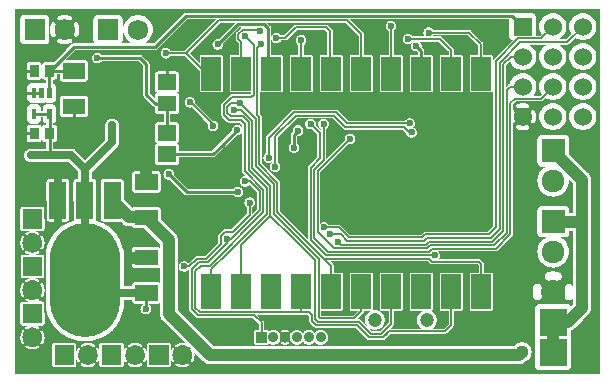
<source format=gbr>
G04 start of page 3 for group 1 idx 1 *
G04 Title: (unknown), solder *
G04 Creator: pcb 1.99z *
G04 CreationDate: Tue May  7 13:19:40 2013 UTC *
G04 For: matt *
G04 Format: Gerber/RS-274X *
G04 PCB-Dimensions (mil): 2165.35 1377.95 *
G04 PCB-Coordinate-Origin: lower left *
%MOIN*%
%FSLAX25Y25*%
%LNBOTTOM*%
%ADD71C,0.0480*%
%ADD70C,0.0354*%
%ADD69C,0.0380*%
%ADD68C,0.0315*%
%ADD67C,0.0118*%
%ADD66C,0.0443*%
%ADD65C,0.0236*%
%ADD64R,0.0150X0.0150*%
%ADD63R,0.1420X0.1420*%
%ADD62R,0.0295X0.0295*%
%ADD61R,0.0560X0.0560*%
%ADD60R,0.0512X0.0512*%
%ADD59R,0.0659X0.0659*%
%ADD58C,0.0600*%
%ADD57C,0.0757*%
%ADD56C,0.0800*%
%ADD55C,0.0473*%
%ADD54C,0.0679*%
%ADD53C,0.0651*%
%ADD52C,0.0354*%
%ADD51C,0.0100*%
%ADD50C,0.0400*%
%ADD49C,0.0098*%
%ADD48C,0.2343*%
%ADD47C,0.0250*%
%ADD46C,0.0059*%
%ADD45C,0.0001*%
G54D45*G36*
X193505Y48701D02*X193908Y49045D01*
X194448Y49678D01*
X194883Y50387D01*
X195202Y51156D01*
X195396Y51966D01*
X195445Y52795D01*
X195396Y53625D01*
X195202Y54434D01*
X194883Y55203D01*
X194448Y55913D01*
X193908Y56546D01*
X193505Y56890D01*
Y57521D01*
X194180Y57522D01*
X194410Y57577D01*
X194628Y57667D01*
X194829Y57791D01*
X195009Y57944D01*
X195162Y58123D01*
X195286Y58325D01*
X195376Y58543D01*
X195431Y58772D01*
X195445Y59008D01*
X195443Y59795D01*
X196803D01*
Y41160D01*
X196761Y41284D01*
X196653Y41486D01*
X196516Y41668D01*
X196351Y41826D01*
X196164Y41957D01*
X195958Y42056D01*
X195740Y42123D01*
X195514Y42154D01*
X195286Y42150D01*
X195061Y42110D01*
X194845Y42035D01*
X194644Y41928D01*
X194462Y41790D01*
X194303Y41626D01*
X194173Y41439D01*
X194073Y41233D01*
X194006Y41015D01*
X193975Y40789D01*
X193979Y40560D01*
X194024Y40337D01*
X194111Y39939D01*
X194152Y39534D01*
Y39127D01*
X194111Y38722D01*
X194029Y38323D01*
X193984Y38101D01*
X193980Y37873D01*
X194011Y37648D01*
X194078Y37430D01*
X194177Y37226D01*
X194307Y37039D01*
X194465Y36875D01*
X194647Y36738D01*
X194847Y36631D01*
X195062Y36556D01*
X195286Y36517D01*
X195514Y36512D01*
X195739Y36544D01*
X195957Y36610D01*
X196161Y36709D01*
X196348Y36839D01*
X196512Y36997D01*
X196649Y37179D01*
X196756Y37379D01*
X196803Y37525D01*
Y35337D01*
X195991Y34525D01*
X195875Y34715D01*
X195721Y34895D01*
X195542Y35048D01*
X195341Y35171D01*
X195122Y35262D01*
X194893Y35317D01*
X194657Y35331D01*
X193505Y35329D01*
Y48701D01*
G37*
G36*
Y72323D02*X193908Y72667D01*
X194448Y73300D01*
X194883Y74009D01*
X195202Y74778D01*
X195396Y75588D01*
X195445Y76417D01*
X195415Y76917D01*
X196803Y75529D01*
Y65795D01*
X195433D01*
X195431Y66818D01*
X195376Y67048D01*
X195286Y67266D01*
X195162Y67467D01*
X195009Y67647D01*
X194829Y67800D01*
X194628Y67923D01*
X194410Y68014D01*
X194180Y68069D01*
X193945Y68083D01*
X193505Y68082D01*
Y72323D01*
G37*
G36*
X199993Y133701D02*X205906D01*
Y12047D01*
X199993D01*
Y30042D01*
X201841Y31890D01*
X201931Y31967D01*
X202238Y32326D01*
X202238Y32326D01*
X202484Y32728D01*
X202665Y33165D01*
X202775Y33624D01*
X202812Y34094D01*
X202803Y34212D01*
Y62276D01*
X202815Y62325D01*
X202852Y62795D01*
X202815Y63266D01*
X202803Y63314D01*
Y76654D01*
X202812Y76772D01*
X202775Y77242D01*
X202665Y77702D01*
X202484Y78138D01*
X202238Y78540D01*
X201931Y78900D01*
X201841Y78976D01*
X199993Y80824D01*
Y93282D01*
X200000Y93281D01*
X200706Y93337D01*
X201395Y93502D01*
X202049Y93773D01*
X202653Y94143D01*
X203192Y94603D01*
X203652Y95142D01*
X204022Y95746D01*
X204293Y96400D01*
X204458Y97089D01*
X204500Y97795D01*
X204458Y98501D01*
X204293Y99190D01*
X204022Y99845D01*
X203652Y100448D01*
X203192Y100987D01*
X202653Y101447D01*
X202049Y101817D01*
X201395Y102088D01*
X200706Y102254D01*
X200000Y102309D01*
X199993Y102309D01*
Y103282D01*
X200000Y103281D01*
X200706Y103337D01*
X201395Y103502D01*
X202049Y103773D01*
X202653Y104143D01*
X203192Y104603D01*
X203652Y105142D01*
X204022Y105746D01*
X204293Y106400D01*
X204458Y107089D01*
X204500Y107795D01*
X204458Y108501D01*
X204293Y109190D01*
X204022Y109845D01*
X203652Y110448D01*
X203192Y110987D01*
X202653Y111447D01*
X202049Y111817D01*
X201395Y112088D01*
X200706Y112254D01*
X200000Y112309D01*
X199993Y112309D01*
Y113282D01*
X200000Y113281D01*
X200706Y113337D01*
X201395Y113502D01*
X202049Y113773D01*
X202653Y114143D01*
X203192Y114603D01*
X203652Y115142D01*
X204022Y115746D01*
X204293Y116400D01*
X204458Y117089D01*
X204500Y117795D01*
X204458Y118501D01*
X204293Y119190D01*
X204022Y119845D01*
X203652Y120448D01*
X203192Y120987D01*
X202653Y121447D01*
X202049Y121817D01*
X201395Y122088D01*
X200706Y122254D01*
X200000Y122309D01*
X199993Y122309D01*
Y123282D01*
X200000Y123281D01*
X200706Y123337D01*
X201395Y123502D01*
X202049Y123773D01*
X202653Y124143D01*
X203192Y124603D01*
X203652Y125142D01*
X204022Y125746D01*
X204293Y126400D01*
X204458Y127089D01*
X204500Y127795D01*
X204458Y128501D01*
X204293Y129190D01*
X204022Y129845D01*
X203652Y130448D01*
X203192Y130987D01*
X202653Y131447D01*
X202049Y131817D01*
X201395Y132088D01*
X200706Y132254D01*
X200000Y132309D01*
X199993Y132309D01*
Y133701D01*
G37*
G36*
Y80824D02*X195440Y85377D01*
X195431Y90440D01*
X195376Y90670D01*
X195286Y90888D01*
X195162Y91089D01*
X195009Y91269D01*
X194829Y91422D01*
X194628Y91545D01*
X194410Y91636D01*
X194180Y91691D01*
X193945Y91705D01*
X193505Y91704D01*
Y94970D01*
X193652Y95142D01*
X194022Y95746D01*
X194293Y96400D01*
X194458Y97089D01*
X194500Y97795D01*
X194458Y98501D01*
X194293Y99190D01*
X194022Y99845D01*
X193652Y100448D01*
X193505Y100621D01*
Y104970D01*
X193652Y105142D01*
X194022Y105746D01*
X194293Y106400D01*
X194458Y107089D01*
X194500Y107795D01*
X194458Y108501D01*
X194293Y109190D01*
X194022Y109845D01*
X193652Y110448D01*
X193505Y110621D01*
Y114970D01*
X193652Y115142D01*
X194022Y115746D01*
X194293Y116400D01*
X194458Y117089D01*
X194500Y117795D01*
X194458Y118501D01*
X194293Y119190D01*
X194022Y119845D01*
X193652Y120448D01*
X193505Y120621D01*
Y121791D01*
X194847D01*
X194882Y121789D01*
X195021Y121800D01*
X195156Y121832D01*
X195285Y121885D01*
X195404Y121958D01*
X195510Y122049D01*
X195533Y122075D01*
X197504Y124047D01*
X197951Y123773D01*
X198605Y123502D01*
X199294Y123337D01*
X199993Y123282D01*
Y122309D01*
X199294Y122254D01*
X198605Y122088D01*
X197951Y121817D01*
X197347Y121447D01*
X196808Y120987D01*
X196348Y120448D01*
X195978Y119845D01*
X195707Y119190D01*
X195542Y118501D01*
X195486Y117795D01*
X195542Y117089D01*
X195707Y116400D01*
X195978Y115746D01*
X196348Y115142D01*
X196808Y114603D01*
X197347Y114143D01*
X197951Y113773D01*
X198605Y113502D01*
X199294Y113337D01*
X199993Y113282D01*
Y112309D01*
X199294Y112254D01*
X198605Y112088D01*
X197951Y111817D01*
X197347Y111447D01*
X196808Y110987D01*
X196348Y110448D01*
X195978Y109845D01*
X195707Y109190D01*
X195542Y108501D01*
X195486Y107795D01*
X195542Y107089D01*
X195707Y106400D01*
X195978Y105746D01*
X196348Y105142D01*
X196808Y104603D01*
X197347Y104143D01*
X197951Y103773D01*
X198605Y103502D01*
X199294Y103337D01*
X199993Y103282D01*
Y102309D01*
X199294Y102254D01*
X198605Y102088D01*
X197951Y101817D01*
X197347Y101447D01*
X196808Y100987D01*
X196348Y100448D01*
X195978Y99845D01*
X195707Y99190D01*
X195542Y98501D01*
X195486Y97795D01*
X195542Y97089D01*
X195707Y96400D01*
X195978Y95746D01*
X196348Y95142D01*
X196808Y94603D01*
X197347Y94143D01*
X197951Y93773D01*
X198605Y93502D01*
X199294Y93337D01*
X199993Y93282D01*
Y80824D01*
G37*
G36*
Y12047D02*X193505D01*
Y13343D01*
X194893Y13345D01*
X195122Y13400D01*
X195341Y13490D01*
X195542Y13613D01*
X195721Y13767D01*
X195875Y13946D01*
X195998Y14148D01*
X196088Y14366D01*
X196144Y14595D01*
X196157Y14831D01*
X196144Y24066D01*
X196088Y24296D01*
X196074Y24331D01*
X196088Y24366D01*
X196144Y24595D01*
X196157Y24831D01*
X196155Y26546D01*
X196406Y26649D01*
X196808Y26896D01*
X197167Y27203D01*
X197244Y27293D01*
X199993Y30042D01*
Y12047D01*
G37*
G36*
X193505Y133701D02*X199993D01*
Y132309D01*
X199294Y132254D01*
X198605Y132088D01*
X197951Y131817D01*
X197347Y131447D01*
X196808Y130987D01*
X196348Y130448D01*
X195978Y129845D01*
X195707Y129190D01*
X195542Y128501D01*
X195486Y127795D01*
X195542Y127089D01*
X195707Y126400D01*
X195978Y125746D01*
X196252Y125300D01*
X194515Y123563D01*
X193505D01*
Y124970D01*
X193652Y125142D01*
X194022Y125746D01*
X194293Y126400D01*
X194458Y127089D01*
X194500Y127795D01*
X194458Y128501D01*
X194293Y129190D01*
X194022Y129845D01*
X193652Y130448D01*
X193505Y130621D01*
Y133701D01*
G37*
G36*
Y56890D02*X193275Y57086D01*
X192569Y57519D01*
X193505Y57521D01*
Y56890D01*
G37*
G36*
Y123563D02*X191541D01*
X192049Y123773D01*
X192653Y124143D01*
X193192Y124603D01*
X193505Y124970D01*
Y123563D01*
G37*
G36*
Y120621D02*X193192Y120987D01*
X192653Y121447D01*
X192091Y121791D01*
X193505D01*
Y120621D01*
G37*
G36*
Y110621D02*X193192Y110987D01*
X192653Y111447D01*
X192049Y111817D01*
X191395Y112088D01*
X190706Y112254D01*
X190000Y112309D01*
X189294Y112254D01*
X188605Y112088D01*
X187951Y111817D01*
X187347Y111447D01*
X186808Y110987D01*
X186348Y110448D01*
X185978Y109845D01*
X185707Y109190D01*
X185542Y108501D01*
X185486Y107795D01*
X185542Y107089D01*
X185707Y106400D01*
X185978Y105746D01*
X186252Y105300D01*
X185617Y104665D01*
X183245D01*
X183652Y105142D01*
X184022Y105746D01*
X184293Y106400D01*
X184458Y107089D01*
X184500Y107795D01*
X184458Y108501D01*
X184293Y109190D01*
X184022Y109845D01*
X183652Y110448D01*
X183192Y110987D01*
X182653Y111447D01*
X182049Y111817D01*
X181395Y112088D01*
X180706Y112254D01*
X180000Y112309D01*
X179294Y112254D01*
X178605Y112088D01*
X177951Y111817D01*
X177347Y111447D01*
X176808Y110987D01*
X176348Y110448D01*
X175978Y109845D01*
X175707Y109190D01*
X175584Y108677D01*
X175530Y108673D01*
X175395Y108640D01*
X175266Y108587D01*
X175147Y108514D01*
X175147Y108514D01*
X175041Y108424D01*
X175018Y108397D01*
X174311Y107690D01*
Y114830D01*
X175758Y116277D01*
X175978Y115746D01*
X176348Y115142D01*
X176808Y114603D01*
X177347Y114143D01*
X177951Y113773D01*
X178605Y113502D01*
X179294Y113337D01*
X180000Y113281D01*
X180706Y113337D01*
X181395Y113502D01*
X182049Y113773D01*
X182653Y114143D01*
X183192Y114603D01*
X183652Y115142D01*
X184022Y115746D01*
X184293Y116400D01*
X184458Y117089D01*
X184500Y117795D01*
X184458Y118501D01*
X184293Y119190D01*
X184022Y119845D01*
X183652Y120448D01*
X183192Y120987D01*
X182653Y121447D01*
X182091Y121791D01*
X187909D01*
X187347Y121447D01*
X186808Y120987D01*
X186348Y120448D01*
X185978Y119845D01*
X185707Y119190D01*
X185542Y118501D01*
X185486Y117795D01*
X185542Y117089D01*
X185707Y116400D01*
X185978Y115746D01*
X186348Y115142D01*
X186808Y114603D01*
X187347Y114143D01*
X187951Y113773D01*
X188605Y113502D01*
X189294Y113337D01*
X190000Y113281D01*
X190706Y113337D01*
X191395Y113502D01*
X192049Y113773D01*
X192653Y114143D01*
X193192Y114603D01*
X193505Y114970D01*
Y110621D01*
G37*
G36*
X190155Y47492D02*X190157Y47492D01*
X190987Y47557D01*
X191796Y47751D01*
X192565Y48070D01*
X193275Y48504D01*
X193505Y48701D01*
Y35329D01*
X192242Y35327D01*
X192060Y35415D01*
X191842Y35482D01*
X191615Y35513D01*
X191387Y35509D01*
X191163Y35465D01*
X190766Y35377D01*
X190361Y35336D01*
X190155D01*
Y43326D01*
X190361D01*
X190766Y43284D01*
X191165Y43202D01*
X191388Y43158D01*
X191615Y43153D01*
X191840Y43185D01*
X192058Y43251D01*
X192263Y43350D01*
X192449Y43480D01*
X192613Y43638D01*
X192750Y43820D01*
X192857Y44020D01*
X192932Y44235D01*
X192972Y44459D01*
X192976Y44687D01*
X192945Y44912D01*
X192878Y45130D01*
X192779Y45334D01*
X192649Y45521D01*
X192491Y45685D01*
X192309Y45822D01*
X192109Y45929D01*
X191893Y45999D01*
X191207Y46150D01*
X190509Y46221D01*
X190155D01*
Y47492D01*
G37*
G36*
Y71114D02*X190157Y71114D01*
X190987Y71179D01*
X191796Y71373D01*
X192565Y71692D01*
X193275Y72127D01*
X193505Y72323D01*
Y68082D01*
X190155Y68076D01*
Y71114D01*
G37*
G36*
Y93294D02*X190706Y93337D01*
X191395Y93502D01*
X192049Y93773D01*
X192653Y94143D01*
X193192Y94603D01*
X193505Y94970D01*
Y91704D01*
X190155Y91698D01*
Y93294D01*
G37*
G36*
Y103294D02*X190706Y103337D01*
X191395Y103502D01*
X192049Y103773D01*
X192653Y104143D01*
X193192Y104603D01*
X193505Y104970D01*
Y100621D01*
X193192Y100987D01*
X192653Y101447D01*
X192049Y101817D01*
X191395Y102088D01*
X190706Y102254D01*
X190155Y102297D01*
Y103294D01*
G37*
G36*
X193505Y12047D02*X190155D01*
Y13337D01*
X193505Y13343D01*
Y12047D01*
G37*
G36*
X184803Y102894D02*X185950D01*
X185984Y102891D01*
X186123Y102902D01*
X186259Y102934D01*
X186388Y102988D01*
X186507Y103061D01*
X186613Y103151D01*
X186635Y103178D01*
X187504Y104047D01*
X187951Y103773D01*
X188605Y103502D01*
X189294Y103337D01*
X190000Y103281D01*
X190155Y103294D01*
Y102297D01*
X190000Y102309D01*
X189294Y102254D01*
X188605Y102088D01*
X187951Y101817D01*
X187347Y101447D01*
X186808Y100987D01*
X186348Y100448D01*
X185978Y99845D01*
X185707Y99190D01*
X185542Y98501D01*
X185486Y97795D01*
X185542Y97089D01*
X185707Y96400D01*
X185978Y95746D01*
X186348Y95142D01*
X186808Y94603D01*
X187347Y94143D01*
X187951Y93773D01*
X188605Y93502D01*
X189294Y93337D01*
X190000Y93281D01*
X190155Y93294D01*
Y91698D01*
X186135Y91691D01*
X185905Y91636D01*
X185687Y91545D01*
X185486Y91422D01*
X185306Y91269D01*
X185153Y91089D01*
X185029Y90888D01*
X184939Y90670D01*
X184884Y90440D01*
X184870Y90205D01*
X184884Y82395D01*
X184939Y82165D01*
X185029Y81947D01*
X185153Y81746D01*
X185306Y81566D01*
X185486Y81413D01*
X185687Y81289D01*
X185905Y81199D01*
X186135Y81144D01*
X186370Y81130D01*
X187732Y81132D01*
X187040Y80708D01*
X186407Y80168D01*
X185867Y79535D01*
X185432Y78825D01*
X185113Y78056D01*
X184919Y77247D01*
X184854Y76417D01*
X184919Y75588D01*
X185113Y74778D01*
X185432Y74009D01*
X185867Y73300D01*
X186407Y72667D01*
X187040Y72127D01*
X187750Y71692D01*
X188519Y71373D01*
X189328Y71179D01*
X190155Y71114D01*
Y68076D01*
X186135Y68069D01*
X185905Y68014D01*
X185687Y67923D01*
X185486Y67800D01*
X185306Y67647D01*
X185153Y67467D01*
X185029Y67266D01*
X184939Y67048D01*
X184884Y66818D01*
X184870Y66583D01*
X184884Y58772D01*
X184939Y58543D01*
X185029Y58325D01*
X185153Y58123D01*
X185306Y57944D01*
X185486Y57791D01*
X185687Y57667D01*
X185905Y57577D01*
X186135Y57522D01*
X186370Y57508D01*
X187732Y57510D01*
X187040Y57086D01*
X186407Y56546D01*
X185867Y55913D01*
X185432Y55203D01*
X185113Y54434D01*
X184919Y53625D01*
X184854Y52795D01*
X184919Y51966D01*
X185113Y51156D01*
X185432Y50387D01*
X185867Y49678D01*
X186407Y49045D01*
X187040Y48504D01*
X187750Y48070D01*
X188519Y47751D01*
X189328Y47557D01*
X190155Y47492D01*
Y46221D01*
X189806D01*
X189108Y46150D01*
X188420Y46008D01*
X188204Y45934D01*
X188003Y45826D01*
X187821Y45689D01*
X187662Y45524D01*
X187532Y45337D01*
X187432Y45132D01*
X187365Y44913D01*
X187334Y44687D01*
X187338Y44459D01*
X187378Y44234D01*
X187453Y44018D01*
X187560Y43817D01*
X187698Y43635D01*
X187862Y43476D01*
X188050Y43346D01*
X188255Y43246D01*
X188473Y43180D01*
X188700Y43148D01*
X188928Y43152D01*
X189152Y43197D01*
X189549Y43284D01*
X189954Y43326D01*
X190155D01*
Y35336D01*
X189954D01*
X189549Y35377D01*
X189150Y35460D01*
X188927Y35504D01*
X188700Y35508D01*
X188475Y35477D01*
X188257Y35411D01*
X188072Y35321D01*
X185422Y35317D01*
X185193Y35262D01*
X184974Y35171D01*
X184803Y35067D01*
Y36507D01*
X185029Y36511D01*
X185254Y36551D01*
X185470Y36626D01*
X185671Y36734D01*
X185853Y36871D01*
X186012Y37036D01*
X186142Y37223D01*
X186242Y37428D01*
X186309Y37647D01*
X186340Y37873D01*
X186336Y38101D01*
X186291Y38325D01*
X186204Y38722D01*
X186163Y39127D01*
Y39534D01*
X186204Y39939D01*
X186286Y40338D01*
X186331Y40561D01*
X186335Y40788D01*
X186304Y41014D01*
X186237Y41231D01*
X186138Y41436D01*
X186008Y41622D01*
X185850Y41786D01*
X185668Y41923D01*
X185468Y42031D01*
X185253Y42105D01*
X185029Y42145D01*
X184803Y42149D01*
Y102894D01*
G37*
G36*
X190155Y12047D02*X184803D01*
Y13595D01*
X184974Y13490D01*
X185193Y13400D01*
X185422Y13345D01*
X185657Y13331D01*
X190155Y13337D01*
Y12047D01*
G37*
G36*
X183613Y102894D02*X184803D01*
Y42149D01*
X184801Y42149D01*
X184576Y42118D01*
X184358Y42052D01*
X184154Y41952D01*
X183967Y41822D01*
X183803Y41664D01*
X183666Y41483D01*
X183613Y41383D01*
Y95648D01*
X183656Y95655D01*
X183768Y95693D01*
X183873Y95747D01*
X183968Y95817D01*
X184051Y95901D01*
X184119Y95997D01*
X184170Y96104D01*
X184318Y96511D01*
X184422Y96932D01*
X184484Y97362D01*
X184505Y97795D01*
X184484Y98229D01*
X184422Y98658D01*
X184318Y99079D01*
X184175Y99489D01*
X184122Y99595D01*
X184053Y99692D01*
X183970Y99776D01*
X183875Y99847D01*
X183769Y99901D01*
X183657Y99939D01*
X183613Y99946D01*
Y102894D01*
G37*
G36*
X184803Y12047D02*X183613D01*
Y37267D01*
X183662Y37176D01*
X183799Y36994D01*
X183964Y36835D01*
X184151Y36705D01*
X184356Y36605D01*
X184575Y36539D01*
X184801Y36507D01*
X184803Y36507D01*
Y35067D01*
X184773Y35048D01*
X184594Y34895D01*
X184440Y34715D01*
X184317Y34514D01*
X184226Y34296D01*
X184171Y34066D01*
X184157Y33831D01*
X184171Y24595D01*
X184226Y24366D01*
X184241Y24331D01*
X184226Y24296D01*
X184171Y24066D01*
X184157Y23831D01*
X184171Y14595D01*
X184226Y14366D01*
X184317Y14148D01*
X184440Y13946D01*
X184594Y13767D01*
X184773Y13613D01*
X184803Y13595D01*
Y12047D01*
G37*
G36*
X183613D02*X180002D01*
Y15599D01*
X180067Y15626D01*
X180470Y15873D01*
X180829Y16179D01*
X180905Y16269D01*
X181031Y16395D01*
X181187Y16459D01*
X181619Y16724D01*
X182003Y17052D01*
X182331Y17437D01*
X182596Y17868D01*
X182789Y18335D01*
X182907Y18827D01*
X182937Y19331D01*
X182907Y19835D01*
X182789Y20327D01*
X182596Y20794D01*
X182331Y21225D01*
X182003Y21609D01*
X181619Y21938D01*
X181187Y22202D01*
X180720Y22395D01*
X180229Y22514D01*
X180002Y22531D01*
Y93290D01*
X180433Y93311D01*
X180863Y93373D01*
X181284Y93477D01*
X181694Y93621D01*
X181800Y93673D01*
X181896Y93742D01*
X181981Y93825D01*
X182051Y93921D01*
X182106Y94026D01*
X182143Y94139D01*
X182163Y94256D01*
X182164Y94374D01*
X182146Y94491D01*
X182110Y94604D01*
X182057Y94711D01*
X181988Y94807D01*
X181905Y94891D01*
X181809Y94962D01*
X181704Y95016D01*
X181592Y95054D01*
X181475Y95073D01*
X181356Y95074D01*
X181239Y95057D01*
X181126Y95019D01*
X180855Y94920D01*
X180575Y94851D01*
X180289Y94809D01*
X180002Y94795D01*
Y100795D01*
X180289Y100781D01*
X180575Y100740D01*
X180855Y100671D01*
X181128Y100575D01*
X181239Y100537D01*
X181356Y100520D01*
X181474Y100521D01*
X181591Y100540D01*
X181703Y100577D01*
X181807Y100632D01*
X181902Y100702D01*
X181985Y100786D01*
X182054Y100882D01*
X182107Y100987D01*
X182143Y101100D01*
X182160Y101217D01*
X182159Y101335D01*
X182140Y101451D01*
X182103Y101563D01*
X182048Y101668D01*
X181978Y101763D01*
X181894Y101846D01*
X181798Y101915D01*
X181692Y101965D01*
X181284Y102114D01*
X180863Y102217D01*
X180433Y102280D01*
X180002Y102300D01*
Y102894D01*
X183613D01*
Y99946D01*
X183540Y99958D01*
X183421Y99959D01*
X183304Y99941D01*
X183191Y99905D01*
X183085Y99852D01*
X182988Y99783D01*
X182904Y99700D01*
X182833Y99605D01*
X182779Y99499D01*
X182741Y99387D01*
X182722Y99270D01*
X182721Y99151D01*
X182739Y99034D01*
X182777Y98922D01*
X182876Y98650D01*
X182944Y98370D01*
X182986Y98084D01*
X183000Y97795D01*
X182986Y97507D01*
X182944Y97221D01*
X182876Y96940D01*
X182780Y96667D01*
X182742Y96556D01*
X182725Y96439D01*
X182725Y96321D01*
X182745Y96205D01*
X182782Y96093D01*
X182836Y95988D01*
X182906Y95893D01*
X182991Y95810D01*
X183087Y95741D01*
X183192Y95688D01*
X183305Y95653D01*
X183421Y95635D01*
X183539Y95636D01*
X183613Y95648D01*
Y41383D01*
X183559Y41282D01*
X183489Y41066D01*
X183338Y40380D01*
X183267Y39682D01*
Y38980D01*
X183338Y38281D01*
X183480Y37593D01*
X183554Y37377D01*
X183613Y37267D01*
Y12047D01*
G37*
G36*
X180002Y22531D02*X179724Y22553D01*
X179220Y22514D01*
X178729Y22395D01*
X178261Y22202D01*
X177830Y21938D01*
X177446Y21609D01*
X177188Y21307D01*
X165157D01*
X165138Y21306D01*
X165118Y21307D01*
X109662D01*
Y22003D01*
X109782Y22053D01*
X110112Y22255D01*
X110407Y22507D01*
X110630Y22768D01*
X110853Y22507D01*
X111148Y22255D01*
X111478Y22053D01*
X111836Y21905D01*
X112212Y21814D01*
X112598Y21784D01*
X112985Y21814D01*
X113361Y21905D01*
X113719Y22053D01*
X114049Y22255D01*
X114344Y22507D01*
X114595Y22801D01*
X114798Y23131D01*
X114946Y23489D01*
X115036Y23866D01*
X115059Y24252D01*
X115036Y24638D01*
X114946Y25015D01*
X114798Y25373D01*
X114595Y25703D01*
X114344Y25997D01*
X114049Y26249D01*
X113719Y26451D01*
X113361Y26599D01*
X112985Y26690D01*
X112598Y26720D01*
X112212Y26690D01*
X111836Y26599D01*
X111478Y26451D01*
X111148Y26249D01*
X110853Y25997D01*
X110630Y25736D01*
X110407Y25997D01*
X110112Y26249D01*
X109782Y26451D01*
X109662Y26501D01*
Y28494D01*
X110570Y27587D01*
X110592Y27561D01*
X110698Y27470D01*
X110698Y27470D01*
X110817Y27397D01*
X110946Y27344D01*
X111081Y27311D01*
X111220Y27300D01*
X111255Y27303D01*
X124436D01*
X128089Y23650D01*
X128112Y23624D01*
X128218Y23533D01*
X128218Y23533D01*
X128337Y23460D01*
X128466Y23407D01*
X128601Y23374D01*
X128740Y23363D01*
X128775Y23366D01*
X133430D01*
X133465Y23363D01*
X133604Y23374D01*
X133739Y23407D01*
X133868Y23460D01*
X133987Y23533D01*
X134093Y23624D01*
X134116Y23650D01*
X135800Y25335D01*
X153981D01*
X154016Y25332D01*
X154155Y25343D01*
X154290Y25375D01*
X154419Y25429D01*
X154538Y25502D01*
X154644Y25592D01*
X154667Y25619D01*
X156783Y27735D01*
X156809Y27758D01*
X156900Y27863D01*
X156900Y27864D01*
X156973Y27982D01*
X157026Y28111D01*
X157059Y28247D01*
X157070Y28386D01*
X157067Y28421D01*
Y33042D01*
X159569Y33044D01*
X159660Y33066D01*
X159746Y33101D01*
X159825Y33150D01*
X159896Y33211D01*
X159956Y33281D01*
X160005Y33361D01*
X160040Y33447D01*
X160062Y33537D01*
X160068Y33630D01*
X160062Y45313D01*
X160040Y45404D01*
X160005Y45490D01*
X159956Y45569D01*
X159896Y45640D01*
X159825Y45700D01*
X159746Y45749D01*
X159660Y45785D01*
X159569Y45806D01*
X159477Y45812D01*
X152793Y45806D01*
X152702Y45785D01*
X152616Y45749D01*
X152537Y45700D01*
X152466Y45640D01*
X152406Y45569D01*
X152357Y45490D01*
X152322Y45404D01*
X152300Y45313D01*
X152295Y45221D01*
X152300Y33537D01*
X152322Y33447D01*
X152357Y33361D01*
X152406Y33281D01*
X152466Y33211D01*
X152537Y33150D01*
X152616Y33101D01*
X152702Y33066D01*
X152793Y33044D01*
X152886Y33039D01*
X155295Y33041D01*
Y28753D01*
X153649Y27106D01*
X149590D01*
X150006Y27361D01*
X150407Y27703D01*
X150749Y28104D01*
X151025Y28554D01*
X151226Y29041D01*
X151349Y29553D01*
X151380Y30079D01*
X151349Y30604D01*
X151226Y31117D01*
X151025Y31604D01*
X150749Y32053D01*
X150407Y32454D01*
X150006Y32796D01*
X149593Y33050D01*
X149660Y33066D01*
X149746Y33101D01*
X149825Y33150D01*
X149896Y33211D01*
X149956Y33281D01*
X150005Y33361D01*
X150040Y33447D01*
X150062Y33537D01*
X150068Y33630D01*
X150062Y45313D01*
X150040Y45404D01*
X150005Y45490D01*
X149956Y45569D01*
X149896Y45640D01*
X149825Y45700D01*
X149746Y45749D01*
X149660Y45785D01*
X149569Y45806D01*
X149477Y45812D01*
X142793Y45806D01*
X142702Y45785D01*
X142616Y45749D01*
X142537Y45700D01*
X142466Y45640D01*
X142406Y45569D01*
X142357Y45490D01*
X142322Y45404D01*
X142300Y45313D01*
X142295Y45221D01*
X142300Y33537D01*
X142322Y33447D01*
X142357Y33361D01*
X142406Y33281D01*
X142466Y33211D01*
X142537Y33150D01*
X142616Y33101D01*
X142702Y33066D01*
X142793Y33044D01*
X142886Y33039D01*
X146457Y33042D01*
X146057Y32796D01*
X145656Y32454D01*
X145314Y32053D01*
X145038Y31604D01*
X144837Y31117D01*
X144714Y30604D01*
X144672Y30079D01*
X144714Y29553D01*
X144837Y29041D01*
X145038Y28554D01*
X145314Y28104D01*
X145656Y27703D01*
X146057Y27361D01*
X146473Y27106D01*
X135800D01*
X136783Y28089D01*
X136809Y28112D01*
X136900Y28218D01*
X136900Y28218D01*
X136973Y28337D01*
X137026Y28466D01*
X137059Y28601D01*
X137070Y28740D01*
X137067Y28775D01*
Y33042D01*
X139569Y33044D01*
X139660Y33066D01*
X139746Y33101D01*
X139825Y33150D01*
X139896Y33211D01*
X139956Y33281D01*
X140005Y33361D01*
X140040Y33447D01*
X140062Y33537D01*
X140068Y33630D01*
X140062Y45313D01*
X140040Y45404D01*
X140005Y45490D01*
X139956Y45569D01*
X139896Y45640D01*
X139825Y45700D01*
X139746Y45749D01*
X139660Y45785D01*
X139569Y45806D01*
X139477Y45812D01*
X132793Y45806D01*
X132702Y45785D01*
X132616Y45749D01*
X132537Y45700D01*
X132466Y45640D01*
X132406Y45569D01*
X132357Y45490D01*
X132322Y45404D01*
X132300Y45313D01*
X132295Y45221D01*
X132300Y33537D01*
X132322Y33447D01*
X132357Y33361D01*
X132406Y33281D01*
X132466Y33211D01*
X132537Y33150D01*
X132616Y33101D01*
X132702Y33066D01*
X132793Y33044D01*
X132886Y33039D01*
X135295Y33041D01*
Y29107D01*
X132507Y26319D01*
X129698D01*
X126045Y29972D01*
X126022Y29998D01*
X125916Y30089D01*
X125916Y30089D01*
X125797Y30162D01*
X125668Y30215D01*
X125533Y30248D01*
X125394Y30259D01*
X125359Y30256D01*
X124776D01*
X126783Y32262D01*
X126809Y32285D01*
X126900Y32391D01*
X126900Y32391D01*
X126973Y32510D01*
X127026Y32639D01*
X127059Y32774D01*
X127070Y32913D01*
X127067Y32948D01*
Y33042D01*
X129138Y33044D01*
X128735Y32796D01*
X128334Y32454D01*
X127992Y32053D01*
X127716Y31604D01*
X127515Y31117D01*
X127391Y30604D01*
X127350Y30079D01*
X127391Y29553D01*
X127515Y29041D01*
X127716Y28554D01*
X127992Y28104D01*
X128334Y27703D01*
X128735Y27361D01*
X129184Y27086D01*
X129671Y26884D01*
X130184Y26761D01*
X130709Y26719D01*
X131235Y26761D01*
X131748Y26884D01*
X132235Y27086D01*
X132684Y27361D01*
X133085Y27703D01*
X133427Y28104D01*
X133703Y28554D01*
X133904Y29041D01*
X134027Y29553D01*
X134058Y30079D01*
X134027Y30604D01*
X133904Y31117D01*
X133703Y31604D01*
X133427Y32053D01*
X133085Y32454D01*
X132684Y32796D01*
X132235Y33072D01*
X131748Y33274D01*
X131235Y33397D01*
X130709Y33438D01*
X130184Y33397D01*
X130000Y33353D01*
X130005Y33361D01*
X130040Y33447D01*
X130062Y33537D01*
X130068Y33630D01*
X130062Y45313D01*
X130040Y45404D01*
X130005Y45490D01*
X129956Y45569D01*
X129896Y45640D01*
X129825Y45700D01*
X129746Y45749D01*
X129660Y45785D01*
X129569Y45806D01*
X129477Y45812D01*
X122793Y45806D01*
X122702Y45785D01*
X122616Y45749D01*
X122537Y45700D01*
X122466Y45640D01*
X122406Y45569D01*
X122357Y45490D01*
X122322Y45404D01*
X122300Y45313D01*
X122295Y45221D01*
X122300Y33537D01*
X122322Y33447D01*
X122357Y33361D01*
X122406Y33281D01*
X122466Y33211D01*
X122537Y33150D01*
X122616Y33101D01*
X122702Y33066D01*
X122793Y33044D01*
X122886Y33039D01*
X125055Y33040D01*
X123452Y31437D01*
X112894D01*
Y33039D01*
X119569Y33044D01*
X119660Y33066D01*
X119746Y33101D01*
X119825Y33150D01*
X119896Y33211D01*
X119956Y33281D01*
X120005Y33361D01*
X120040Y33447D01*
X120062Y33537D01*
X120068Y33630D01*
X120062Y45313D01*
X120040Y45404D01*
X120005Y45490D01*
X119956Y45569D01*
X119896Y45640D01*
X119825Y45700D01*
X119746Y45749D01*
X119660Y45785D01*
X119569Y45806D01*
X119477Y45812D01*
X117067Y45810D01*
Y47997D01*
X117070Y48032D01*
X117059Y48170D01*
X117026Y48306D01*
X116973Y48435D01*
X116900Y48554D01*
X116900Y48554D01*
X116809Y48660D01*
X116783Y48682D01*
X115918Y49547D01*
X123621D01*
X123622Y49547D01*
X148255D01*
X148955Y48847D01*
X148978Y48821D01*
X149084Y48730D01*
X149084Y48730D01*
X149203Y48657D01*
X149332Y48604D01*
X149467Y48571D01*
X149606Y48560D01*
X149641Y48563D01*
X164987D01*
X165295Y48255D01*
Y45808D01*
X162793Y45806D01*
X162702Y45785D01*
X162616Y45749D01*
X162537Y45700D01*
X162466Y45640D01*
X162406Y45569D01*
X162357Y45490D01*
X162322Y45404D01*
X162300Y45313D01*
X162295Y45221D01*
X162300Y33537D01*
X162322Y33447D01*
X162357Y33361D01*
X162406Y33281D01*
X162466Y33211D01*
X162537Y33150D01*
X162616Y33101D01*
X162702Y33066D01*
X162793Y33044D01*
X162886Y33039D01*
X169569Y33044D01*
X169660Y33066D01*
X169746Y33101D01*
X169825Y33150D01*
X169896Y33211D01*
X169956Y33281D01*
X170005Y33361D01*
X170040Y33447D01*
X170062Y33537D01*
X170068Y33630D01*
X170062Y45313D01*
X170040Y45404D01*
X170005Y45490D01*
X169956Y45569D01*
X169896Y45640D01*
X169825Y45700D01*
X169746Y45749D01*
X169660Y45785D01*
X169569Y45806D01*
X169477Y45812D01*
X167067Y45810D01*
Y48587D01*
X167070Y48622D01*
X167059Y48761D01*
X167026Y48897D01*
X166973Y49025D01*
X166900Y49144D01*
X166900Y49144D01*
X166809Y49250D01*
X166783Y49273D01*
X166005Y50051D01*
X165983Y50077D01*
X165877Y50168D01*
X165877Y50168D01*
X165758Y50241D01*
X165629Y50294D01*
X165493Y50326D01*
X165354Y50337D01*
X165320Y50335D01*
X151820D01*
X151847Y50358D01*
X152028Y50570D01*
X152174Y50807D01*
X152281Y51065D01*
X152346Y51336D01*
X152362Y51614D01*
X152346Y51892D01*
X152281Y52163D01*
X152174Y52421D01*
X152028Y52659D01*
X151847Y52871D01*
X151820Y52894D01*
X171028D01*
X171063Y52891D01*
X171202Y52902D01*
X171338Y52934D01*
X171466Y52988D01*
X171585Y53061D01*
X171691Y53151D01*
X171714Y53178D01*
X176389Y57853D01*
X176416Y57876D01*
X176506Y57982D01*
X176506Y57982D01*
X176579Y58101D01*
X176632Y58229D01*
X176665Y58365D01*
X176676Y58504D01*
X176673Y58539D01*
Y95646D01*
X176696Y95649D01*
X176809Y95685D01*
X176915Y95738D01*
X177012Y95807D01*
X177096Y95891D01*
X177167Y95986D01*
X177221Y96091D01*
X177259Y96204D01*
X177278Y96321D01*
X177279Y96439D01*
X177261Y96557D01*
X177223Y96669D01*
X177124Y96940D01*
X177056Y97221D01*
X177014Y97507D01*
X177000Y97795D01*
X177014Y98084D01*
X177056Y98370D01*
X177124Y98650D01*
X177220Y98923D01*
X177258Y99035D01*
X177275Y99151D01*
X177275Y99270D01*
X177255Y99386D01*
X177218Y99498D01*
X177164Y99603D01*
X177094Y99698D01*
X177009Y99781D01*
X176913Y99849D01*
X176808Y99902D01*
X176695Y99938D01*
X176673Y99941D01*
Y101838D01*
X177729Y102894D01*
X180002D01*
Y102300D01*
X180000Y102300D01*
X179567Y102280D01*
X179137Y102217D01*
X178716Y102114D01*
X178306Y101970D01*
X178200Y101918D01*
X178104Y101848D01*
X178019Y101765D01*
X177949Y101670D01*
X177894Y101565D01*
X177857Y101452D01*
X177837Y101335D01*
X177836Y101216D01*
X177854Y101099D01*
X177890Y100986D01*
X177943Y100880D01*
X178012Y100784D01*
X178095Y100699D01*
X178191Y100629D01*
X178296Y100574D01*
X178408Y100537D01*
X178525Y100517D01*
X178644Y100516D01*
X178761Y100534D01*
X178874Y100572D01*
X179145Y100671D01*
X179425Y100740D01*
X179711Y100781D01*
X180000Y100795D01*
X180002Y100795D01*
Y94795D01*
X180000Y94795D01*
X179711Y94809D01*
X179425Y94851D01*
X179145Y94920D01*
X178872Y95015D01*
X178761Y95053D01*
X178644Y95071D01*
X178526Y95070D01*
X178409Y95051D01*
X178297Y95013D01*
X178193Y94959D01*
X178098Y94889D01*
X178015Y94805D01*
X177946Y94709D01*
X177893Y94603D01*
X177857Y94491D01*
X177840Y94374D01*
X177841Y94256D01*
X177860Y94139D01*
X177897Y94027D01*
X177952Y93923D01*
X178022Y93828D01*
X178106Y93745D01*
X178202Y93676D01*
X178308Y93625D01*
X178716Y93477D01*
X179137Y93373D01*
X179567Y93311D01*
X180000Y93290D01*
X180002Y93290D01*
Y22531D01*
G37*
G36*
Y12047D02*X109662D01*
Y15307D01*
X165118D01*
X165138Y15308D01*
X165157Y15307D01*
X178583D01*
X178701Y15298D01*
X179171Y15335D01*
X179172Y15335D01*
X179631Y15445D01*
X180002Y15599D01*
Y12047D01*
G37*
G36*
X109662Y133701D02*X193505D01*
Y130621D01*
X193192Y130987D01*
X192653Y131447D01*
X192049Y131817D01*
X191395Y132088D01*
X190706Y132254D01*
X190000Y132309D01*
X189294Y132254D01*
X188605Y132088D01*
X187951Y131817D01*
X187347Y131447D01*
X186808Y130987D01*
X186348Y130448D01*
X185978Y129845D01*
X185707Y129190D01*
X185542Y128501D01*
X185486Y127795D01*
X185542Y127089D01*
X185707Y126400D01*
X185978Y125746D01*
X186252Y125300D01*
X185696Y124744D01*
X184497D01*
X184500Y124795D01*
X184486Y131031D01*
X184431Y131260D01*
X184341Y131478D01*
X184217Y131680D01*
X184064Y131859D01*
X183884Y132013D01*
X183683Y132136D01*
X183465Y132226D01*
X183235Y132281D01*
X183000Y132295D01*
X176989Y132282D01*
X176950Y132306D01*
X176858Y132344D01*
X176792Y132371D01*
X176627Y132411D01*
X176457Y132425D01*
X176414Y132421D01*
X109662D01*
Y133701D01*
G37*
G36*
X73521Y16370D02*X73622Y16269D01*
X73699Y16179D01*
X74058Y15873D01*
X74058Y15873D01*
X74461Y15626D01*
X74897Y15445D01*
X75267Y15356D01*
X75356Y15335D01*
X75356D01*
X75827Y15298D01*
X75944Y15307D01*
X109662D01*
Y12047D01*
X73521D01*
Y16370D01*
G37*
G36*
X100788Y31831D02*X106146D01*
X106181Y31828D01*
X106216Y31831D01*
X108294D01*
X108760Y31365D01*
Y29799D01*
X108757Y29764D01*
X108768Y29625D01*
X108801Y29489D01*
X108854Y29360D01*
X108927Y29242D01*
X108927Y29241D01*
X109017Y29135D01*
X109044Y29113D01*
X109662Y28494D01*
Y26501D01*
X109424Y26599D01*
X109048Y26690D01*
X108661Y26720D01*
X108275Y26690D01*
X107899Y26599D01*
X107541Y26451D01*
X107211Y26249D01*
X106916Y25997D01*
X106693Y25736D01*
X106470Y25997D01*
X106175Y26249D01*
X105845Y26451D01*
X105487Y26599D01*
X105111Y26690D01*
X104724Y26720D01*
X104338Y26690D01*
X103962Y26599D01*
X103604Y26451D01*
X103274Y26249D01*
X102979Y25997D01*
X102728Y25703D01*
X102623Y25533D01*
X102580Y25523D01*
X102530Y25502D01*
X102483Y25474D01*
X102441Y25440D01*
X102405Y25398D01*
X102376Y25352D01*
X102355Y25302D01*
X102341Y25249D01*
X102336Y25195D01*
X102340Y25141D01*
X102352Y25088D01*
X102373Y25037D01*
X102380Y25022D01*
X102377Y25015D01*
X102287Y24638D01*
X102256Y24252D01*
X102287Y23866D01*
X102377Y23489D01*
X102381Y23479D01*
X102375Y23466D01*
X102354Y23416D01*
X102342Y23363D01*
X102338Y23309D01*
X102343Y23255D01*
X102356Y23202D01*
X102378Y23152D01*
X102407Y23107D01*
X102442Y23066D01*
X102484Y23031D01*
X102530Y23003D01*
X102581Y22983D01*
X102622Y22974D01*
X102728Y22801D01*
X102979Y22507D01*
X103274Y22255D01*
X103604Y22053D01*
X103962Y21905D01*
X104338Y21814D01*
X104724Y21784D01*
X105111Y21814D01*
X105487Y21905D01*
X105845Y22053D01*
X106175Y22255D01*
X106470Y22507D01*
X106693Y22768D01*
X106916Y22507D01*
X107211Y22255D01*
X107541Y22053D01*
X107899Y21905D01*
X108275Y21814D01*
X108661Y21784D01*
X109048Y21814D01*
X109424Y21905D01*
X109662Y22003D01*
Y21307D01*
X100788D01*
Y21789D01*
X101014Y21799D01*
X101238Y21830D01*
X101458Y21882D01*
X101673Y21954D01*
X101881Y22045D01*
X101927Y22072D01*
X101969Y22107D01*
X102005Y22148D01*
X102034Y22194D01*
X102056Y22244D01*
X102069Y22297D01*
X102074Y22352D01*
X102070Y22406D01*
X102058Y22459D01*
X102038Y22510D01*
X102010Y22557D01*
X101975Y22598D01*
X101934Y22634D01*
X101888Y22663D01*
X101838Y22685D01*
X101785Y22698D01*
X101730Y22703D01*
X101676Y22699D01*
X101623Y22687D01*
X101573Y22666D01*
X101425Y22599D01*
X101270Y22547D01*
X101111Y22510D01*
X100950Y22488D01*
X100788Y22480D01*
Y26024D01*
X100950Y26016D01*
X101111Y25994D01*
X101270Y25957D01*
X101425Y25905D01*
X101574Y25840D01*
X101623Y25818D01*
X101676Y25806D01*
X101730Y25803D01*
X101784Y25808D01*
X101837Y25821D01*
X101887Y25842D01*
X101933Y25871D01*
X101974Y25907D01*
X102008Y25948D01*
X102036Y25995D01*
X102056Y26045D01*
X102068Y26098D01*
X102072Y26152D01*
X102067Y26206D01*
X102054Y26259D01*
X102033Y26309D01*
X102004Y26355D01*
X101968Y26395D01*
X101926Y26430D01*
X101879Y26457D01*
X101673Y26550D01*
X101458Y26622D01*
X101238Y26674D01*
X101014Y26705D01*
X100788Y26715D01*
Y31831D01*
G37*
G36*
X73521Y30650D02*X90184D01*
X92028Y28806D01*
Y26708D01*
X91034Y26706D01*
X90928Y26681D01*
X90828Y26639D01*
X90736Y26583D01*
X90653Y26512D01*
X90583Y26430D01*
X90526Y26337D01*
X90484Y26237D01*
X90459Y26132D01*
X90453Y26024D01*
X90459Y22372D01*
X90484Y22267D01*
X90526Y22167D01*
X90583Y22074D01*
X90653Y21992D01*
X90736Y21921D01*
X90828Y21865D01*
X90928Y21823D01*
X91034Y21798D01*
X91142Y21791D01*
X94793Y21798D01*
X94899Y21823D01*
X94999Y21865D01*
X95091Y21921D01*
X95174Y21992D01*
X95244Y22074D01*
X95301Y22167D01*
X95342Y22267D01*
X95350Y22298D01*
X95400Y22255D01*
X95730Y22053D01*
X96088Y21905D01*
X96464Y21814D01*
X96850Y21784D01*
X97237Y21814D01*
X97613Y21905D01*
X97971Y22053D01*
X98301Y22255D01*
X98596Y22507D01*
X98847Y22801D01*
X98952Y22971D01*
X98995Y22981D01*
X99045Y23002D01*
X99092Y23029D01*
X99134Y23064D01*
X99170Y23105D01*
X99199Y23152D01*
X99220Y23202D01*
X99234Y23255D01*
X99238Y23309D01*
X99235Y23363D01*
X99223Y23416D01*
X99201Y23467D01*
X99195Y23482D01*
X99198Y23489D01*
X99288Y23866D01*
X99311Y24252D01*
X99288Y24638D01*
X99198Y25015D01*
X99194Y25025D01*
X99200Y25038D01*
X99221Y25088D01*
X99233Y25141D01*
X99237Y25195D01*
X99232Y25249D01*
X99218Y25302D01*
X99197Y25351D01*
X99168Y25397D01*
X99133Y25438D01*
X99091Y25473D01*
X99044Y25501D01*
X98994Y25521D01*
X98953Y25530D01*
X98847Y25703D01*
X98596Y25997D01*
X98301Y26249D01*
X97971Y26451D01*
X97613Y26599D01*
X97237Y26690D01*
X96850Y26720D01*
X96464Y26690D01*
X96088Y26599D01*
X95730Y26451D01*
X95400Y26249D01*
X95350Y26206D01*
X95342Y26237D01*
X95301Y26337D01*
X95244Y26430D01*
X95174Y26512D01*
X95091Y26583D01*
X94999Y26639D01*
X94899Y26681D01*
X94793Y26706D01*
X94685Y26713D01*
X93799Y26711D01*
Y29138D01*
X93802Y29173D01*
X93791Y29312D01*
X93758Y29448D01*
X93705Y29577D01*
X93632Y29696D01*
X93632Y29696D01*
X93542Y29802D01*
X93515Y29824D01*
X91509Y31831D01*
X100788D01*
Y26715D01*
X100787Y26715D01*
X100561Y26705D01*
X100337Y26674D01*
X100116Y26622D01*
X99902Y26550D01*
X99694Y26459D01*
X99647Y26432D01*
X99605Y26397D01*
X99570Y26356D01*
X99541Y26310D01*
X99519Y26259D01*
X99506Y26207D01*
X99501Y26152D01*
X99505Y26098D01*
X99517Y26045D01*
X99537Y25994D01*
X99565Y25947D01*
X99600Y25905D01*
X99641Y25870D01*
X99687Y25841D01*
X99737Y25819D01*
X99790Y25806D01*
X99844Y25801D01*
X99899Y25805D01*
X99952Y25817D01*
X100002Y25838D01*
X100150Y25905D01*
X100305Y25957D01*
X100463Y25994D01*
X100625Y26016D01*
X100787Y26024D01*
X100788Y26024D01*
Y22480D01*
X100787Y22480D01*
X100625Y22488D01*
X100463Y22510D01*
X100305Y22547D01*
X100150Y22599D01*
X100001Y22664D01*
X99951Y22685D01*
X99898Y22698D01*
X99844Y22701D01*
X99790Y22696D01*
X99738Y22683D01*
X99688Y22662D01*
X99642Y22633D01*
X99601Y22597D01*
X99566Y22556D01*
X99539Y22509D01*
X99518Y22459D01*
X99506Y22406D01*
X99503Y22352D01*
X99508Y22298D01*
X99521Y22245D01*
X99542Y22195D01*
X99571Y22149D01*
X99607Y22109D01*
X99648Y22074D01*
X99695Y22047D01*
X99902Y21954D01*
X100116Y21882D01*
X100337Y21830D01*
X100561Y21799D01*
X100787Y21789D01*
X100788Y21789D01*
Y21307D01*
X77069D01*
X73521Y24856D01*
Y30650D01*
G37*
G36*
Y84194D02*X76730D01*
X76772Y84190D01*
X76942Y84204D01*
X76942Y84204D01*
X77108Y84243D01*
X77265Y84309D01*
X77411Y84398D01*
X77411Y84398D01*
X77411Y84398D01*
X77411Y84398D01*
X77540Y84508D01*
X77568Y84541D01*
X80687Y87660D01*
X80687Y87660D01*
X84615Y91587D01*
X84843Y91569D01*
X85120Y91591D01*
X85392Y91656D01*
X85649Y91763D01*
X85887Y91909D01*
X86099Y92090D01*
X86280Y92302D01*
X86426Y92540D01*
X86516Y92757D01*
Y79602D01*
X86513Y79567D01*
X86524Y79428D01*
X86556Y79292D01*
X86610Y79164D01*
X86683Y79045D01*
X86683Y79045D01*
X86773Y78939D01*
X86800Y78916D01*
X87759Y77956D01*
X87680Y77976D01*
X87402Y77997D01*
X87124Y77976D01*
X86852Y77911D01*
X86595Y77804D01*
X86357Y77658D01*
X86145Y77477D01*
X85964Y77265D01*
X85818Y77027D01*
X85712Y76770D01*
X85646Y76498D01*
X85625Y76220D01*
X85646Y75942D01*
X85712Y75671D01*
X85818Y75414D01*
X85964Y75176D01*
X86145Y74964D01*
X86357Y74783D01*
X86595Y74637D01*
X86852Y74530D01*
X87124Y74465D01*
X87402Y74443D01*
X87680Y74465D01*
X87951Y74530D01*
X88208Y74637D01*
X88446Y74783D01*
X88658Y74964D01*
X88806Y75138D01*
X91437Y72507D01*
Y66942D01*
X89862Y65367D01*
Y67599D01*
X90021Y67696D01*
X90233Y67877D01*
X90414Y68089D01*
X90560Y68327D01*
X90666Y68585D01*
X90731Y68856D01*
X90748Y69134D01*
X90731Y69412D01*
X90666Y69683D01*
X90560Y69941D01*
X90414Y70178D01*
X90233Y70390D01*
X90021Y70571D01*
X89783Y70717D01*
X89525Y70824D01*
X89254Y70889D01*
X88976Y70911D01*
X88698Y70889D01*
X88427Y70824D01*
X88170Y70717D01*
X87932Y70571D01*
X87720Y70390D01*
X87539Y70178D01*
X87393Y69941D01*
X87286Y69683D01*
X87221Y69412D01*
X87199Y69134D01*
X87221Y68856D01*
X87286Y68585D01*
X87393Y68327D01*
X87539Y68089D01*
X87720Y67877D01*
X87932Y67696D01*
X88091Y67599D01*
Y65367D01*
X82901Y60177D01*
X80743D01*
X80709Y60180D01*
X80570Y60169D01*
X80434Y60136D01*
X80305Y60083D01*
X80186Y60010D01*
X80186Y60010D01*
X80080Y59920D01*
X80058Y59893D01*
X78729Y58564D01*
X78702Y58542D01*
X78612Y58436D01*
X78539Y58317D01*
X78486Y58188D01*
X78453Y58052D01*
X78442Y57913D01*
X78445Y57879D01*
Y55721D01*
X74043Y51319D01*
X73521D01*
Y71594D01*
X83634D01*
X83783Y71421D01*
X83995Y71240D01*
X84233Y71094D01*
X84490Y70987D01*
X84761Y70922D01*
X85039Y70900D01*
X85317Y70922D01*
X85588Y70987D01*
X85846Y71094D01*
X86084Y71240D01*
X86296Y71421D01*
X86477Y71633D01*
X86623Y71870D01*
X86729Y72128D01*
X86794Y72399D01*
X86811Y72677D01*
X86794Y72955D01*
X86729Y73226D01*
X86623Y73484D01*
X86477Y73722D01*
X86296Y73934D01*
X86084Y74115D01*
X85846Y74260D01*
X85588Y74367D01*
X85317Y74432D01*
X85039Y74454D01*
X84761Y74432D01*
X84490Y74367D01*
X84233Y74260D01*
X83995Y74115D01*
X83783Y73934D01*
X83634Y73760D01*
X73521D01*
Y84194D01*
G37*
G36*
Y105882D02*X79530Y105887D01*
X79620Y105908D01*
X79706Y105944D01*
X79786Y105993D01*
X79856Y106053D01*
X79917Y106124D01*
X79965Y106203D01*
X80001Y106289D01*
X80023Y106379D01*
X80028Y106472D01*
X80023Y117794D01*
X80001Y117884D01*
X79965Y117970D01*
X79917Y118049D01*
X79856Y118120D01*
X79786Y118181D01*
X79706Y118229D01*
X79620Y118265D01*
X79530Y118287D01*
X79437Y118292D01*
X73521Y118287D01*
Y123390D01*
X79206Y129075D01*
X84000D01*
X78574Y123649D01*
X78346Y123667D01*
X78068Y123645D01*
X77797Y123580D01*
X77540Y123473D01*
X77302Y123327D01*
X77090Y123146D01*
X76909Y122934D01*
X76763Y122697D01*
X76656Y122439D01*
X76591Y122168D01*
X76569Y121890D01*
X76591Y121612D01*
X76656Y121341D01*
X76763Y121083D01*
X76909Y120845D01*
X77090Y120633D01*
X77302Y120452D01*
X77540Y120306D01*
X77797Y120200D01*
X78068Y120135D01*
X78346Y120113D01*
X78624Y120135D01*
X78896Y120200D01*
X79153Y120306D01*
X79391Y120452D01*
X79603Y120633D01*
X79784Y120845D01*
X79930Y121083D01*
X80036Y121341D01*
X80102Y121612D01*
X80118Y121890D01*
X80105Y122117D01*
X85488Y127500D01*
X86057D01*
X85986Y127439D01*
X85963Y127413D01*
X84634Y126084D01*
X84608Y126061D01*
X84517Y125955D01*
X84445Y125836D01*
X84391Y125708D01*
X84359Y125572D01*
X84348Y125433D01*
X84350Y125398D01*
Y123696D01*
X84348Y123661D01*
X84359Y123522D01*
X84391Y123387D01*
X84445Y123258D01*
X84517Y123139D01*
X84517Y123139D01*
X84608Y123033D01*
X84634Y123011D01*
X85256Y122389D01*
Y118289D01*
X82753Y118287D01*
X82663Y118265D01*
X82577Y118229D01*
X82498Y118181D01*
X82427Y118120D01*
X82367Y118049D01*
X82318Y117970D01*
X82282Y117884D01*
X82261Y117794D01*
X82255Y117701D01*
X82261Y106379D01*
X82282Y106289D01*
X82318Y106203D01*
X82367Y106124D01*
X82427Y106053D01*
X82498Y105993D01*
X82577Y105944D01*
X82663Y105908D01*
X82753Y105887D01*
X82846Y105881D01*
X89469Y105887D01*
Y105524D01*
X89200Y105256D01*
X83106D01*
X83071Y105259D01*
X82932Y105248D01*
X82796Y105215D01*
X82667Y105162D01*
X82549Y105089D01*
X82548Y105089D01*
X82443Y104998D01*
X82420Y104972D01*
X79713Y102265D01*
X79687Y102242D01*
X79596Y102136D01*
X79523Y102018D01*
X79470Y101889D01*
X79437Y101753D01*
X79426Y101614D01*
X79429Y101579D01*
Y98499D01*
X79426Y98465D01*
X79437Y98326D01*
X79470Y98190D01*
X79523Y98061D01*
X79596Y97942D01*
X79596Y97942D01*
X79687Y97836D01*
X79713Y97814D01*
X81436Y96091D01*
X81458Y96065D01*
X81564Y95974D01*
X81564Y95974D01*
X81683Y95901D01*
X81812Y95848D01*
X81948Y95815D01*
X82087Y95804D01*
X82121Y95807D01*
X85657D01*
X86516Y94948D01*
Y93936D01*
X86426Y94153D01*
X86280Y94391D01*
X86099Y94603D01*
X85887Y94784D01*
X85649Y94930D01*
X85392Y95036D01*
X85120Y95102D01*
X84843Y95123D01*
X84565Y95102D01*
X84293Y95036D01*
X84036Y94930D01*
X83798Y94784D01*
X83586Y94603D01*
X83405Y94391D01*
X83259Y94153D01*
X83153Y93896D01*
X83087Y93624D01*
X83066Y93346D01*
X83083Y93119D01*
X79156Y89191D01*
X79156Y89191D01*
X76324Y86359D01*
X73521D01*
Y97116D01*
X75164Y95473D01*
X75082Y95274D01*
X75017Y95002D01*
X74995Y94724D01*
X75017Y94446D01*
X75082Y94175D01*
X75188Y93918D01*
X75334Y93680D01*
X75515Y93468D01*
X75727Y93287D01*
X75965Y93141D01*
X76223Y93034D01*
X76494Y92969D01*
X76772Y92947D01*
X77050Y92969D01*
X77321Y93034D01*
X77578Y93141D01*
X77816Y93287D01*
X78028Y93468D01*
X78209Y93680D01*
X78355Y93918D01*
X78462Y94175D01*
X78527Y94446D01*
X78543Y94724D01*
X78527Y95002D01*
X78462Y95274D01*
X78355Y95531D01*
X78209Y95769D01*
X78028Y95981D01*
X77816Y96162D01*
X77578Y96308D01*
X77321Y96414D01*
X77050Y96480D01*
X76772Y96501D01*
X76651Y96492D01*
X73521Y99622D01*
Y105882D01*
G37*
G36*
Y130256D02*X77881D01*
X73521Y125896D01*
Y130256D01*
G37*
G36*
Y133701D02*X109662D01*
Y132421D01*
X73521D01*
Y133701D01*
G37*
G36*
Y118287D02*X72753Y118287D01*
X72663Y118265D01*
X72577Y118229D01*
X72498Y118181D01*
X72427Y118120D01*
X72367Y118049D01*
X72318Y117970D01*
X72282Y117884D01*
X72261Y117794D01*
X72255Y117701D01*
X72256Y115552D01*
X68969Y118839D01*
X73521Y123390D01*
Y118287D01*
G37*
G36*
X66537Y21599D02*X66678D01*
X66962Y21574D01*
X67243Y21525D01*
X67518Y21450D01*
X67786Y21352D01*
X68045Y21231D01*
X68291Y21088D01*
X68345Y21058D01*
X68404Y21038D01*
X68465Y21027D01*
X68527Y21026D01*
X68588Y21034D01*
X68648Y21052D01*
X68703Y21079D01*
X68754Y21114D01*
X68766Y21126D01*
X69312Y20579D01*
X69301Y20567D01*
X69265Y20516D01*
X69238Y20460D01*
X69220Y20400D01*
X69211Y20338D01*
X69213Y20276D01*
X69224Y20214D01*
X69244Y20155D01*
X69275Y20101D01*
X69420Y19856D01*
X69541Y19597D01*
X69639Y19330D01*
X69714Y19054D01*
X69763Y18773D01*
X69788Y18489D01*
Y18204D01*
X69763Y17920D01*
X69714Y17639D01*
X69639Y17363D01*
X69541Y17096D01*
X69420Y16837D01*
X69277Y16590D01*
X69247Y16536D01*
X69227Y16478D01*
X69216Y16417D01*
X69215Y16355D01*
X69223Y16294D01*
X69241Y16234D01*
X69268Y16178D01*
X69303Y16128D01*
X69346Y16083D01*
X69396Y16046D01*
X69450Y16016D01*
X69509Y15996D01*
X69570Y15985D01*
X69632Y15984D01*
X69693Y15992D01*
X69753Y16010D01*
X69808Y16037D01*
X69859Y16073D01*
X69904Y16116D01*
X69940Y16166D01*
X70122Y16470D01*
X70272Y16791D01*
X70394Y17124D01*
X70486Y17467D01*
X70548Y17816D01*
X70579Y18169D01*
Y18524D01*
X70548Y18877D01*
X70486Y19226D01*
X70420Y19471D01*
X73521Y16370D01*
Y12047D01*
X66537D01*
Y14303D01*
X66713D01*
X67066Y14334D01*
X67415Y14396D01*
X67757Y14488D01*
X68090Y14610D01*
X68412Y14760D01*
X68718Y14938D01*
X68768Y14976D01*
X68812Y15021D01*
X68847Y15072D01*
X68874Y15128D01*
X68893Y15188D01*
X68901Y15250D01*
X68900Y15312D01*
X68889Y15374D01*
X68868Y15433D01*
X68839Y15488D01*
X68801Y15538D01*
X68756Y15581D01*
X68705Y15617D01*
X68649Y15644D01*
X68589Y15662D01*
X68527Y15670D01*
X68465Y15669D01*
X68403Y15658D01*
X68344Y15638D01*
X68290Y15607D01*
X68045Y15461D01*
X67786Y15340D01*
X67518Y15243D01*
X67243Y15168D01*
X66962Y15119D01*
X66678Y15094D01*
X66537D01*
Y21599D01*
G37*
G36*
Y23354D02*X67660Y22231D01*
X67415Y22297D01*
X67066Y22359D01*
X66713Y22390D01*
X66537D01*
Y23354D01*
G37*
G36*
X58661Y35538D02*X58723Y35564D01*
X58857Y35646D01*
X58977Y35748D01*
X59008Y35785D01*
Y32244D01*
X58999Y32126D01*
X59036Y31655D01*
Y31655D01*
X59057Y31566D01*
X59146Y31196D01*
X59327Y30760D01*
X59573Y30357D01*
X59573Y30357D01*
X59880Y29998D01*
X59970Y29922D01*
X66537Y23354D01*
Y22390D01*
X66358D01*
X66005Y22359D01*
X65656Y22297D01*
X65313Y22205D01*
X64980Y22083D01*
X64659Y21933D01*
X64353Y21755D01*
X64303Y21717D01*
X64259Y21672D01*
X64224Y21621D01*
X64196Y21565D01*
X64178Y21505D01*
X64170Y21443D01*
X64171Y21381D01*
X64182Y21319D01*
X64202Y21260D01*
X64232Y21205D01*
X64270Y21155D01*
X64315Y21112D01*
X64366Y21076D01*
X64422Y21049D01*
X64482Y21031D01*
X64544Y21022D01*
X64606Y21024D01*
X64668Y21035D01*
X64727Y21055D01*
X64781Y21086D01*
X65026Y21231D01*
X65284Y21352D01*
X65552Y21450D01*
X65828Y21525D01*
X66109Y21574D01*
X66393Y21599D01*
X66537D01*
Y15094D01*
X66393D01*
X66109Y15119D01*
X65828Y15168D01*
X65552Y15243D01*
X65284Y15340D01*
X65026Y15461D01*
X64779Y15605D01*
X64725Y15635D01*
X64667Y15655D01*
X64606Y15666D01*
X64544Y15667D01*
X64483Y15659D01*
X64423Y15641D01*
X64367Y15614D01*
X64317Y15578D01*
X64272Y15535D01*
X64235Y15486D01*
X64205Y15431D01*
X64185Y15373D01*
X64174Y15312D01*
X64173Y15250D01*
X64181Y15189D01*
X64199Y15129D01*
X64226Y15073D01*
X64262Y15023D01*
X64305Y14978D01*
X64355Y14941D01*
X64659Y14760D01*
X64980Y14610D01*
X65313Y14488D01*
X65656Y14396D01*
X66005Y14334D01*
X66358Y14303D01*
X66537D01*
Y12047D01*
X58661D01*
Y14307D01*
X62041Y14310D01*
X62161Y14339D01*
X62276Y14387D01*
X62382Y14451D01*
X62476Y14532D01*
X62556Y14626D01*
X62621Y14732D01*
X62669Y14846D01*
X62698Y14967D01*
X62705Y15091D01*
X62703Y17054D01*
X62799Y16791D01*
X62949Y16470D01*
X63127Y16164D01*
X63165Y16114D01*
X63210Y16070D01*
X63261Y16035D01*
X63317Y16007D01*
X63377Y15989D01*
X63439Y15981D01*
X63501Y15982D01*
X63563Y15993D01*
X63622Y16013D01*
X63677Y16043D01*
X63727Y16081D01*
X63770Y16126D01*
X63806Y16177D01*
X63833Y16233D01*
X63851Y16293D01*
X63859Y16355D01*
X63858Y16417D01*
X63847Y16479D01*
X63827Y16538D01*
X63796Y16592D01*
X63650Y16837D01*
X63529Y17096D01*
X63431Y17363D01*
X63357Y17639D01*
X63308Y17920D01*
X63283Y18204D01*
Y18489D01*
X63308Y18773D01*
X63357Y19054D01*
X63431Y19330D01*
X63529Y19597D01*
X63650Y19856D01*
X63794Y20102D01*
X63824Y20156D01*
X63844Y20215D01*
X63855Y20276D01*
X63856Y20338D01*
X63848Y20399D01*
X63830Y20459D01*
X63803Y20514D01*
X63767Y20565D01*
X63724Y20610D01*
X63675Y20647D01*
X63620Y20677D01*
X63562Y20697D01*
X63501Y20708D01*
X63439Y20709D01*
X63377Y20701D01*
X63318Y20683D01*
X63262Y20656D01*
X63212Y20620D01*
X63167Y20577D01*
X63130Y20527D01*
X62949Y20223D01*
X62799Y19901D01*
X62700Y19631D01*
X62698Y21726D01*
X62669Y21846D01*
X62621Y21961D01*
X62556Y22067D01*
X62476Y22161D01*
X62382Y22241D01*
X62276Y22306D01*
X62161Y22354D01*
X62041Y22383D01*
X61917Y22390D01*
X58661Y22386D01*
Y35538D01*
G37*
G36*
X50789Y35458D02*X53248Y35461D01*
Y35106D01*
X53074Y34957D01*
X52893Y34745D01*
X52747Y34508D01*
X52641Y34250D01*
X52576Y33979D01*
X52554Y33701D01*
X52576Y33423D01*
X52641Y33152D01*
X52747Y32894D01*
X52893Y32656D01*
X53074Y32444D01*
X53286Y32263D01*
X53524Y32117D01*
X53782Y32011D01*
X54053Y31946D01*
X54331Y31924D01*
X54609Y31946D01*
X54880Y32011D01*
X55137Y32117D01*
X55375Y32263D01*
X55587Y32444D01*
X55768Y32656D01*
X55914Y32894D01*
X56021Y33152D01*
X56086Y33423D01*
X56102Y33701D01*
X56086Y33979D01*
X56021Y34250D01*
X55914Y34508D01*
X55768Y34745D01*
X55587Y34957D01*
X55413Y35106D01*
Y35463D01*
X58424Y35467D01*
X58578Y35504D01*
X58661Y35538D01*
Y22386D01*
X55282Y22383D01*
X55161Y22354D01*
X55047Y22306D01*
X54941Y22241D01*
X54847Y22161D01*
X54766Y22067D01*
X54702Y21961D01*
X54654Y21846D01*
X54625Y21726D01*
X54618Y21602D01*
X54620Y19639D01*
X54524Y19901D01*
X54374Y20223D01*
X54196Y20529D01*
X54158Y20579D01*
X54113Y20623D01*
X54062Y20658D01*
X54006Y20686D01*
X53946Y20704D01*
X53884Y20712D01*
X53822Y20711D01*
X53760Y20700D01*
X53701Y20679D01*
X53646Y20650D01*
X53596Y20612D01*
X53553Y20567D01*
X53517Y20516D01*
X53490Y20460D01*
X53472Y20400D01*
X53463Y20338D01*
X53465Y20276D01*
X53476Y20214D01*
X53496Y20155D01*
X53527Y20101D01*
X53672Y19856D01*
X53793Y19597D01*
X53891Y19330D01*
X53965Y19054D01*
X54015Y18773D01*
X54040Y18489D01*
Y18204D01*
X54015Y17920D01*
X53965Y17639D01*
X53891Y17363D01*
X53793Y17096D01*
X53672Y16837D01*
X53529Y16590D01*
X53499Y16536D01*
X53479Y16478D01*
X53468Y16417D01*
X53467Y16355D01*
X53475Y16294D01*
X53493Y16234D01*
X53520Y16178D01*
X53555Y16128D01*
X53598Y16083D01*
X53648Y16046D01*
X53702Y16016D01*
X53761Y15996D01*
X53822Y15985D01*
X53884Y15984D01*
X53945Y15992D01*
X54005Y16010D01*
X54060Y16037D01*
X54111Y16073D01*
X54156Y16116D01*
X54192Y16166D01*
X54374Y16470D01*
X54524Y16791D01*
X54623Y17062D01*
X54625Y14967D01*
X54654Y14846D01*
X54702Y14732D01*
X54766Y14626D01*
X54847Y14532D01*
X54941Y14451D01*
X55047Y14387D01*
X55161Y14339D01*
X55282Y14310D01*
X55406Y14303D01*
X58661Y14307D01*
Y12047D01*
X50789D01*
Y14303D01*
X50965D01*
X51318Y14334D01*
X51667Y14396D01*
X52009Y14488D01*
X52342Y14610D01*
X52663Y14760D01*
X52970Y14938D01*
X53020Y14976D01*
X53064Y15021D01*
X53099Y15072D01*
X53126Y15128D01*
X53145Y15188D01*
X53153Y15250D01*
X53152Y15312D01*
X53141Y15374D01*
X53120Y15433D01*
X53091Y15488D01*
X53053Y15538D01*
X53008Y15581D01*
X52957Y15617D01*
X52901Y15644D01*
X52841Y15662D01*
X52779Y15670D01*
X52717Y15669D01*
X52655Y15658D01*
X52596Y15638D01*
X52542Y15607D01*
X52297Y15461D01*
X52038Y15340D01*
X51770Y15243D01*
X51495Y15168D01*
X51214Y15119D01*
X50930Y15094D01*
X50789D01*
Y21599D01*
X50930D01*
X51214Y21574D01*
X51495Y21525D01*
X51770Y21450D01*
X52038Y21352D01*
X52297Y21231D01*
X52543Y21088D01*
X52597Y21058D01*
X52656Y21038D01*
X52717Y21027D01*
X52779Y21026D01*
X52840Y21034D01*
X52900Y21052D01*
X52955Y21079D01*
X53006Y21114D01*
X53051Y21157D01*
X53088Y21207D01*
X53118Y21261D01*
X53138Y21320D01*
X53149Y21381D01*
X53150Y21443D01*
X53142Y21504D01*
X53124Y21564D01*
X53097Y21619D01*
X53061Y21670D01*
X53018Y21715D01*
X52968Y21751D01*
X52663Y21933D01*
X52342Y22083D01*
X52009Y22205D01*
X51667Y22297D01*
X51318Y22359D01*
X50965Y22390D01*
X50789D01*
Y35458D01*
G37*
G36*
X42913Y26414D02*X43350Y26788D01*
X44687Y28356D01*
X45761Y30114D01*
X46548Y32019D01*
X47027Y34023D01*
X47146Y36077D01*
X47145Y36767D01*
X49796D01*
X49797Y36301D01*
X49834Y36148D01*
X49894Y36002D01*
X49976Y35868D01*
X50078Y35748D01*
X50198Y35646D01*
X50332Y35564D01*
X50478Y35504D01*
X50631Y35467D01*
X50788Y35458D01*
X50789D01*
Y22390D01*
X50610D01*
X50257Y22359D01*
X49908Y22297D01*
X49565Y22205D01*
X49232Y22083D01*
X48911Y21933D01*
X48605Y21755D01*
X48555Y21717D01*
X48511Y21672D01*
X48476Y21621D01*
X48448Y21565D01*
X48430Y21505D01*
X48422Y21443D01*
X48423Y21381D01*
X48434Y21319D01*
X48454Y21260D01*
X48484Y21205D01*
X48522Y21155D01*
X48567Y21112D01*
X48618Y21076D01*
X48674Y21049D01*
X48734Y21031D01*
X48796Y21022D01*
X48858Y21024D01*
X48920Y21035D01*
X48979Y21055D01*
X49033Y21086D01*
X49278Y21231D01*
X49536Y21352D01*
X49804Y21450D01*
X50080Y21525D01*
X50361Y21574D01*
X50645Y21599D01*
X50789D01*
Y15094D01*
X50645D01*
X50361Y15119D01*
X50080Y15168D01*
X49804Y15243D01*
X49536Y15340D01*
X49278Y15461D01*
X49031Y15605D01*
X48977Y15635D01*
X48919Y15655D01*
X48858Y15666D01*
X48796Y15667D01*
X48735Y15659D01*
X48675Y15641D01*
X48619Y15614D01*
X48569Y15578D01*
X48524Y15535D01*
X48486Y15486D01*
X48457Y15431D01*
X48437Y15373D01*
X48426Y15312D01*
X48425Y15250D01*
X48433Y15189D01*
X48451Y15129D01*
X48478Y15073D01*
X48514Y15023D01*
X48557Y14978D01*
X48607Y14941D01*
X48911Y14760D01*
X49232Y14610D01*
X49565Y14488D01*
X49908Y14396D01*
X50257Y14334D01*
X50610Y14303D01*
X50789D01*
Y12047D01*
X42913D01*
Y14307D01*
X46293Y14310D01*
X46413Y14339D01*
X46528Y14387D01*
X46634Y14451D01*
X46728Y14532D01*
X46808Y14626D01*
X46873Y14732D01*
X46921Y14846D01*
X46949Y14967D01*
X46957Y15091D01*
X46955Y17054D01*
X47051Y16791D01*
X47201Y16470D01*
X47379Y16164D01*
X47416Y16114D01*
X47462Y16070D01*
X47513Y16035D01*
X47569Y16007D01*
X47629Y15989D01*
X47691Y15981D01*
X47753Y15982D01*
X47815Y15993D01*
X47874Y16013D01*
X47929Y16043D01*
X47979Y16081D01*
X48022Y16126D01*
X48058Y16177D01*
X48085Y16233D01*
X48103Y16293D01*
X48111Y16355D01*
X48110Y16417D01*
X48099Y16479D01*
X48079Y16538D01*
X48048Y16592D01*
X47902Y16837D01*
X47781Y17096D01*
X47683Y17363D01*
X47609Y17639D01*
X47560Y17920D01*
X47535Y18204D01*
Y18489D01*
X47560Y18773D01*
X47609Y19054D01*
X47683Y19330D01*
X47781Y19597D01*
X47902Y19856D01*
X48046Y20102D01*
X48076Y20156D01*
X48096Y20215D01*
X48107Y20276D01*
X48108Y20338D01*
X48100Y20399D01*
X48082Y20459D01*
X48055Y20514D01*
X48019Y20565D01*
X47976Y20610D01*
X47927Y20647D01*
X47872Y20677D01*
X47814Y20697D01*
X47753Y20708D01*
X47691Y20709D01*
X47629Y20701D01*
X47570Y20683D01*
X47514Y20656D01*
X47464Y20620D01*
X47419Y20577D01*
X47382Y20527D01*
X47201Y20223D01*
X47051Y19901D01*
X46952Y19631D01*
X46949Y21726D01*
X46921Y21846D01*
X46873Y21961D01*
X46808Y22067D01*
X46728Y22161D01*
X46634Y22241D01*
X46528Y22306D01*
X46413Y22354D01*
X46293Y22383D01*
X46169Y22390D01*
X42913Y22386D01*
Y26414D01*
G37*
G36*
X35041Y23010D02*X36123Y23096D01*
X38126Y23579D01*
X40029Y24370D01*
X41785Y25448D01*
X42913Y26414D01*
Y22386D01*
X39534Y22383D01*
X39413Y22354D01*
X39299Y22306D01*
X39193Y22241D01*
X39099Y22161D01*
X39018Y22067D01*
X38954Y21961D01*
X38906Y21846D01*
X38877Y21726D01*
X38870Y21602D01*
X38872Y19639D01*
X38776Y19901D01*
X38626Y20223D01*
X38448Y20529D01*
X38410Y20579D01*
X38365Y20623D01*
X38314Y20658D01*
X38258Y20686D01*
X38198Y20704D01*
X38136Y20712D01*
X38074Y20711D01*
X38012Y20700D01*
X37953Y20679D01*
X37898Y20650D01*
X37848Y20612D01*
X37805Y20567D01*
X37769Y20516D01*
X37742Y20460D01*
X37724Y20400D01*
X37715Y20338D01*
X37717Y20276D01*
X37728Y20214D01*
X37748Y20155D01*
X37779Y20101D01*
X37924Y19856D01*
X38045Y19597D01*
X38143Y19330D01*
X38217Y19054D01*
X38267Y18773D01*
X38292Y18489D01*
Y18204D01*
X38267Y17920D01*
X38217Y17639D01*
X38143Y17363D01*
X38045Y17096D01*
X37924Y16837D01*
X37781Y16590D01*
X37751Y16536D01*
X37731Y16478D01*
X37720Y16417D01*
X37718Y16355D01*
X37727Y16294D01*
X37745Y16234D01*
X37772Y16178D01*
X37807Y16128D01*
X37850Y16083D01*
X37900Y16046D01*
X37954Y16016D01*
X38013Y15996D01*
X38074Y15985D01*
X38136Y15984D01*
X38197Y15992D01*
X38257Y16010D01*
X38312Y16037D01*
X38363Y16073D01*
X38408Y16116D01*
X38444Y16166D01*
X38626Y16470D01*
X38776Y16791D01*
X38875Y17062D01*
X38877Y14967D01*
X38906Y14846D01*
X38954Y14732D01*
X39018Y14626D01*
X39099Y14532D01*
X39193Y14451D01*
X39299Y14387D01*
X39413Y14339D01*
X39534Y14310D01*
X39657Y14303D01*
X42913Y14307D01*
Y12047D01*
X35041D01*
Y14303D01*
X35217D01*
X35570Y14334D01*
X35919Y14396D01*
X36261Y14488D01*
X36594Y14610D01*
X36915Y14760D01*
X37222Y14938D01*
X37272Y14976D01*
X37315Y15021D01*
X37351Y15072D01*
X37378Y15128D01*
X37397Y15188D01*
X37405Y15250D01*
X37404Y15312D01*
X37393Y15374D01*
X37372Y15433D01*
X37343Y15488D01*
X37305Y15538D01*
X37260Y15581D01*
X37209Y15617D01*
X37153Y15644D01*
X37093Y15662D01*
X37031Y15670D01*
X36969Y15669D01*
X36907Y15658D01*
X36848Y15638D01*
X36794Y15607D01*
X36549Y15461D01*
X36290Y15340D01*
X36022Y15243D01*
X35747Y15168D01*
X35466Y15119D01*
X35182Y15094D01*
X35041D01*
Y21599D01*
X35182D01*
X35466Y21574D01*
X35747Y21525D01*
X36022Y21450D01*
X36290Y21352D01*
X36549Y21231D01*
X36795Y21088D01*
X36849Y21058D01*
X36908Y21038D01*
X36969Y21027D01*
X37031Y21026D01*
X37092Y21034D01*
X37152Y21052D01*
X37207Y21079D01*
X37258Y21114D01*
X37303Y21157D01*
X37340Y21207D01*
X37370Y21261D01*
X37390Y21320D01*
X37401Y21381D01*
X37402Y21443D01*
X37393Y21504D01*
X37376Y21564D01*
X37348Y21619D01*
X37313Y21670D01*
X37270Y21715D01*
X37220Y21751D01*
X36915Y21933D01*
X36594Y22083D01*
X36261Y22205D01*
X35919Y22297D01*
X35570Y22359D01*
X35217Y22390D01*
X35041D01*
Y23010D01*
G37*
G36*
X27743Y24579D02*X28106Y24357D01*
X30011Y23570D01*
X32015Y23092D01*
X34069Y22932D01*
X35041Y23010D01*
Y22390D01*
X34862D01*
X34509Y22359D01*
X34160Y22297D01*
X33817Y22205D01*
X33484Y22083D01*
X33163Y21933D01*
X32857Y21755D01*
X32807Y21717D01*
X32763Y21672D01*
X32728Y21621D01*
X32700Y21565D01*
X32682Y21505D01*
X32674Y21443D01*
X32675Y21381D01*
X32686Y21319D01*
X32706Y21260D01*
X32736Y21205D01*
X32774Y21155D01*
X32819Y21112D01*
X32870Y21076D01*
X32926Y21049D01*
X32986Y21031D01*
X33048Y21022D01*
X33110Y21024D01*
X33172Y21035D01*
X33231Y21055D01*
X33285Y21086D01*
X33530Y21231D01*
X33788Y21352D01*
X34056Y21450D01*
X34332Y21525D01*
X34613Y21574D01*
X34897Y21599D01*
X35041D01*
Y15094D01*
X34897D01*
X34613Y15119D01*
X34332Y15168D01*
X34056Y15243D01*
X33788Y15340D01*
X33530Y15461D01*
X33283Y15605D01*
X33229Y15635D01*
X33171Y15655D01*
X33110Y15666D01*
X33048Y15667D01*
X32986Y15659D01*
X32927Y15641D01*
X32871Y15614D01*
X32821Y15578D01*
X32776Y15535D01*
X32738Y15486D01*
X32709Y15431D01*
X32689Y15373D01*
X32678Y15312D01*
X32677Y15250D01*
X32685Y15189D01*
X32703Y15129D01*
X32730Y15073D01*
X32766Y15023D01*
X32809Y14978D01*
X32859Y14941D01*
X33163Y14760D01*
X33484Y14610D01*
X33817Y14488D01*
X34160Y14396D01*
X34509Y14334D01*
X34862Y14303D01*
X35041D01*
Y12047D01*
X27743D01*
Y14307D01*
X30545Y14310D01*
X30665Y14339D01*
X30780Y14387D01*
X30886Y14451D01*
X30980Y14532D01*
X31060Y14626D01*
X31125Y14732D01*
X31173Y14846D01*
X31201Y14967D01*
X31209Y15091D01*
X31207Y17054D01*
X31303Y16791D01*
X31453Y16470D01*
X31631Y16164D01*
X31668Y16114D01*
X31713Y16070D01*
X31765Y16035D01*
X31821Y16007D01*
X31881Y15989D01*
X31943Y15981D01*
X32005Y15982D01*
X32067Y15993D01*
X32126Y16013D01*
X32181Y16043D01*
X32230Y16081D01*
X32274Y16126D01*
X32309Y16177D01*
X32337Y16233D01*
X32355Y16293D01*
X32363Y16355D01*
X32362Y16417D01*
X32351Y16479D01*
X32331Y16538D01*
X32300Y16592D01*
X32154Y16837D01*
X32033Y17096D01*
X31935Y17363D01*
X31861Y17639D01*
X31812Y17920D01*
X31787Y18204D01*
Y18489D01*
X31812Y18773D01*
X31861Y19054D01*
X31935Y19330D01*
X32033Y19597D01*
X32154Y19856D01*
X32298Y20102D01*
X32328Y20156D01*
X32348Y20215D01*
X32359Y20276D01*
X32360Y20338D01*
X32352Y20399D01*
X32334Y20459D01*
X32307Y20514D01*
X32271Y20565D01*
X32228Y20610D01*
X32179Y20647D01*
X32124Y20677D01*
X32066Y20697D01*
X32005Y20708D01*
X31943Y20709D01*
X31881Y20701D01*
X31822Y20683D01*
X31766Y20656D01*
X31715Y20620D01*
X31671Y20577D01*
X31634Y20527D01*
X31453Y20223D01*
X31303Y19901D01*
X31204Y19631D01*
X31201Y21726D01*
X31173Y21846D01*
X31125Y21961D01*
X31060Y22067D01*
X30980Y22161D01*
X30886Y22241D01*
X30780Y22306D01*
X30665Y22354D01*
X30545Y22383D01*
X30421Y22390D01*
X27743Y22387D01*
Y24579D01*
G37*
G36*
Y82593D02*X28635D01*
X31805Y79423D01*
Y77021D01*
X31081Y77020D01*
X30927Y76983D01*
X30780Y76922D01*
X30645Y76839D01*
X30524Y76736D01*
X30421Y76616D01*
X30339Y76480D01*
X30278Y76334D01*
X30241Y76179D01*
X30231Y76021D01*
X30241Y63663D01*
X30278Y63509D01*
X30339Y63362D01*
X30419Y63232D01*
X29968Y63123D01*
X28065Y62333D01*
X27743Y62134D01*
Y62822D01*
X27998Y62823D01*
X28152Y62860D01*
X28298Y62920D01*
X28434Y63003D01*
X28554Y63106D01*
X28657Y63227D01*
X28740Y63362D01*
X28801Y63509D01*
X28838Y63663D01*
X28847Y63821D01*
X28838Y76179D01*
X28801Y76334D01*
X28740Y76480D01*
X28657Y76616D01*
X28554Y76736D01*
X28434Y76839D01*
X28298Y76922D01*
X28152Y76983D01*
X27998Y77020D01*
X27839Y77029D01*
X27743Y77029D01*
Y82593D01*
G37*
G36*
X54528Y47272D02*X58424Y47277D01*
X58578Y47314D01*
X58723Y47374D01*
X58857Y47456D01*
X58977Y47558D01*
X59008Y47595D01*
Y42249D01*
X58977Y42285D01*
X58857Y42387D01*
X58723Y42469D01*
X58578Y42530D01*
X58424Y42566D01*
X58268Y42576D01*
X54528Y42571D01*
Y47272D01*
G37*
G36*
Y59971D02*X59008Y55490D01*
Y54059D01*
X58977Y54095D01*
X58857Y54197D01*
X58723Y54279D01*
X58578Y54340D01*
X58424Y54376D01*
X58268Y54386D01*
X54528Y54381D01*
Y59971D01*
G37*
G36*
Y103626D02*X56882Y101272D01*
X56909Y101240D01*
X57039Y101129D01*
X57184Y101040D01*
X57342Y100975D01*
X57467Y100945D01*
X57472Y100944D01*
X57475Y99489D01*
X57511Y99336D01*
X57572Y99190D01*
X57654Y99056D01*
X57756Y98936D01*
X57876Y98834D01*
X58010Y98752D01*
X58155Y98692D01*
X58308Y98655D01*
X58465Y98646D01*
X60335Y98648D01*
Y95915D01*
X58308Y95912D01*
X58155Y95875D01*
X58010Y95815D01*
X57876Y95733D01*
X57756Y95631D01*
X57654Y95511D01*
X57572Y95377D01*
X57511Y95231D01*
X57475Y95078D01*
X57465Y94921D01*
X57475Y89646D01*
X57511Y89493D01*
X57572Y89348D01*
X57654Y89214D01*
X57756Y89094D01*
X57876Y88992D01*
X58010Y88910D01*
X58155Y88849D01*
X58280Y88819D01*
X58155Y88789D01*
X58010Y88729D01*
X57876Y88647D01*
X57756Y88545D01*
X57654Y88425D01*
X57572Y88291D01*
X57511Y88145D01*
X57475Y87992D01*
X57465Y87835D01*
X57475Y82560D01*
X57511Y82407D01*
X57572Y82262D01*
X57654Y82128D01*
X57756Y82008D01*
X57876Y81906D01*
X58010Y81824D01*
X58155Y81763D01*
X58308Y81727D01*
X58465Y81717D01*
X64526Y81727D01*
X64679Y81763D01*
X64825Y81824D01*
X64959Y81906D01*
X65079Y82008D01*
X65181Y82128D01*
X65263Y82262D01*
X65323Y82407D01*
X65360Y82560D01*
X65369Y82717D01*
X65367Y84194D01*
X73521D01*
Y73760D01*
X68362D01*
X63766Y78356D01*
X63779Y78583D01*
X63763Y78861D01*
X63698Y79132D01*
X63591Y79389D01*
X63446Y79627D01*
X63264Y79839D01*
X63052Y80020D01*
X62815Y80166D01*
X62557Y80273D01*
X62286Y80338D01*
X62008Y80360D01*
X61730Y80338D01*
X61459Y80273D01*
X61201Y80166D01*
X60963Y80020D01*
X60751Y79839D01*
X60570Y79627D01*
X60425Y79389D01*
X60318Y79132D01*
X60253Y78861D01*
X60231Y78583D01*
X60253Y78305D01*
X60318Y78034D01*
X60425Y77776D01*
X60570Y77538D01*
X60751Y77326D01*
X60963Y77145D01*
X61201Y76999D01*
X61459Y76893D01*
X61730Y76828D01*
X62008Y76806D01*
X62236Y76824D01*
X67118Y71942D01*
X67145Y71909D01*
X67275Y71799D01*
X67420Y71710D01*
X67578Y71644D01*
X67704Y71614D01*
X67743Y71605D01*
X67744D01*
X67913Y71591D01*
X67956Y71594D01*
X73521D01*
Y51319D01*
X71491D01*
X71457Y51322D01*
X71318Y51311D01*
X71182Y51278D01*
X71053Y51225D01*
X70934Y51152D01*
X70934Y51152D01*
X70828Y51061D01*
X70806Y51035D01*
X68611Y48841D01*
X68564Y48919D01*
X68383Y49131D01*
X68170Y49312D01*
X67933Y49457D01*
X67675Y49564D01*
X67404Y49629D01*
X67126Y49651D01*
X66848Y49629D01*
X66577Y49564D01*
X66319Y49457D01*
X66081Y49312D01*
X65869Y49131D01*
X65688Y48919D01*
X65543Y48681D01*
X65436Y48423D01*
X65371Y48152D01*
X65349Y47874D01*
X65371Y47596D01*
X65436Y47325D01*
X65543Y47067D01*
X65688Y46830D01*
X65869Y46617D01*
X66081Y46436D01*
X66319Y46291D01*
X66577Y46184D01*
X66848Y46119D01*
X67126Y46097D01*
X67404Y46119D01*
X67675Y46184D01*
X67933Y46291D01*
X68170Y46436D01*
X68383Y46617D01*
X68564Y46830D01*
X68661Y46988D01*
X68804D01*
X68796Y46890D01*
X68799Y46855D01*
Y33539D01*
X68796Y33504D01*
X68807Y33365D01*
X68840Y33229D01*
X68893Y33101D01*
X68966Y32982D01*
X68966Y32982D01*
X69057Y32876D01*
X69083Y32853D01*
X71003Y30934D01*
X71025Y30907D01*
X71131Y30817D01*
X71131Y30817D01*
X71250Y30744D01*
X71379Y30690D01*
X71515Y30658D01*
X71654Y30647D01*
X71688Y30650D01*
X73521D01*
Y24856D01*
X65008Y33369D01*
Y56616D01*
X65017Y56733D01*
X64980Y57204D01*
X64870Y57663D01*
X64689Y58099D01*
X64442Y58502D01*
X64136Y58861D01*
X64046Y58938D01*
X59264Y63720D01*
X59258Y66929D01*
X59222Y67082D01*
X59161Y67228D01*
X59079Y67362D01*
X58977Y67482D01*
X58857Y67584D01*
X58723Y67666D01*
X58578Y67726D01*
X58424Y67763D01*
X58268Y67773D01*
X54528Y67768D01*
Y72469D01*
X58424Y72474D01*
X58578Y72511D01*
X58723Y72571D01*
X58857Y72653D01*
X58977Y72755D01*
X59079Y72875D01*
X59161Y73009D01*
X59222Y73155D01*
X59258Y73308D01*
X59268Y73465D01*
X59258Y78739D01*
X59222Y78892D01*
X59161Y79038D01*
X59079Y79172D01*
X58977Y79292D01*
X58857Y79394D01*
X58723Y79476D01*
X58578Y79536D01*
X58424Y79573D01*
X58268Y79583D01*
X54528Y79578D01*
Y103626D01*
G37*
G36*
Y120020D02*X57438D01*
X57480Y120016D01*
X57650Y120030D01*
X57816Y120070D01*
X57973Y120135D01*
X58119Y120224D01*
X58248Y120334D01*
X58276Y120367D01*
X68165Y130256D01*
X73521D01*
Y125896D01*
X67350Y119724D01*
X62615D01*
X62607Y119744D01*
X62461Y119981D01*
X62280Y120194D01*
X62068Y120375D01*
X61830Y120520D01*
X61573Y120627D01*
X61302Y120692D01*
X61024Y120714D01*
X60746Y120692D01*
X60475Y120627D01*
X60217Y120520D01*
X59979Y120375D01*
X59767Y120194D01*
X59586Y119981D01*
X59440Y119744D01*
X59334Y119486D01*
X59269Y119215D01*
X59247Y118937D01*
X59269Y118659D01*
X59334Y118388D01*
X59440Y118130D01*
X59586Y117893D01*
X59767Y117681D01*
X59979Y117499D01*
X60217Y117354D01*
X60475Y117247D01*
X60746Y117182D01*
X61024Y117160D01*
X61302Y117182D01*
X61573Y117247D01*
X61830Y117354D01*
X62068Y117499D01*
X62280Y117681D01*
X62461Y117893D01*
X62498Y117953D01*
X67350D01*
X72257Y113045D01*
X72261Y106379D01*
X72282Y106289D01*
X72318Y106203D01*
X72367Y106124D01*
X72427Y106053D01*
X72498Y105993D01*
X72577Y105944D01*
X72663Y105908D01*
X72753Y105887D01*
X72846Y105881D01*
X73521Y105882D01*
Y99622D01*
X70844Y102298D01*
X70850Y102320D01*
X70866Y102598D01*
X70850Y102876D01*
X70784Y103148D01*
X70678Y103405D01*
X70532Y103643D01*
X70351Y103855D01*
X70139Y104036D01*
X69901Y104182D01*
X69644Y104288D01*
X69372Y104354D01*
X69094Y104375D01*
X68817Y104354D01*
X68545Y104288D01*
X68288Y104182D01*
X68050Y104036D01*
X67838Y103855D01*
X67657Y103643D01*
X67511Y103405D01*
X67404Y103148D01*
X67339Y102876D01*
X67318Y102598D01*
X67339Y102320D01*
X67404Y102049D01*
X67511Y101792D01*
X67657Y101554D01*
X67838Y101342D01*
X68050Y101161D01*
X68288Y101015D01*
X68545Y100908D01*
X68817Y100843D01*
X69094Y100821D01*
X69372Y100843D01*
X69644Y100908D01*
X69704Y100933D01*
X73521Y97116D01*
Y86359D01*
X65363D01*
X65360Y87992D01*
X65323Y88145D01*
X65263Y88291D01*
X65181Y88425D01*
X65079Y88545D01*
X64959Y88647D01*
X64825Y88729D01*
X64679Y88789D01*
X64554Y88819D01*
X64679Y88849D01*
X64825Y88910D01*
X64959Y88992D01*
X65079Y89094D01*
X65181Y89214D01*
X65263Y89348D01*
X65323Y89493D01*
X65360Y89646D01*
X65369Y89803D01*
X65360Y95078D01*
X65323Y95231D01*
X65263Y95377D01*
X65181Y95511D01*
X65079Y95631D01*
X64959Y95733D01*
X64825Y95815D01*
X64679Y95875D01*
X64526Y95912D01*
X64369Y95921D01*
X62500Y95918D01*
Y98652D01*
X64526Y98655D01*
X64679Y98692D01*
X64825Y98752D01*
X64959Y98834D01*
X65079Y98936D01*
X65181Y99056D01*
X65263Y99190D01*
X65323Y99336D01*
X65360Y99489D01*
X65369Y99646D01*
X65360Y104921D01*
X65323Y105074D01*
X65263Y105219D01*
X65181Y105353D01*
X65079Y105473D01*
X64959Y105575D01*
X64825Y105657D01*
X64679Y105718D01*
X64554Y105748D01*
X64679Y105778D01*
X64825Y105838D01*
X64959Y105920D01*
X65079Y106022D01*
X65181Y106142D01*
X65263Y106276D01*
X65323Y106422D01*
X65360Y106575D01*
X65369Y106732D01*
X65360Y112007D01*
X65323Y112160D01*
X65263Y112305D01*
X65181Y112439D01*
X65079Y112559D01*
X64959Y112661D01*
X64825Y112743D01*
X64679Y112804D01*
X64526Y112840D01*
X64369Y112850D01*
X58308Y112840D01*
X58155Y112804D01*
X58010Y112743D01*
X57876Y112661D01*
X57756Y112559D01*
X57654Y112439D01*
X57572Y112305D01*
X57511Y112160D01*
X57475Y112007D01*
X57465Y111850D01*
X57475Y106575D01*
X57511Y106422D01*
X57572Y106276D01*
X57654Y106142D01*
X57756Y106022D01*
X57876Y105920D01*
X58010Y105838D01*
X58155Y105778D01*
X58280Y105748D01*
X58155Y105718D01*
X58010Y105657D01*
X57876Y105575D01*
X57756Y105473D01*
X57654Y105353D01*
X57572Y105219D01*
X57511Y105074D01*
X57475Y104921D01*
X57465Y104764D01*
X57467Y103749D01*
X55610Y105606D01*
Y115154D01*
X55614Y115197D01*
X55600Y115367D01*
X55560Y115532D01*
X55533Y115598D01*
X55495Y115690D01*
X55461Y115746D01*
X55406Y115835D01*
X55406Y115835D01*
X55295Y115965D01*
X55263Y115992D01*
X54528Y116728D01*
Y120020D01*
G37*
G36*
X27743Y109474D02*X34212Y109482D01*
X34365Y109518D01*
X34510Y109579D01*
X34645Y109661D01*
X34764Y109763D01*
X34866Y109883D01*
X34949Y110017D01*
X35009Y110162D01*
X35046Y110315D01*
X35055Y110472D01*
X35046Y115747D01*
X35009Y115900D01*
X34949Y116046D01*
X34866Y116180D01*
X34764Y116300D01*
X34645Y116402D01*
X34510Y116484D01*
X34365Y116544D01*
X34212Y116581D01*
X34055Y116590D01*
X27743Y116583D01*
Y116999D01*
X30763Y120020D01*
X54528D01*
Y116728D01*
X53158Y118098D01*
X53130Y118130D01*
X53001Y118241D01*
X53001Y118241D01*
X52912Y118295D01*
X52855Y118330D01*
X52763Y118368D01*
X52698Y118395D01*
X52532Y118435D01*
X52362Y118448D01*
X52320Y118445D01*
X39594D01*
X39445Y118619D01*
X39233Y118800D01*
X38996Y118945D01*
X38738Y119052D01*
X38467Y119117D01*
X38189Y119139D01*
X37911Y119117D01*
X37640Y119052D01*
X37382Y118945D01*
X37145Y118800D01*
X36932Y118619D01*
X36751Y118407D01*
X36606Y118169D01*
X36499Y117911D01*
X36434Y117640D01*
X36412Y117362D01*
X36434Y117084D01*
X36499Y116813D01*
X36606Y116555D01*
X36751Y116318D01*
X36932Y116106D01*
X37145Y115925D01*
X37382Y115779D01*
X37640Y115672D01*
X37911Y115607D01*
X38189Y115585D01*
X38467Y115607D01*
X38738Y115672D01*
X38996Y115779D01*
X39233Y115925D01*
X39445Y116106D01*
X39594Y116280D01*
X51914D01*
X53445Y114748D01*
Y105200D01*
X53442Y105157D01*
X53455Y104988D01*
Y104988D01*
X53464Y104948D01*
X53495Y104822D01*
X53560Y104664D01*
X53649Y104519D01*
X53760Y104390D01*
X53792Y104362D01*
X54528Y103626D01*
Y79578D01*
X50631Y79573D01*
X50478Y79536D01*
X50332Y79476D01*
X50198Y79394D01*
X50078Y79292D01*
X49976Y79172D01*
X49894Y79038D01*
X49834Y78892D01*
X49797Y78739D01*
X49788Y78583D01*
X49797Y73308D01*
X49834Y73155D01*
X49894Y73009D01*
X49976Y72875D01*
X50078Y72755D01*
X50198Y72653D01*
X50332Y72571D01*
X50478Y72511D01*
X50631Y72474D01*
X50788Y72465D01*
X54528Y72469D01*
Y67768D01*
X50631Y67763D01*
X50478Y67726D01*
X50332Y67666D01*
X50198Y67584D01*
X50078Y67482D01*
X49976Y67362D01*
X49963Y67341D01*
X46942Y70361D01*
X46938Y76179D01*
X46901Y76334D01*
X46840Y76480D01*
X46757Y76616D01*
X46654Y76736D01*
X46534Y76839D01*
X46398Y76922D01*
X46252Y76983D01*
X46098Y77020D01*
X45939Y77029D01*
X40181Y77020D01*
X40027Y76983D01*
X39880Y76922D01*
X39745Y76839D01*
X39624Y76736D01*
X39521Y76616D01*
X39439Y76480D01*
X39378Y76334D01*
X39341Y76179D01*
X39331Y76021D01*
X39341Y63663D01*
X39378Y63509D01*
X39439Y63362D01*
X39521Y63227D01*
X39624Y63106D01*
X39745Y63003D01*
X39880Y62920D01*
X40027Y62860D01*
X40181Y62823D01*
X40339Y62813D01*
X45996Y62823D01*
X46643Y62176D01*
X46719Y62086D01*
X47078Y61779D01*
X47078Y61779D01*
X47078Y61779D01*
X47294Y61647D01*
X47481Y61533D01*
X47481Y61533D01*
X47481Y61532D01*
X47814Y61394D01*
X47917Y61352D01*
X47917D01*
X47917Y61352D01*
X48219Y61279D01*
X48376Y61242D01*
X48376D01*
X48376Y61242D01*
X48847Y61205D01*
X48965Y61214D01*
X49888D01*
X49894Y61199D01*
X49976Y61065D01*
X50078Y60945D01*
X50198Y60843D01*
X50332Y60761D01*
X50478Y60701D01*
X50631Y60664D01*
X50788Y60655D01*
X53840Y60658D01*
X54528Y59971D01*
Y54381D01*
X50631Y54376D01*
X50478Y54340D01*
X50332Y54279D01*
X50198Y54197D01*
X50078Y54095D01*
X49976Y53975D01*
X49894Y53841D01*
X49834Y53696D01*
X49797Y53543D01*
X49788Y53386D01*
X49797Y48111D01*
X49834Y47958D01*
X49894Y47812D01*
X49976Y47678D01*
X50078Y47558D01*
X50198Y47456D01*
X50332Y47374D01*
X50478Y47314D01*
X50631Y47277D01*
X50788Y47268D01*
X54528Y47272D01*
Y42571D01*
X50631Y42566D01*
X50478Y42530D01*
X50332Y42469D01*
X50198Y42387D01*
X50078Y42285D01*
X49976Y42165D01*
X49894Y42031D01*
X49834Y41886D01*
X49797Y41733D01*
X49788Y41576D01*
X49788Y41267D01*
X47140D01*
X47130Y50654D01*
X47128Y50693D01*
X47125Y52857D01*
X47070Y53086D01*
X46980Y53304D01*
X46857Y53506D01*
X46797Y53575D01*
X46523Y54711D01*
X45733Y56613D01*
X44654Y58369D01*
X43314Y59934D01*
X41746Y61271D01*
X39988Y62346D01*
X38084Y63132D01*
X37661Y63233D01*
X37740Y63362D01*
X37801Y63509D01*
X37838Y63663D01*
X37847Y63821D01*
X37838Y76179D01*
X37801Y76334D01*
X37740Y76480D01*
X37657Y76616D01*
X37554Y76736D01*
X37434Y76839D01*
X37298Y76922D01*
X37152Y76983D01*
X36998Y77020D01*
X36839Y77029D01*
X36305Y77028D01*
Y79225D01*
X38796Y81716D01*
X44639Y87559D01*
X44706Y87617D01*
X44936Y87886D01*
X44936Y87886D01*
X45121Y88188D01*
X45257Y88515D01*
X45339Y88860D01*
X45367Y89213D01*
X45360Y89301D01*
Y94921D01*
X45339Y95274D01*
X45257Y95619D01*
X45121Y95946D01*
X44936Y96248D01*
X44706Y96517D01*
X44437Y96747D01*
X44135Y96932D01*
X43808Y97068D01*
X43463Y97150D01*
X43110Y97178D01*
X42757Y97150D01*
X42413Y97068D01*
X42086Y96932D01*
X41784Y96747D01*
X41514Y96517D01*
X41284Y96248D01*
X41099Y95946D01*
X40964Y95619D01*
X40881Y95274D01*
X40860Y94921D01*
Y90145D01*
X35614Y84898D01*
X35614Y84898D01*
X35614Y84898D01*
X34154Y83438D01*
X31220Y86372D01*
X31163Y86439D01*
X30894Y86669D01*
X30894Y86669D01*
X30779Y86739D01*
X30592Y86854D01*
X30360Y86950D01*
X30264Y86989D01*
X29920Y87072D01*
X29567Y87100D01*
X29479Y87093D01*
X27743D01*
Y97664D01*
X34212Y97672D01*
X34365Y97708D01*
X34510Y97769D01*
X34645Y97851D01*
X34764Y97953D01*
X34866Y98073D01*
X34949Y98207D01*
X35009Y98352D01*
X35046Y98505D01*
X35055Y98662D01*
X35046Y103937D01*
X35009Y104090D01*
X34949Y104236D01*
X34866Y104370D01*
X34764Y104490D01*
X34645Y104592D01*
X34510Y104674D01*
X34365Y104734D01*
X34212Y104771D01*
X34055Y104780D01*
X27743Y104773D01*
Y109474D01*
G37*
G36*
X31281Y133701D02*X73521D01*
Y132421D01*
X67759D01*
X67717Y132425D01*
X67547Y132411D01*
X67381Y132371D01*
X67223Y132306D01*
X67078Y132217D01*
X67078Y132217D01*
X66949Y132107D01*
X66921Y132074D01*
X57032Y122185D01*
X53352D01*
X53961Y122437D01*
X54618Y122840D01*
X55203Y123340D01*
X55704Y123926D01*
X56106Y124582D01*
X56401Y125294D01*
X56581Y126043D01*
X56626Y126811D01*
X56581Y127579D01*
X56401Y128328D01*
X56106Y129040D01*
X55704Y129696D01*
X55203Y130282D01*
X54618Y130782D01*
X53961Y131185D01*
X53249Y131480D01*
X52500Y131659D01*
X51732Y131720D01*
X50964Y131659D01*
X50215Y131480D01*
X49504Y131185D01*
X48847Y130782D01*
X48261Y130282D01*
X47761Y129696D01*
X47359Y129040D01*
X47064Y128328D01*
X46884Y127579D01*
X46823Y126811D01*
X46884Y126043D01*
X47064Y125294D01*
X47359Y124582D01*
X47761Y123926D01*
X48261Y123340D01*
X48847Y122840D01*
X49504Y122437D01*
X50113Y122185D01*
X45986D01*
X46010Y122200D01*
X46190Y122353D01*
X46343Y122533D01*
X46467Y122734D01*
X46557Y122952D01*
X46612Y123182D01*
X46626Y123417D01*
X46612Y130440D01*
X46557Y130670D01*
X46467Y130888D01*
X46343Y131089D01*
X46190Y131269D01*
X46010Y131422D01*
X45809Y131545D01*
X45591Y131636D01*
X45361Y131691D01*
X45126Y131705D01*
X38103Y131691D01*
X37874Y131636D01*
X37655Y131545D01*
X37454Y131422D01*
X37275Y131269D01*
X37121Y131089D01*
X36998Y130888D01*
X36908Y130670D01*
X36852Y130440D01*
X36839Y130205D01*
X36852Y123182D01*
X36908Y122952D01*
X36998Y122734D01*
X37121Y122533D01*
X37275Y122353D01*
X37454Y122200D01*
X37479Y122185D01*
X31281D01*
Y124380D01*
X31367Y124405D01*
X31474Y124455D01*
X31571Y124522D01*
X31657Y124603D01*
X31730Y124696D01*
X31784Y124800D01*
X31959Y125227D01*
X32087Y125669D01*
X32173Y126122D01*
X32217Y126581D01*
Y127041D01*
X32173Y127500D01*
X32087Y127953D01*
X31959Y128395D01*
X31789Y128824D01*
X31733Y128928D01*
X31660Y129022D01*
X31574Y129103D01*
X31476Y129170D01*
X31368Y129221D01*
X31281Y129246D01*
Y133701D01*
G37*
G36*
X27743D02*X31281D01*
Y129246D01*
X31254Y129254D01*
X31137Y129269D01*
X31018Y129265D01*
X30902Y129243D01*
X30790Y129203D01*
X30686Y129146D01*
X30592Y129073D01*
X30511Y128987D01*
X30444Y128889D01*
X30394Y128781D01*
X30360Y128667D01*
X30345Y128550D01*
X30349Y128431D01*
X30371Y128315D01*
X30413Y128204D01*
X30534Y127909D01*
X30623Y127602D01*
X30683Y127288D01*
X30713Y126971D01*
Y126651D01*
X30683Y126334D01*
X30623Y126020D01*
X30534Y125714D01*
X30417Y125417D01*
X30375Y125307D01*
X30353Y125191D01*
X30349Y125073D01*
X30364Y124955D01*
X30397Y124842D01*
X30447Y124735D01*
X30514Y124638D01*
X30595Y124552D01*
X30688Y124479D01*
X30792Y124423D01*
X30903Y124383D01*
X31019Y124361D01*
X31137Y124357D01*
X31254Y124372D01*
X31281Y124380D01*
Y122185D01*
X30357D01*
X30315Y122188D01*
X30145Y122175D01*
X29979Y122135D01*
X29822Y122070D01*
X29677Y121981D01*
X29677Y121981D01*
X29547Y121870D01*
X29519Y121838D01*
X27743Y120061D01*
Y121935D01*
X28012Y121961D01*
X28465Y122047D01*
X28907Y122175D01*
X29336Y122345D01*
X29440Y122401D01*
X29534Y122474D01*
X29615Y122560D01*
X29682Y122658D01*
X29732Y122765D01*
X29766Y122879D01*
X29781Y122997D01*
X29777Y123116D01*
X29755Y123232D01*
X29715Y123344D01*
X29658Y123448D01*
X29585Y123542D01*
X29498Y123623D01*
X29400Y123690D01*
X29293Y123740D01*
X29179Y123773D01*
X29061Y123788D01*
X28943Y123785D01*
X28826Y123763D01*
X28716Y123720D01*
X28420Y123600D01*
X28114Y123511D01*
X27800Y123451D01*
X27743Y123446D01*
Y130176D01*
X27800Y130171D01*
X28114Y130111D01*
X28420Y130022D01*
X28717Y129905D01*
X28827Y129863D01*
X28943Y129841D01*
X29061Y129837D01*
X29178Y129852D01*
X29292Y129885D01*
X29399Y129936D01*
X29496Y130002D01*
X29582Y130083D01*
X29654Y130176D01*
X29711Y130280D01*
X29751Y130391D01*
X29773Y130507D01*
X29777Y130625D01*
X29762Y130742D01*
X29729Y130855D01*
X29679Y130962D01*
X29612Y131060D01*
X29531Y131146D01*
X29438Y131218D01*
X29333Y131273D01*
X28907Y131447D01*
X28465Y131575D01*
X28012Y131661D01*
X27743Y131687D01*
Y133701D01*
G37*
G36*
Y116583D02*X27326Y116582D01*
X27743Y116999D01*
Y116583D01*
G37*
G36*
X19895Y82593D02*X27743D01*
Y77029D01*
X22081Y77020D01*
X21927Y76983D01*
X21780Y76922D01*
X21645Y76839D01*
X21524Y76736D01*
X21421Y76616D01*
X21339Y76480D01*
X21278Y76334D01*
X21241Y76179D01*
X21231Y76021D01*
X21241Y63663D01*
X21278Y63509D01*
X21339Y63362D01*
X21421Y63227D01*
X21524Y63106D01*
X21645Y63003D01*
X21780Y62920D01*
X21927Y62860D01*
X22081Y62823D01*
X22239Y62813D01*
X27743Y62822D01*
Y62134D01*
X26310Y61254D01*
X24744Y59914D01*
X23408Y58346D01*
X22333Y56588D01*
X21547Y54684D01*
X21282Y53576D01*
X21222Y53506D01*
X21099Y53304D01*
X21008Y53086D01*
X20953Y52857D01*
X20939Y52621D01*
X20953Y38186D01*
X20962Y38148D01*
X20965Y36049D01*
X21088Y33995D01*
X21571Y31992D01*
X22362Y30089D01*
X23440Y28333D01*
X24780Y26768D01*
X26348Y25432D01*
X27743Y24579D01*
Y22387D01*
X23786Y22383D01*
X23665Y22354D01*
X23551Y22306D01*
X23445Y22241D01*
X23351Y22161D01*
X23270Y22067D01*
X23206Y21961D01*
X23158Y21846D01*
X23129Y21726D01*
X23122Y21602D01*
X23129Y14967D01*
X23158Y14846D01*
X23206Y14732D01*
X23270Y14626D01*
X23351Y14532D01*
X23445Y14451D01*
X23551Y14387D01*
X23665Y14339D01*
X23786Y14310D01*
X23909Y14303D01*
X27743Y14307D01*
Y12047D01*
X19895D01*
Y22013D01*
X19904Y22021D01*
X19940Y22071D01*
X20122Y22376D01*
X20272Y22697D01*
X20394Y23030D01*
X20486Y23372D01*
X20548Y23721D01*
X20579Y24075D01*
Y24429D01*
X20548Y24782D01*
X20486Y25132D01*
X20394Y25474D01*
X20272Y25807D01*
X20122Y26128D01*
X19944Y26435D01*
X19906Y26485D01*
X19895Y26496D01*
Y28090D01*
X19915Y28090D01*
X20035Y28119D01*
X20150Y28166D01*
X20256Y28231D01*
X20350Y28312D01*
X20430Y28406D01*
X20495Y28511D01*
X20543Y28626D01*
X20572Y28747D01*
X20579Y28870D01*
X20572Y35505D01*
X20543Y35626D01*
X20495Y35741D01*
X20430Y35846D01*
X20350Y35940D01*
X20256Y36021D01*
X20150Y36086D01*
X20035Y36133D01*
X19915Y36162D01*
X19895Y36163D01*
Y37761D01*
X19904Y37769D01*
X19940Y37819D01*
X20122Y38124D01*
X20272Y38445D01*
X20394Y38778D01*
X20486Y39120D01*
X20548Y39470D01*
X20579Y39823D01*
Y40177D01*
X20548Y40530D01*
X20486Y40880D01*
X20394Y41222D01*
X20272Y41555D01*
X20122Y41876D01*
X19944Y42183D01*
X19906Y42233D01*
X19895Y42244D01*
Y43936D01*
X19899Y43936D01*
X20005Y43961D01*
X20105Y44002D01*
X20198Y44059D01*
X20280Y44129D01*
X20350Y44212D01*
X20407Y44304D01*
X20449Y44405D01*
X20474Y44510D01*
X20480Y44618D01*
X20474Y51238D01*
X20449Y51343D01*
X20407Y51444D01*
X20350Y51536D01*
X20280Y51619D01*
X20198Y51689D01*
X20105Y51746D01*
X20005Y51787D01*
X19899Y51813D01*
X19895Y51813D01*
Y53509D01*
X19904Y53517D01*
X19940Y53567D01*
X20122Y53872D01*
X20272Y54193D01*
X20394Y54526D01*
X20486Y54868D01*
X20548Y55218D01*
X20579Y55571D01*
Y55925D01*
X20548Y56279D01*
X20486Y56628D01*
X20394Y56970D01*
X20272Y57303D01*
X20122Y57624D01*
X19944Y57931D01*
X19906Y57981D01*
X19895Y57992D01*
Y59586D01*
X19915Y59586D01*
X20035Y59615D01*
X20150Y59662D01*
X20256Y59727D01*
X20350Y59808D01*
X20430Y59902D01*
X20495Y60008D01*
X20543Y60122D01*
X20572Y60243D01*
X20579Y60366D01*
X20572Y67002D01*
X20543Y67122D01*
X20495Y67237D01*
X20430Y67342D01*
X20350Y67437D01*
X20256Y67517D01*
X20150Y67582D01*
X20035Y67629D01*
X19915Y67658D01*
X19895Y67659D01*
Y82593D01*
G37*
G36*
Y51813D02*X19791Y51819D01*
X17486Y51817D01*
X17757Y51890D01*
X18090Y52011D01*
X18412Y52162D01*
X18718Y52340D01*
X18768Y52377D01*
X18812Y52422D01*
X18847Y52473D01*
X18874Y52530D01*
X18893Y52589D01*
X18901Y52651D01*
X18900Y52714D01*
X18889Y52775D01*
X18868Y52834D01*
X18839Y52889D01*
X18801Y52939D01*
X18756Y52982D01*
X18705Y53018D01*
X18649Y53045D01*
X18589Y53064D01*
X18527Y53072D01*
X18465Y53071D01*
X18403Y53060D01*
X18344Y53039D01*
X18290Y53009D01*
X18045Y52863D01*
X17786Y52742D01*
X17518Y52644D01*
X17323Y52591D01*
Y58905D01*
X17518Y58852D01*
X17786Y58754D01*
X18045Y58633D01*
X18291Y58490D01*
X18345Y58460D01*
X18404Y58439D01*
X18465Y58428D01*
X18527Y58427D01*
X18588Y58436D01*
X18648Y58454D01*
X18703Y58481D01*
X18754Y58516D01*
X18799Y58559D01*
X18836Y58608D01*
X18866Y58663D01*
X18886Y58722D01*
X18897Y58783D01*
X18898Y58845D01*
X18890Y58906D01*
X18872Y58965D01*
X18845Y59021D01*
X18809Y59072D01*
X18766Y59117D01*
X18716Y59153D01*
X18412Y59334D01*
X18090Y59485D01*
X17820Y59584D01*
X19895Y59586D01*
Y57992D01*
X19861Y58024D01*
X19810Y58060D01*
X19754Y58087D01*
X19694Y58105D01*
X19632Y58114D01*
X19570Y58113D01*
X19508Y58102D01*
X19449Y58081D01*
X19394Y58052D01*
X19344Y58014D01*
X19301Y57969D01*
X19265Y57918D01*
X19238Y57861D01*
X19220Y57802D01*
X19211Y57740D01*
X19213Y57677D01*
X19224Y57616D01*
X19244Y57557D01*
X19275Y57502D01*
X19420Y57257D01*
X19541Y56999D01*
X19639Y56731D01*
X19714Y56456D01*
X19763Y56175D01*
X19788Y55891D01*
Y55605D01*
X19763Y55321D01*
X19714Y55040D01*
X19639Y54765D01*
X19541Y54497D01*
X19420Y54239D01*
X19277Y53992D01*
X19247Y53938D01*
X19227Y53880D01*
X19216Y53819D01*
X19215Y53757D01*
X19223Y53695D01*
X19241Y53636D01*
X19268Y53580D01*
X19303Y53529D01*
X19346Y53485D01*
X19396Y53447D01*
X19450Y53418D01*
X19509Y53398D01*
X19570Y53387D01*
X19632Y53385D01*
X19693Y53394D01*
X19753Y53412D01*
X19808Y53439D01*
X19859Y53474D01*
X19895Y53509D01*
Y51813D01*
G37*
G36*
Y36163D02*X19791Y36169D01*
X17828Y36167D01*
X18090Y36263D01*
X18412Y36414D01*
X18718Y36592D01*
X18768Y36629D01*
X18812Y36674D01*
X18847Y36725D01*
X18874Y36782D01*
X18893Y36841D01*
X18901Y36903D01*
X18900Y36966D01*
X18889Y37027D01*
X18868Y37086D01*
X18839Y37141D01*
X18801Y37191D01*
X18756Y37234D01*
X18705Y37270D01*
X18649Y37297D01*
X18589Y37315D01*
X18527Y37324D01*
X18465Y37323D01*
X18403Y37312D01*
X18344Y37291D01*
X18290Y37261D01*
X18045Y37115D01*
X17786Y36994D01*
X17518Y36896D01*
X17323Y36843D01*
Y43157D01*
X17518Y43104D01*
X17786Y43006D01*
X18045Y42885D01*
X18291Y42742D01*
X18345Y42712D01*
X18404Y42691D01*
X18465Y42680D01*
X18527Y42679D01*
X18588Y42688D01*
X18648Y42706D01*
X18703Y42733D01*
X18754Y42768D01*
X18799Y42811D01*
X18836Y42860D01*
X18866Y42915D01*
X18886Y42974D01*
X18897Y43035D01*
X18898Y43097D01*
X18890Y43158D01*
X18872Y43217D01*
X18845Y43273D01*
X18809Y43324D01*
X18766Y43369D01*
X18716Y43405D01*
X18412Y43586D01*
X18090Y43737D01*
X17757Y43858D01*
X17480Y43933D01*
X19895Y43936D01*
Y42244D01*
X19861Y42276D01*
X19810Y42312D01*
X19754Y42339D01*
X19694Y42357D01*
X19632Y42366D01*
X19570Y42364D01*
X19508Y42354D01*
X19449Y42333D01*
X19394Y42304D01*
X19344Y42266D01*
X19301Y42221D01*
X19265Y42170D01*
X19238Y42113D01*
X19220Y42054D01*
X19211Y41992D01*
X19213Y41929D01*
X19224Y41868D01*
X19244Y41809D01*
X19275Y41754D01*
X19420Y41509D01*
X19541Y41251D01*
X19639Y40983D01*
X19714Y40708D01*
X19763Y40427D01*
X19788Y40143D01*
Y39857D01*
X19763Y39573D01*
X19714Y39292D01*
X19639Y39017D01*
X19541Y38749D01*
X19420Y38491D01*
X19277Y38244D01*
X19247Y38190D01*
X19227Y38131D01*
X19216Y38070D01*
X19215Y38009D01*
X19223Y37947D01*
X19241Y37888D01*
X19268Y37832D01*
X19303Y37781D01*
X19346Y37737D01*
X19396Y37699D01*
X19450Y37670D01*
X19509Y37650D01*
X19570Y37639D01*
X19632Y37637D01*
X19693Y37646D01*
X19753Y37664D01*
X19808Y37691D01*
X19859Y37726D01*
X19895Y37761D01*
Y36163D01*
G37*
G36*
Y12047D02*X17323D01*
Y20285D01*
X17415Y20301D01*
X17757Y20394D01*
X18090Y20515D01*
X18412Y20666D01*
X18718Y20844D01*
X18768Y20881D01*
X18812Y20926D01*
X18847Y20977D01*
X18874Y21034D01*
X18893Y21093D01*
X18901Y21155D01*
X18900Y21218D01*
X18889Y21279D01*
X18868Y21338D01*
X18839Y21393D01*
X18801Y21443D01*
X18756Y21486D01*
X18705Y21522D01*
X18649Y21549D01*
X18589Y21567D01*
X18527Y21576D01*
X18465Y21575D01*
X18403Y21564D01*
X18344Y21543D01*
X18290Y21513D01*
X18045Y21367D01*
X17786Y21246D01*
X17518Y21148D01*
X17323Y21095D01*
Y27409D01*
X17518Y27356D01*
X17786Y27258D01*
X18045Y27137D01*
X18291Y26994D01*
X18345Y26964D01*
X18404Y26943D01*
X18465Y26932D01*
X18527Y26931D01*
X18588Y26940D01*
X18648Y26958D01*
X18703Y26985D01*
X18754Y27020D01*
X18799Y27063D01*
X18836Y27112D01*
X18866Y27167D01*
X18886Y27226D01*
X18897Y27287D01*
X18898Y27349D01*
X18890Y27410D01*
X18872Y27469D01*
X18845Y27525D01*
X18809Y27576D01*
X18766Y27621D01*
X18716Y27657D01*
X18412Y27838D01*
X18090Y27989D01*
X17820Y28088D01*
X19895Y28090D01*
Y26496D01*
X19861Y26528D01*
X19810Y26564D01*
X19754Y26591D01*
X19694Y26609D01*
X19632Y26618D01*
X19570Y26616D01*
X19508Y26605D01*
X19449Y26585D01*
X19394Y26556D01*
X19344Y26518D01*
X19301Y26473D01*
X19265Y26422D01*
X19238Y26365D01*
X19220Y26306D01*
X19211Y26244D01*
X19213Y26181D01*
X19224Y26120D01*
X19244Y26061D01*
X19275Y26006D01*
X19420Y25761D01*
X19541Y25503D01*
X19639Y25235D01*
X19714Y24960D01*
X19763Y24679D01*
X19788Y24395D01*
Y24109D01*
X19763Y23825D01*
X19714Y23544D01*
X19639Y23269D01*
X19541Y23001D01*
X19420Y22743D01*
X19277Y22496D01*
X19247Y22442D01*
X19227Y22383D01*
X19216Y22322D01*
X19215Y22260D01*
X19223Y22199D01*
X19241Y22140D01*
X19268Y22084D01*
X19303Y22033D01*
X19346Y21988D01*
X19396Y21951D01*
X19450Y21922D01*
X19509Y21902D01*
X19570Y21891D01*
X19632Y21889D01*
X19693Y21898D01*
X19753Y21916D01*
X19808Y21943D01*
X19859Y21978D01*
X19895Y22013D01*
Y12047D01*
G37*
G36*
X17323Y82593D02*X19895D01*
Y67659D01*
X19791Y67665D01*
X17323Y67663D01*
Y82593D01*
G37*
G36*
Y95465D02*X18060Y95471D01*
X18290Y95526D01*
X18508Y95616D01*
X18709Y95740D01*
X18889Y95893D01*
X19042Y96073D01*
X19165Y96274D01*
X19256Y96492D01*
X19311Y96722D01*
X19325Y96957D01*
X19322Y97624D01*
X19935D01*
X19939Y96722D01*
X19994Y96492D01*
X20084Y96274D01*
X20208Y96073D01*
X20361Y95893D01*
X20540Y95740D01*
X20742Y95616D01*
X20960Y95526D01*
X21161Y95478D01*
Y95126D01*
X20611Y95124D01*
X20458Y95087D01*
X20312Y95027D01*
X20178Y94945D01*
X20058Y94843D01*
X19956Y94723D01*
X19874Y94589D01*
X19814Y94443D01*
X19777Y94290D01*
X19768Y94133D01*
X19777Y90040D01*
X19814Y89887D01*
X19874Y89742D01*
X19956Y89608D01*
X20058Y89488D01*
X20178Y89386D01*
X20312Y89304D01*
X20458Y89243D01*
X20611Y89207D01*
X20768Y89197D01*
X21161Y89199D01*
Y87093D01*
X17323D01*
Y89202D01*
X18759Y89207D01*
X18912Y89243D01*
X19057Y89304D01*
X19191Y89386D01*
X19311Y89488D01*
X19413Y89608D01*
X19495Y89742D01*
X19556Y89887D01*
X19592Y90040D01*
X19602Y90197D01*
X19592Y94290D01*
X19556Y94443D01*
X19495Y94589D01*
X19413Y94723D01*
X19311Y94843D01*
X19191Y94945D01*
X19057Y95027D01*
X18912Y95087D01*
X18759Y95124D01*
X18602Y95133D01*
X17323Y95130D01*
Y95465D01*
G37*
G36*
Y102465D02*X18060Y102471D01*
X18290Y102526D01*
X18325Y102541D01*
X18360Y102526D01*
X18589Y102471D01*
X18825Y102457D01*
X20560Y102471D01*
X20790Y102526D01*
X20875Y102561D01*
X20960Y102526D01*
X21189Y102471D01*
X21425Y102457D01*
X23160Y102471D01*
X23390Y102526D01*
X23608Y102616D01*
X23809Y102740D01*
X23989Y102893D01*
X24142Y103073D01*
X24265Y103274D01*
X24356Y103492D01*
X24411Y103722D01*
X24425Y103957D01*
X24411Y107692D01*
X24356Y107922D01*
X24265Y108140D01*
X24142Y108341D01*
X23989Y108521D01*
X23809Y108674D01*
X23608Y108798D01*
X23390Y108888D01*
X23257Y108920D01*
Y110071D01*
X23877Y110073D01*
X24030Y110110D01*
X24175Y110170D01*
X24310Y110252D01*
X24429Y110354D01*
X24532Y110474D01*
X24614Y110608D01*
X24674Y110754D01*
X24711Y110907D01*
X24720Y111063D01*
X24718Y111949D01*
X25581D01*
X25584Y110315D01*
X25621Y110162D01*
X25681Y110017D01*
X25763Y109883D01*
X25866Y109763D01*
X25985Y109661D01*
X26120Y109579D01*
X26265Y109518D01*
X26418Y109482D01*
X26575Y109472D01*
X27743Y109474D01*
Y104773D01*
X26418Y104771D01*
X26265Y104734D01*
X26120Y104674D01*
X25985Y104592D01*
X25866Y104490D01*
X25763Y104370D01*
X25681Y104236D01*
X25621Y104090D01*
X25584Y103937D01*
X25575Y103780D01*
X25584Y98505D01*
X25621Y98352D01*
X25681Y98207D01*
X25763Y98073D01*
X25866Y97953D01*
X25985Y97851D01*
X26120Y97769D01*
X26265Y97708D01*
X26418Y97672D01*
X26575Y97662D01*
X27743Y97664D01*
Y87093D01*
X23326D01*
Y89205D01*
X23877Y89207D01*
X24030Y89243D01*
X24175Y89304D01*
X24309Y89386D01*
X24429Y89488D01*
X24531Y89608D01*
X24613Y89742D01*
X24674Y89887D01*
X24710Y90040D01*
X24720Y90197D01*
X24710Y94290D01*
X24674Y94443D01*
X24613Y94589D01*
X24531Y94723D01*
X24429Y94843D01*
X24309Y94945D01*
X24175Y95027D01*
X24030Y95087D01*
X23877Y95124D01*
X23720Y95133D01*
X23326Y95132D01*
Y95511D01*
X23390Y95526D01*
X23608Y95616D01*
X23809Y95740D01*
X23989Y95893D01*
X24142Y96073D01*
X24265Y96274D01*
X24356Y96492D01*
X24411Y96722D01*
X24425Y96957D01*
X24411Y100692D01*
X24356Y100922D01*
X24265Y101140D01*
X24142Y101341D01*
X23989Y101521D01*
X23809Y101674D01*
X23608Y101798D01*
X23390Y101888D01*
X23160Y101943D01*
X22925Y101957D01*
X21189Y101943D01*
X20960Y101888D01*
X20742Y101798D01*
X20540Y101674D01*
X20361Y101521D01*
X20208Y101341D01*
X20084Y101140D01*
X19994Y100922D01*
X19939Y100692D01*
X19925Y100457D01*
X19927Y99790D01*
X19314D01*
X19311Y100692D01*
X19256Y100922D01*
X19165Y101140D01*
X19042Y101341D01*
X18889Y101521D01*
X18709Y101674D01*
X18508Y101798D01*
X18290Y101888D01*
X18060Y101943D01*
X17825Y101957D01*
X17323Y101953D01*
Y102465D01*
G37*
G36*
X23365Y133701D02*X27743D01*
Y131687D01*
X27553Y131705D01*
X27092D01*
X26634Y131661D01*
X26181Y131575D01*
X25738Y131447D01*
X25310Y131278D01*
X25206Y131221D01*
X25112Y131148D01*
X25031Y131062D01*
X24964Y130964D01*
X24913Y130857D01*
X24880Y130743D01*
X24865Y130625D01*
X24869Y130506D01*
X24891Y130390D01*
X24931Y130278D01*
X24988Y130174D01*
X25061Y130080D01*
X25147Y129999D01*
X25245Y129932D01*
X25353Y129882D01*
X25466Y129849D01*
X25584Y129834D01*
X25703Y129837D01*
X25819Y129859D01*
X25930Y129902D01*
X26225Y130022D01*
X26532Y130111D01*
X26845Y130171D01*
X27163Y130201D01*
X27482D01*
X27743Y130176D01*
Y123446D01*
X27482Y123421D01*
X27163D01*
X26845Y123451D01*
X26532Y123511D01*
X26225Y123600D01*
X25928Y123717D01*
X25818Y123759D01*
X25702Y123781D01*
X25584Y123785D01*
X25467Y123770D01*
X25354Y123737D01*
X25247Y123686D01*
X25150Y123620D01*
X25064Y123539D01*
X24991Y123446D01*
X24934Y123342D01*
X24895Y123231D01*
X24873Y123115D01*
X24869Y122997D01*
X24884Y122880D01*
X24917Y122767D01*
X24967Y122660D01*
X25034Y122562D01*
X25114Y122476D01*
X25208Y122404D01*
X25312Y122349D01*
X25738Y122175D01*
X26181Y122047D01*
X26634Y121961D01*
X27092Y121917D01*
X27553D01*
X27743Y121935D01*
Y120061D01*
X23681Y115999D01*
X23365Y115998D01*
Y124376D01*
X23391Y124368D01*
X23509Y124353D01*
X23627Y124357D01*
X23744Y124379D01*
X23856Y124419D01*
X23960Y124476D01*
X24053Y124549D01*
X24135Y124635D01*
X24202Y124733D01*
X24252Y124841D01*
X24285Y124955D01*
X24300Y125072D01*
X24297Y125191D01*
X24274Y125308D01*
X24232Y125418D01*
X24111Y125714D01*
X24023Y126020D01*
X23963Y126334D01*
X23933Y126651D01*
Y126971D01*
X23963Y127288D01*
X24023Y127602D01*
X24111Y127909D01*
X24229Y128205D01*
X24271Y128316D01*
X24293Y128432D01*
X24296Y128549D01*
X24282Y128667D01*
X24249Y128780D01*
X24198Y128887D01*
X24132Y128984D01*
X24051Y129070D01*
X23958Y129143D01*
X23854Y129199D01*
X23743Y129239D01*
X23627Y129261D01*
X23509Y129265D01*
X23392Y129250D01*
X23365Y129242D01*
Y133701D01*
G37*
G36*
X17323D02*X23365D01*
Y129242D01*
X23279Y129217D01*
X23172Y129167D01*
X23074Y129100D01*
X22988Y129019D01*
X22916Y128926D01*
X22861Y128822D01*
X22687Y128395D01*
X22559Y127953D01*
X22472Y127500D01*
X22429Y127041D01*
Y126581D01*
X22472Y126122D01*
X22559Y125669D01*
X22687Y125227D01*
X22856Y124798D01*
X22913Y124694D01*
X22985Y124600D01*
X23072Y124519D01*
X23170Y124452D01*
X23277Y124401D01*
X23365Y124376D01*
Y115998D01*
X20611Y115990D01*
X20458Y115953D01*
X20313Y115893D01*
X20178Y115811D01*
X20059Y115709D01*
X19957Y115589D01*
X19874Y115455D01*
X19814Y115309D01*
X19777Y115156D01*
X19768Y114999D01*
X19777Y110907D01*
X19814Y110754D01*
X19874Y110608D01*
X19957Y110474D01*
X20059Y110354D01*
X20178Y110252D01*
X20313Y110170D01*
X20458Y110110D01*
X20611Y110073D01*
X20768Y110063D01*
X21092Y110064D01*
Y108920D01*
X20960Y108888D01*
X20875Y108853D01*
X20790Y108888D01*
X20560Y108943D01*
X20325Y108957D01*
X18589Y108943D01*
X18360Y108888D01*
X18325Y108874D01*
X18290Y108888D01*
X18060Y108943D01*
X17825Y108957D01*
X17323Y108953D01*
Y110068D01*
X18759Y110073D01*
X18912Y110110D01*
X19057Y110170D01*
X19192Y110252D01*
X19311Y110354D01*
X19414Y110474D01*
X19496Y110608D01*
X19556Y110754D01*
X19593Y110907D01*
X19602Y111063D01*
X19593Y115156D01*
X19556Y115309D01*
X19496Y115455D01*
X19414Y115589D01*
X19311Y115709D01*
X19192Y115811D01*
X19057Y115893D01*
X18912Y115953D01*
X18759Y115990D01*
X18602Y115999D01*
X17323Y115996D01*
Y121924D01*
X20952Y121931D01*
X21181Y121986D01*
X21400Y122077D01*
X21601Y122200D01*
X21780Y122353D01*
X21934Y122533D01*
X22057Y122734D01*
X22148Y122952D01*
X22203Y123182D01*
X22217Y123417D01*
X22203Y130440D01*
X22148Y130670D01*
X22057Y130888D01*
X21934Y131089D01*
X21780Y131269D01*
X21601Y131422D01*
X21400Y131545D01*
X21181Y131636D01*
X20952Y131691D01*
X20717Y131705D01*
X17323Y131698D01*
Y133701D01*
G37*
G36*
X13176Y28089D02*X13280Y28083D01*
X15243Y28085D01*
X14980Y27989D01*
X14659Y27838D01*
X14353Y27660D01*
X14303Y27623D01*
X14259Y27578D01*
X14224Y27527D01*
X14196Y27470D01*
X14178Y27411D01*
X14170Y27349D01*
X14171Y27286D01*
X14182Y27225D01*
X14202Y27166D01*
X14232Y27111D01*
X14270Y27061D01*
X14315Y27018D01*
X14366Y26982D01*
X14422Y26955D01*
X14482Y26936D01*
X14544Y26928D01*
X14606Y26929D01*
X14668Y26940D01*
X14727Y26961D01*
X14781Y26991D01*
X15026Y27137D01*
X15284Y27258D01*
X15552Y27356D01*
X15828Y27430D01*
X16109Y27480D01*
X16393Y27505D01*
X16678D01*
X16962Y27480D01*
X17243Y27430D01*
X17323Y27409D01*
Y21095D01*
X17243Y21074D01*
X16962Y21024D01*
X16678Y20999D01*
X16393D01*
X16109Y21024D01*
X15828Y21074D01*
X15552Y21148D01*
X15284Y21246D01*
X15026Y21367D01*
X14779Y21510D01*
X14725Y21540D01*
X14667Y21561D01*
X14606Y21572D01*
X14544Y21573D01*
X14483Y21564D01*
X14423Y21546D01*
X14367Y21519D01*
X14317Y21484D01*
X14272Y21441D01*
X14235Y21392D01*
X14205Y21337D01*
X14185Y21278D01*
X14174Y21217D01*
X14173Y21155D01*
X14181Y21094D01*
X14199Y21035D01*
X14226Y20979D01*
X14262Y20928D01*
X14305Y20883D01*
X14355Y20847D01*
X14659Y20666D01*
X14980Y20515D01*
X15313Y20394D01*
X15656Y20301D01*
X16005Y20240D01*
X16358Y20209D01*
X16713D01*
X17066Y20240D01*
X17323Y20285D01*
Y12047D01*
X13176D01*
Y22008D01*
X13210Y21976D01*
X13261Y21940D01*
X13317Y21913D01*
X13377Y21895D01*
X13439Y21886D01*
X13501Y21887D01*
X13563Y21898D01*
X13622Y21919D01*
X13677Y21948D01*
X13727Y21986D01*
X13770Y22031D01*
X13806Y22082D01*
X13833Y22139D01*
X13851Y22198D01*
X13859Y22260D01*
X13858Y22323D01*
X13847Y22384D01*
X13827Y22443D01*
X13796Y22498D01*
X13650Y22743D01*
X13529Y23001D01*
X13431Y23269D01*
X13357Y23544D01*
X13308Y23825D01*
X13283Y24109D01*
Y24395D01*
X13308Y24679D01*
X13357Y24960D01*
X13431Y25235D01*
X13529Y25503D01*
X13650Y25761D01*
X13794Y26008D01*
X13824Y26062D01*
X13844Y26120D01*
X13855Y26181D01*
X13856Y26243D01*
X13848Y26305D01*
X13830Y26364D01*
X13803Y26420D01*
X13767Y26471D01*
X13724Y26515D01*
X13675Y26553D01*
X13620Y26582D01*
X13562Y26602D01*
X13501Y26613D01*
X13439Y26615D01*
X13377Y26606D01*
X13318Y26588D01*
X13262Y26561D01*
X13212Y26526D01*
X13176Y26491D01*
Y28089D01*
G37*
G36*
Y43935D02*X13280Y43929D01*
X15585Y43931D01*
X15313Y43858D01*
X14980Y43737D01*
X14659Y43586D01*
X14353Y43408D01*
X14303Y43371D01*
X14259Y43326D01*
X14224Y43275D01*
X14196Y43218D01*
X14178Y43159D01*
X14170Y43097D01*
X14171Y43034D01*
X14182Y42973D01*
X14202Y42914D01*
X14232Y42859D01*
X14270Y42809D01*
X14315Y42766D01*
X14366Y42730D01*
X14422Y42703D01*
X14482Y42685D01*
X14544Y42676D01*
X14606Y42677D01*
X14668Y42688D01*
X14727Y42709D01*
X14781Y42739D01*
X15026Y42885D01*
X15284Y43006D01*
X15552Y43104D01*
X15828Y43178D01*
X16109Y43228D01*
X16393Y43253D01*
X16678D01*
X16962Y43228D01*
X17243Y43178D01*
X17323Y43157D01*
Y36843D01*
X17243Y36822D01*
X16962Y36772D01*
X16678Y36747D01*
X16393D01*
X16109Y36772D01*
X15828Y36822D01*
X15552Y36896D01*
X15284Y36994D01*
X15026Y37115D01*
X14779Y37258D01*
X14725Y37288D01*
X14667Y37309D01*
X14606Y37320D01*
X14544Y37321D01*
X14483Y37312D01*
X14423Y37294D01*
X14367Y37267D01*
X14317Y37232D01*
X14272Y37189D01*
X14235Y37140D01*
X14205Y37085D01*
X14185Y37026D01*
X14174Y36965D01*
X14173Y36903D01*
X14181Y36842D01*
X14199Y36783D01*
X14226Y36727D01*
X14262Y36676D01*
X14305Y36631D01*
X14355Y36595D01*
X14659Y36414D01*
X14980Y36263D01*
X15251Y36164D01*
X13176Y36162D01*
Y37756D01*
X13210Y37724D01*
X13261Y37688D01*
X13317Y37661D01*
X13377Y37643D01*
X13439Y37634D01*
X13501Y37636D01*
X13563Y37647D01*
X13622Y37667D01*
X13677Y37696D01*
X13727Y37734D01*
X13770Y37779D01*
X13806Y37830D01*
X13833Y37887D01*
X13851Y37946D01*
X13859Y38008D01*
X13858Y38071D01*
X13847Y38132D01*
X13827Y38191D01*
X13796Y38246D01*
X13650Y38491D01*
X13529Y38749D01*
X13431Y39017D01*
X13357Y39292D01*
X13308Y39573D01*
X13283Y39857D01*
Y40143D01*
X13308Y40427D01*
X13357Y40708D01*
X13431Y40983D01*
X13529Y41251D01*
X13650Y41509D01*
X13794Y41756D01*
X13824Y41810D01*
X13844Y41869D01*
X13855Y41930D01*
X13856Y41991D01*
X13848Y42053D01*
X13830Y42112D01*
X13803Y42168D01*
X13767Y42219D01*
X13724Y42264D01*
X13675Y42301D01*
X13620Y42330D01*
X13562Y42350D01*
X13501Y42361D01*
X13439Y42363D01*
X13377Y42354D01*
X13318Y42336D01*
X13262Y42309D01*
X13212Y42274D01*
X13176Y42239D01*
Y43935D01*
G37*
G36*
Y59585D02*X13280Y59579D01*
X15243Y59581D01*
X14980Y59485D01*
X14659Y59334D01*
X14353Y59156D01*
X14303Y59119D01*
X14259Y59074D01*
X14224Y59023D01*
X14196Y58966D01*
X14178Y58907D01*
X14170Y58845D01*
X14171Y58782D01*
X14182Y58721D01*
X14202Y58662D01*
X14232Y58607D01*
X14270Y58557D01*
X14315Y58514D01*
X14366Y58478D01*
X14422Y58451D01*
X14482Y58433D01*
X14544Y58424D01*
X14606Y58425D01*
X14668Y58436D01*
X14727Y58457D01*
X14781Y58487D01*
X15026Y58633D01*
X15284Y58754D01*
X15552Y58852D01*
X15828Y58926D01*
X16109Y58976D01*
X16393Y59001D01*
X16678D01*
X16962Y58976D01*
X17243Y58926D01*
X17323Y58905D01*
Y52591D01*
X17243Y52570D01*
X16962Y52520D01*
X16678Y52495D01*
X16393D01*
X16109Y52520D01*
X15828Y52570D01*
X15552Y52644D01*
X15284Y52742D01*
X15026Y52863D01*
X14779Y53006D01*
X14725Y53036D01*
X14667Y53057D01*
X14606Y53068D01*
X14544Y53069D01*
X14483Y53060D01*
X14423Y53042D01*
X14367Y53015D01*
X14317Y52980D01*
X14272Y52937D01*
X14235Y52888D01*
X14205Y52833D01*
X14185Y52774D01*
X14174Y52713D01*
X14173Y52651D01*
X14181Y52590D01*
X14199Y52531D01*
X14226Y52475D01*
X14262Y52424D01*
X14305Y52379D01*
X14355Y52343D01*
X14659Y52162D01*
X14980Y52011D01*
X15313Y51890D01*
X15591Y51815D01*
X13176Y51813D01*
Y53504D01*
X13210Y53472D01*
X13261Y53436D01*
X13317Y53409D01*
X13377Y53391D01*
X13439Y53382D01*
X13501Y53384D01*
X13563Y53395D01*
X13622Y53415D01*
X13677Y53444D01*
X13727Y53482D01*
X13770Y53527D01*
X13806Y53578D01*
X13833Y53635D01*
X13851Y53694D01*
X13859Y53756D01*
X13858Y53819D01*
X13847Y53880D01*
X13827Y53939D01*
X13796Y53994D01*
X13650Y54239D01*
X13529Y54497D01*
X13431Y54765D01*
X13357Y55040D01*
X13308Y55321D01*
X13283Y55605D01*
Y55891D01*
X13308Y56175D01*
X13357Y56456D01*
X13431Y56731D01*
X13529Y56999D01*
X13650Y57257D01*
X13794Y57504D01*
X13824Y57558D01*
X13844Y57617D01*
X13855Y57678D01*
X13856Y57740D01*
X13848Y57801D01*
X13830Y57860D01*
X13803Y57916D01*
X13767Y57967D01*
X13724Y58012D01*
X13675Y58049D01*
X13620Y58078D01*
X13562Y58098D01*
X13501Y58109D01*
X13439Y58111D01*
X13377Y58102D01*
X13318Y58084D01*
X13262Y58057D01*
X13212Y58022D01*
X13176Y57987D01*
Y59585D01*
G37*
G36*
Y122120D02*X13246Y122077D01*
X13464Y121986D01*
X13694Y121931D01*
X13929Y121917D01*
X17323Y121924D01*
Y115996D01*
X15493Y115990D01*
X15340Y115953D01*
X15195Y115893D01*
X15060Y115811D01*
X14941Y115709D01*
X14839Y115589D01*
X14756Y115455D01*
X14696Y115309D01*
X14659Y115156D01*
X14650Y114999D01*
X14659Y110907D01*
X14696Y110754D01*
X14756Y110608D01*
X14839Y110474D01*
X14941Y110354D01*
X15060Y110252D01*
X15195Y110170D01*
X15340Y110110D01*
X15493Y110073D01*
X15650Y110063D01*
X17323Y110068D01*
Y108953D01*
X16089Y108943D01*
X15860Y108888D01*
X15642Y108798D01*
X15440Y108674D01*
X15261Y108521D01*
X15108Y108341D01*
X14984Y108140D01*
X14894Y107922D01*
X14839Y107692D01*
X14825Y107457D01*
X14839Y103722D01*
X14894Y103492D01*
X14984Y103274D01*
X15108Y103073D01*
X15261Y102893D01*
X15440Y102740D01*
X15642Y102616D01*
X15860Y102526D01*
X16089Y102471D01*
X16325Y102457D01*
X17323Y102465D01*
Y101953D01*
X16089Y101943D01*
X15860Y101888D01*
X15642Y101798D01*
X15440Y101674D01*
X15261Y101521D01*
X15108Y101341D01*
X14984Y101140D01*
X14894Y100922D01*
X14839Y100692D01*
X14825Y100457D01*
X14839Y96722D01*
X14894Y96492D01*
X14984Y96274D01*
X15108Y96073D01*
X15261Y95893D01*
X15440Y95740D01*
X15642Y95616D01*
X15860Y95526D01*
X16089Y95471D01*
X16325Y95457D01*
X17323Y95465D01*
Y95130D01*
X15493Y95124D01*
X15340Y95087D01*
X15194Y95027D01*
X15060Y94945D01*
X14940Y94843D01*
X14838Y94723D01*
X14756Y94589D01*
X14696Y94443D01*
X14659Y94290D01*
X14650Y94133D01*
X14659Y90040D01*
X14696Y89887D01*
X14756Y89742D01*
X14838Y89608D01*
X14940Y89488D01*
X15060Y89386D01*
X15194Y89304D01*
X15340Y89243D01*
X15493Y89207D01*
X15650Y89197D01*
X17323Y89202D01*
Y87093D01*
X16373D01*
X16298Y87111D01*
X15945Y87139D01*
X15592Y87111D01*
X15247Y87028D01*
X14920Y86893D01*
X14618Y86708D01*
X14349Y86478D01*
X14119Y86208D01*
X13934Y85907D01*
X13798Y85579D01*
X13716Y85235D01*
X13688Y84882D01*
X13716Y84529D01*
X13798Y84184D01*
X13934Y83857D01*
X14119Y83555D01*
X14266Y83390D01*
X14388Y83247D01*
X14657Y83017D01*
X14657Y83017D01*
X14844Y82902D01*
X14959Y82832D01*
X15286Y82696D01*
X15631Y82614D01*
X15631D01*
X15984Y82586D01*
X16072Y82593D01*
X17323D01*
Y67663D01*
X13176Y67658D01*
Y122120D01*
G37*
G36*
Y133701D02*X17323D01*
Y131698D01*
X13694Y131691D01*
X13464Y131636D01*
X13246Y131545D01*
X13176Y131502D01*
Y133701D01*
G37*
G36*
X10630D02*X13176D01*
Y131502D01*
X13045Y131422D01*
X12865Y131269D01*
X12712Y131089D01*
X12588Y130888D01*
X12498Y130670D01*
X12443Y130440D01*
X12429Y130205D01*
X12443Y123182D01*
X12498Y122952D01*
X12588Y122734D01*
X12712Y122533D01*
X12865Y122353D01*
X13045Y122200D01*
X13176Y122120D01*
Y67658D01*
X13156Y67658D01*
X13035Y67629D01*
X12921Y67582D01*
X12815Y67517D01*
X12721Y67437D01*
X12640Y67342D01*
X12576Y67237D01*
X12528Y67122D01*
X12499Y67002D01*
X12492Y66878D01*
X12499Y60243D01*
X12528Y60122D01*
X12576Y60008D01*
X12640Y59902D01*
X12721Y59808D01*
X12815Y59727D01*
X12921Y59662D01*
X13035Y59615D01*
X13156Y59586D01*
X13176Y59585D01*
Y57987D01*
X13167Y57979D01*
X13130Y57929D01*
X12949Y57624D01*
X12799Y57303D01*
X12677Y56970D01*
X12585Y56628D01*
X12523Y56279D01*
X12492Y55925D01*
Y55571D01*
X12523Y55218D01*
X12585Y54868D01*
X12677Y54526D01*
X12799Y54193D01*
X12949Y53872D01*
X13127Y53565D01*
X13165Y53515D01*
X13176Y53504D01*
Y51813D01*
X13171Y51813D01*
X13066Y51787D01*
X12966Y51746D01*
X12873Y51689D01*
X12791Y51619D01*
X12720Y51536D01*
X12664Y51444D01*
X12622Y51343D01*
X12597Y51238D01*
X12591Y51130D01*
X12597Y44510D01*
X12622Y44405D01*
X12664Y44304D01*
X12720Y44212D01*
X12791Y44129D01*
X12873Y44059D01*
X12966Y44002D01*
X13066Y43961D01*
X13171Y43936D01*
X13176Y43935D01*
Y42239D01*
X13167Y42231D01*
X13130Y42181D01*
X12949Y41876D01*
X12799Y41555D01*
X12677Y41222D01*
X12585Y40880D01*
X12523Y40530D01*
X12492Y40177D01*
Y39823D01*
X12523Y39470D01*
X12585Y39120D01*
X12677Y38778D01*
X12799Y38445D01*
X12949Y38124D01*
X13127Y37817D01*
X13165Y37767D01*
X13176Y37756D01*
Y36162D01*
X13156Y36162D01*
X13035Y36133D01*
X12921Y36086D01*
X12815Y36021D01*
X12721Y35940D01*
X12640Y35846D01*
X12576Y35741D01*
X12528Y35626D01*
X12499Y35505D01*
X12492Y35382D01*
X12499Y28747D01*
X12528Y28626D01*
X12576Y28511D01*
X12640Y28406D01*
X12721Y28312D01*
X12815Y28231D01*
X12921Y28166D01*
X13035Y28119D01*
X13156Y28090D01*
X13176Y28089D01*
Y26491D01*
X13167Y26483D01*
X13130Y26433D01*
X12949Y26128D01*
X12799Y25807D01*
X12677Y25474D01*
X12585Y25132D01*
X12523Y24782D01*
X12492Y24429D01*
Y24075D01*
X12523Y23721D01*
X12585Y23372D01*
X12677Y23030D01*
X12799Y22697D01*
X12949Y22376D01*
X13127Y22069D01*
X13165Y22019D01*
X13176Y22008D01*
Y12047D01*
X10630D01*
Y133701D01*
G37*
G36*
X154992Y119779D02*X155256Y119515D01*
Y118289D01*
X154992Y118288D01*
Y119779D01*
G37*
G36*
Y130256D02*X175501D01*
X175514Y124560D01*
X175569Y124330D01*
X175659Y124112D01*
X175783Y123911D01*
X175936Y123731D01*
X176116Y123578D01*
X176317Y123455D01*
X176535Y123364D01*
X176746Y123314D01*
X170461Y117029D01*
X170435Y117006D01*
X170344Y116900D01*
X170271Y116781D01*
X170218Y116653D01*
X170185Y116517D01*
X170174Y116378D01*
X170177Y116343D01*
Y61233D01*
X168334Y59390D01*
X154992D01*
Y105883D01*
X159530Y105887D01*
X159620Y105908D01*
X159706Y105944D01*
X159786Y105993D01*
X159856Y106053D01*
X159917Y106124D01*
X159965Y106203D01*
X160001Y106289D01*
X160023Y106379D01*
X160028Y106472D01*
X160023Y117794D01*
X160001Y117884D01*
X159965Y117970D01*
X159917Y118049D01*
X159856Y118120D01*
X159786Y118181D01*
X159706Y118229D01*
X159620Y118265D01*
X159530Y118287D01*
X159437Y118292D01*
X157028Y118290D01*
Y119847D01*
X157030Y119882D01*
X157019Y120021D01*
X156987Y120156D01*
X156933Y120285D01*
X156861Y120404D01*
X156861Y120404D01*
X156770Y120510D01*
X156744Y120533D01*
X154992Y122285D01*
Y124941D01*
X161838D01*
X165059Y121720D01*
Y118288D01*
X162753Y118287D01*
X162663Y118265D01*
X162577Y118229D01*
X162498Y118181D01*
X162427Y118120D01*
X162367Y118049D01*
X162318Y117970D01*
X162282Y117884D01*
X162261Y117794D01*
X162255Y117701D01*
X162261Y106379D01*
X162282Y106289D01*
X162318Y106203D01*
X162367Y106124D01*
X162427Y106053D01*
X162498Y105993D01*
X162577Y105944D01*
X162663Y105908D01*
X162753Y105887D01*
X162846Y105881D01*
X169530Y105887D01*
X169620Y105908D01*
X169706Y105944D01*
X169786Y105993D01*
X169856Y106053D01*
X169917Y106124D01*
X169965Y106203D01*
X170001Y106289D01*
X170023Y106379D01*
X170028Y106472D01*
X170023Y117794D01*
X170001Y117884D01*
X169965Y117970D01*
X169917Y118049D01*
X169856Y118120D01*
X169786Y118181D01*
X169706Y118229D01*
X169620Y118265D01*
X169530Y118287D01*
X169437Y118292D01*
X166831Y118290D01*
Y122052D01*
X166833Y122087D01*
X166823Y122226D01*
X166790Y122361D01*
X166737Y122490D01*
X166664Y122609D01*
X166664Y122609D01*
X166573Y122715D01*
X166547Y122738D01*
X162856Y126429D01*
X162833Y126455D01*
X162727Y126546D01*
X162727Y126546D01*
X162608Y126618D01*
X162479Y126672D01*
X162344Y126704D01*
X162205Y126715D01*
X162170Y126713D01*
X154992D01*
Y130256D01*
G37*
G36*
Y122285D02*X153013Y124263D01*
X152991Y124290D01*
X152885Y124380D01*
X152884Y124380D01*
X152766Y124453D01*
X152637Y124506D01*
X152501Y124539D01*
X152362Y124550D01*
X152327Y124547D01*
X149852D01*
X149879Y124570D01*
X150060Y124782D01*
X150157Y124941D01*
X154992D01*
Y122285D01*
G37*
G36*
X136142Y130256D02*X154992D01*
Y126713D01*
X150157D01*
X150060Y126871D01*
X149879Y127083D01*
X149667Y127264D01*
X149429Y127410D01*
X149171Y127517D01*
X148900Y127582D01*
X148622Y127604D01*
X148344Y127582D01*
X148073Y127517D01*
X147815Y127410D01*
X147578Y127264D01*
X147366Y127083D01*
X147184Y126871D01*
X147039Y126633D01*
X146932Y126376D01*
X146867Y126105D01*
X146845Y125827D01*
X146867Y125549D01*
X146932Y125278D01*
X147039Y125020D01*
X147184Y124782D01*
X147366Y124570D01*
X147392Y124547D01*
X143267D01*
X143170Y124706D01*
X142989Y124918D01*
X142777Y125099D01*
X142539Y125245D01*
X142281Y125351D01*
X142010Y125417D01*
X141732Y125438D01*
X141454Y125417D01*
X141183Y125351D01*
X140926Y125245D01*
X140688Y125099D01*
X140476Y124918D01*
X140295Y124706D01*
X140149Y124468D01*
X140042Y124211D01*
X139977Y123939D01*
X139955Y123661D01*
X139977Y123383D01*
X140042Y123112D01*
X140149Y122855D01*
X140295Y122617D01*
X140476Y122405D01*
X140688Y122224D01*
X140926Y122078D01*
X141183Y121971D01*
X141454Y121906D01*
X141732Y121884D01*
X142010Y121906D01*
X142281Y121971D01*
X142539Y122078D01*
X142777Y122224D01*
X142989Y122405D01*
X143170Y122617D01*
X143267Y122776D01*
X143507D01*
X143444Y122737D01*
X143232Y122556D01*
X143051Y122344D01*
X142905Y122106D01*
X142798Y121848D01*
X142733Y121577D01*
X142711Y121299D01*
X142733Y121021D01*
X142798Y120750D01*
X142905Y120492D01*
X143051Y120255D01*
X143232Y120043D01*
X143444Y119862D01*
X143681Y119716D01*
X143939Y119609D01*
X144210Y119544D01*
X144488Y119522D01*
X144716Y119540D01*
X145059Y119197D01*
Y118288D01*
X142753Y118287D01*
X142663Y118265D01*
X142577Y118229D01*
X142498Y118181D01*
X142427Y118120D01*
X142367Y118049D01*
X142318Y117970D01*
X142282Y117884D01*
X142261Y117794D01*
X142255Y117701D01*
X142261Y106379D01*
X142282Y106289D01*
X142318Y106203D01*
X142367Y106124D01*
X142427Y106053D01*
X142498Y105993D01*
X142577Y105944D01*
X142663Y105908D01*
X142753Y105887D01*
X142846Y105881D01*
X149530Y105887D01*
X149620Y105908D01*
X149706Y105944D01*
X149786Y105993D01*
X149856Y106053D01*
X149917Y106124D01*
X149965Y106203D01*
X150001Y106289D01*
X150023Y106379D01*
X150028Y106472D01*
X150023Y117794D01*
X150001Y117884D01*
X149965Y117970D01*
X149917Y118049D01*
X149856Y118120D01*
X149786Y118181D01*
X149706Y118229D01*
X149620Y118265D01*
X149530Y118287D01*
X149437Y118292D01*
X147224Y118290D01*
Y119603D01*
X147228Y119646D01*
X147214Y119816D01*
X147175Y119981D01*
X147148Y120046D01*
X147109Y120139D01*
X147075Y120195D01*
X147020Y120284D01*
X147020Y120284D01*
X146910Y120414D01*
X146877Y120441D01*
X146246Y121072D01*
X146260Y121299D01*
X146243Y121577D01*
X146178Y121848D01*
X146072Y122106D01*
X145926Y122344D01*
X145745Y122556D01*
X145533Y122737D01*
X145469Y122776D01*
X151995D01*
X154992Y119779D01*
Y118288D01*
X152753Y118287D01*
X152663Y118265D01*
X152577Y118229D01*
X152498Y118181D01*
X152427Y118120D01*
X152367Y118049D01*
X152318Y117970D01*
X152282Y117884D01*
X152261Y117794D01*
X152255Y117701D01*
X152261Y106379D01*
X152282Y106289D01*
X152318Y106203D01*
X152367Y106124D01*
X152427Y106053D01*
X152498Y105993D01*
X152577Y105944D01*
X152663Y105908D01*
X152753Y105887D01*
X152846Y105881D01*
X154992Y105883D01*
Y59390D01*
X147476D01*
X147441Y59392D01*
X147302Y59382D01*
X147166Y59349D01*
X147038Y59296D01*
X146919Y59223D01*
X146919Y59223D01*
X146813Y59132D01*
X146790Y59106D01*
X146090Y58406D01*
X136142D01*
Y93445D01*
X139987D01*
X141160Y92272D01*
X141223Y92010D01*
X141330Y91752D01*
X141476Y91515D01*
X141657Y91303D01*
X141869Y91121D01*
X142107Y90976D01*
X142364Y90869D01*
X142635Y90804D01*
X142913Y90782D01*
X143191Y90804D01*
X143463Y90869D01*
X143720Y90976D01*
X143958Y91121D01*
X144170Y91303D01*
X144351Y91515D01*
X144497Y91752D01*
X144603Y92010D01*
X144669Y92281D01*
X144685Y92559D01*
X144669Y92837D01*
X144603Y93108D01*
X144497Y93366D01*
X144351Y93604D01*
X144170Y93816D01*
X143958Y93997D01*
X143720Y94142D01*
X143536Y94219D01*
X143579Y94255D01*
X143760Y94467D01*
X143906Y94705D01*
X144013Y94963D01*
X144078Y95234D01*
X144094Y95512D01*
X144078Y95790D01*
X144013Y96061D01*
X143906Y96319D01*
X143760Y96556D01*
X143579Y96768D01*
X143367Y96949D01*
X143130Y97095D01*
X142872Y97202D01*
X142601Y97267D01*
X142323Y97289D01*
X142045Y97267D01*
X141774Y97202D01*
X141516Y97095D01*
X141278Y96949D01*
X141066Y96768D01*
X140885Y96556D01*
X140788Y96398D01*
X136142D01*
Y105884D01*
X139530Y105887D01*
X139620Y105908D01*
X139706Y105944D01*
X139786Y105993D01*
X139856Y106053D01*
X139917Y106124D01*
X139965Y106203D01*
X140001Y106289D01*
X140023Y106379D01*
X140028Y106472D01*
X140023Y117794D01*
X140001Y117884D01*
X139965Y117970D01*
X139917Y118049D01*
X139856Y118120D01*
X139786Y118181D01*
X139706Y118229D01*
X139620Y118265D01*
X139530Y118287D01*
X139437Y118292D01*
X137028Y118290D01*
Y126530D01*
X137068Y126554D01*
X137280Y126736D01*
X137461Y126948D01*
X137607Y127185D01*
X137714Y127443D01*
X137779Y127714D01*
X137795Y127992D01*
X137779Y128270D01*
X137714Y128541D01*
X137607Y128799D01*
X137461Y129037D01*
X137280Y129249D01*
X137068Y129430D01*
X136830Y129575D01*
X136573Y129682D01*
X136302Y129747D01*
X136142Y129760D01*
Y130256D01*
G37*
G36*
X106142Y97185D02*X116759D01*
X120215Y93729D01*
X120238Y93702D01*
X120344Y93612D01*
X120344Y93612D01*
X120463Y93539D01*
X120592Y93486D01*
X120727Y93453D01*
X120866Y93442D01*
X120901Y93445D01*
X136142D01*
Y58406D01*
X122414D01*
X119352Y61468D01*
X119329Y61494D01*
X119223Y61585D01*
X119223Y61585D01*
X119104Y61658D01*
X118975Y61711D01*
X118840Y61744D01*
X118701Y61755D01*
X118666Y61752D01*
X115314D01*
X115217Y61911D01*
X115036Y62123D01*
X114824Y62304D01*
X114586Y62449D01*
X114329Y62556D01*
X114058Y62621D01*
X113780Y62643D01*
X113502Y62621D01*
X113230Y62556D01*
X112973Y62449D01*
X112735Y62304D01*
X112523Y62123D01*
X112500Y62096D01*
Y79200D01*
X121982Y88682D01*
X122163Y88639D01*
X122441Y88617D01*
X122719Y88639D01*
X122990Y88704D01*
X123248Y88810D01*
X123485Y88956D01*
X123697Y89137D01*
X123879Y89349D01*
X124024Y89587D01*
X124131Y89845D01*
X124196Y90116D01*
X124212Y90394D01*
X124196Y90672D01*
X124131Y90943D01*
X124024Y91200D01*
X123879Y91438D01*
X123697Y91650D01*
X123485Y91831D01*
X123248Y91977D01*
X122990Y92084D01*
X122719Y92149D01*
X122441Y92171D01*
X122163Y92149D01*
X121892Y92084D01*
X121634Y91977D01*
X121396Y91831D01*
X121184Y91650D01*
X121003Y91438D01*
X120858Y91200D01*
X120751Y90943D01*
X120686Y90672D01*
X120664Y90394D01*
X120686Y90116D01*
X120729Y89935D01*
X114469Y83674D01*
Y93780D01*
X114627Y93877D01*
X114839Y94058D01*
X115020Y94270D01*
X115166Y94508D01*
X115273Y94766D01*
X115338Y95037D01*
X115354Y95315D01*
X115338Y95593D01*
X115273Y95864D01*
X115166Y96122D01*
X115020Y96359D01*
X114839Y96572D01*
X114627Y96753D01*
X114389Y96898D01*
X114132Y97005D01*
X113861Y97070D01*
X113583Y97092D01*
X113305Y97070D01*
X113034Y97005D01*
X112776Y96898D01*
X112538Y96753D01*
X112326Y96572D01*
X112145Y96359D01*
X111999Y96122D01*
X111893Y95864D01*
X111828Y95593D01*
X111806Y95315D01*
X111828Y95037D01*
X111893Y94766D01*
X111999Y94508D01*
X112145Y94270D01*
X112326Y94058D01*
X112538Y93877D01*
X112697Y93780D01*
Y93123D01*
X110964Y94856D01*
X111007Y95037D01*
X111023Y95315D01*
X111007Y95593D01*
X110942Y95864D01*
X110835Y96122D01*
X110690Y96359D01*
X110508Y96571D01*
X110296Y96753D01*
X110059Y96898D01*
X109801Y97005D01*
X109530Y97070D01*
X109252Y97092D01*
X108974Y97070D01*
X108703Y97005D01*
X108445Y96898D01*
X108207Y96753D01*
X107995Y96571D01*
X107814Y96359D01*
X107669Y96122D01*
X107562Y95864D01*
X107497Y95593D01*
X107475Y95315D01*
X107497Y95037D01*
X107562Y94766D01*
X107669Y94508D01*
X107814Y94270D01*
X107995Y94058D01*
X108207Y93877D01*
X108445Y93732D01*
X108703Y93625D01*
X108974Y93560D01*
X109252Y93538D01*
X109530Y93560D01*
X109711Y93603D01*
X111516Y91798D01*
Y84265D01*
X108650Y81399D01*
X108624Y81376D01*
X108533Y81270D01*
X108460Y81151D01*
X108407Y81023D01*
X108374Y80887D01*
X108363Y80748D01*
X108366Y80713D01*
Y57099D01*
X106142Y59324D01*
Y91699D01*
X106163Y91712D01*
X106375Y91893D01*
X106556Y92105D01*
X106701Y92343D01*
X106808Y92600D01*
X106873Y92872D01*
X106890Y93150D01*
X106873Y93428D01*
X106808Y93699D01*
X106701Y93956D01*
X106556Y94194D01*
X106375Y94406D01*
X106163Y94587D01*
X106142Y94600D01*
Y97185D01*
G37*
G36*
X119437Y118292D02*X116634Y118290D01*
Y126383D01*
X116637Y126417D01*
X116626Y126556D01*
X116593Y126692D01*
X116540Y126821D01*
X116467Y126940D01*
X116467Y126940D01*
X116376Y127046D01*
X116350Y127068D01*
X115218Y128200D01*
X115195Y128227D01*
X115089Y128317D01*
X115089Y128317D01*
X114970Y128390D01*
X114842Y128443D01*
X114706Y128476D01*
X114567Y128487D01*
X114532Y128484D01*
X106142D01*
Y129075D01*
X121011D01*
X125256Y124830D01*
Y118289D01*
X122753Y118287D01*
X122663Y118265D01*
X122577Y118229D01*
X122498Y118181D01*
X122427Y118120D01*
X122367Y118049D01*
X122318Y117970D01*
X122282Y117884D01*
X122261Y117794D01*
X122255Y117701D01*
X122261Y106379D01*
X122282Y106289D01*
X122318Y106203D01*
X122367Y106124D01*
X122427Y106053D01*
X122498Y105993D01*
X122577Y105944D01*
X122663Y105908D01*
X122753Y105887D01*
X122846Y105881D01*
X129530Y105887D01*
X129620Y105908D01*
X129706Y105944D01*
X129786Y105993D01*
X129856Y106053D01*
X129917Y106124D01*
X129965Y106203D01*
X130001Y106289D01*
X130023Y106379D01*
X130028Y106472D01*
X130023Y117794D01*
X130001Y117884D01*
X129965Y117970D01*
X129917Y118049D01*
X129856Y118120D01*
X129786Y118181D01*
X129706Y118229D01*
X129620Y118265D01*
X129530Y118287D01*
X129437Y118292D01*
X127028Y118290D01*
Y125162D01*
X127030Y125197D01*
X127028Y125232D01*
Y125236D01*
X127019Y125375D01*
X126987Y125511D01*
X126933Y125640D01*
X126861Y125759D01*
X126770Y125865D01*
X126664Y125955D01*
X126592Y125999D01*
X122335Y130256D01*
X136142D01*
Y129760D01*
X136024Y129769D01*
X135746Y129747D01*
X135474Y129682D01*
X135217Y129575D01*
X134979Y129430D01*
X134767Y129249D01*
X134586Y129037D01*
X134440Y128799D01*
X134334Y128541D01*
X134268Y128270D01*
X134247Y127992D01*
X134268Y127714D01*
X134334Y127443D01*
X134440Y127185D01*
X134586Y126948D01*
X134767Y126736D01*
X134979Y126554D01*
X135217Y126409D01*
X135256Y126393D01*
Y118289D01*
X132753Y118287D01*
X132663Y118265D01*
X132577Y118229D01*
X132498Y118181D01*
X132427Y118120D01*
X132367Y118049D01*
X132318Y117970D01*
X132282Y117884D01*
X132261Y117794D01*
X132255Y117701D01*
X132261Y106379D01*
X132282Y106289D01*
X132318Y106203D01*
X132367Y106124D01*
X132427Y106053D01*
X132498Y105993D01*
X132577Y105944D01*
X132663Y105908D01*
X132753Y105887D01*
X132846Y105881D01*
X136142Y105884D01*
Y96398D01*
X121824D01*
X118367Y99854D01*
X118345Y99880D01*
X118239Y99971D01*
X118239Y99971D01*
X118120Y100044D01*
X117991Y100097D01*
X117856Y100130D01*
X117717Y100141D01*
X117682Y100138D01*
X106142D01*
Y105884D01*
X109530Y105887D01*
X109620Y105908D01*
X109706Y105944D01*
X109786Y105993D01*
X109856Y106053D01*
X109917Y106124D01*
X109965Y106203D01*
X110001Y106289D01*
X110023Y106379D01*
X110028Y106472D01*
X110023Y117794D01*
X110001Y117884D01*
X109965Y117970D01*
X109917Y118049D01*
X109856Y118120D01*
X109786Y118181D01*
X109706Y118229D01*
X109620Y118265D01*
X109530Y118287D01*
X109437Y118292D01*
X106988Y118290D01*
Y121733D01*
X107147Y121830D01*
X107359Y122011D01*
X107540Y122223D01*
X107686Y122461D01*
X107792Y122719D01*
X107858Y122990D01*
X107874Y123268D01*
X107858Y123546D01*
X107792Y123817D01*
X107686Y124074D01*
X107540Y124312D01*
X107359Y124524D01*
X107147Y124705D01*
X106909Y124851D01*
X106651Y124958D01*
X106380Y125023D01*
X106142Y125042D01*
Y126713D01*
X114200D01*
X114862Y126050D01*
Y118288D01*
X112753Y118287D01*
X112663Y118265D01*
X112577Y118229D01*
X112498Y118181D01*
X112427Y118120D01*
X112367Y118049D01*
X112318Y117970D01*
X112282Y117884D01*
X112261Y117794D01*
X112255Y117701D01*
X112261Y106379D01*
X112282Y106289D01*
X112318Y106203D01*
X112367Y106124D01*
X112427Y106053D01*
X112498Y105993D01*
X112577Y105944D01*
X112663Y105908D01*
X112753Y105887D01*
X112846Y105881D01*
X119530Y105887D01*
X119620Y105908D01*
X119706Y105944D01*
X119786Y105993D01*
X119856Y106053D01*
X119917Y106124D01*
X119965Y106203D01*
X120001Y106289D01*
X120023Y106379D01*
X120028Y106472D01*
X120023Y117794D01*
X120001Y117884D01*
X119965Y117970D01*
X119917Y118049D01*
X119856Y118120D01*
X119786Y118181D01*
X119706Y118229D01*
X119620Y118265D01*
X119530Y118287D01*
X119437Y118292D01*
G37*
G36*
X106142Y100138D02*X103775D01*
X103740Y100141D01*
X103601Y100130D01*
X103466Y100097D01*
X103337Y100044D01*
X103218Y99971D01*
X103218Y99971D01*
X103112Y99880D01*
X103089Y99854D01*
X94674Y91438D01*
X94647Y91416D01*
X94557Y91310D01*
X94484Y91191D01*
X94431Y91062D01*
X94398Y90926D01*
X94387Y90787D01*
X94390Y90753D01*
Y85629D01*
X94231Y85532D01*
X94019Y85351D01*
X93838Y85139D01*
X93692Y84901D01*
X93586Y84644D01*
X93520Y84372D01*
X93499Y84094D01*
X93520Y83816D01*
X93586Y83545D01*
X93692Y83288D01*
X93838Y83050D01*
X94019Y82838D01*
X94231Y82657D01*
X94469Y82511D01*
X94726Y82404D01*
X94998Y82339D01*
X95276Y82317D01*
X95554Y82339D01*
X95825Y82404D01*
X96082Y82511D01*
X96320Y82657D01*
X96532Y82838D01*
X96555Y82865D01*
Y82677D01*
X96396Y82579D01*
X96184Y82398D01*
X96003Y82186D01*
X95858Y81948D01*
X95751Y81691D01*
X95686Y81420D01*
X95664Y81142D01*
X95686Y80864D01*
X95751Y80593D01*
X95858Y80335D01*
X96003Y80097D01*
X96184Y79885D01*
X96396Y79704D01*
X96634Y79558D01*
X96892Y79452D01*
X97163Y79387D01*
X97441Y79365D01*
X97719Y79387D01*
X97990Y79452D01*
X98248Y79558D01*
X98485Y79704D01*
X98697Y79885D01*
X98879Y80097D01*
X99024Y80335D01*
X99131Y80593D01*
X99196Y80864D01*
X99212Y81142D01*
X99196Y81420D01*
X99131Y81691D01*
X99024Y81948D01*
X98879Y82186D01*
X98697Y82398D01*
X98485Y82579D01*
X98327Y82677D01*
Y90814D01*
X104698Y97185D01*
X106142D01*
Y94600D01*
X105925Y94733D01*
X105667Y94840D01*
X105396Y94905D01*
X105118Y94927D01*
X104840Y94905D01*
X104569Y94840D01*
X104311Y94733D01*
X104074Y94587D01*
X103862Y94406D01*
X103680Y94194D01*
X103535Y93956D01*
X103428Y93699D01*
X103363Y93428D01*
X103341Y93150D01*
X103359Y92922D01*
X103005Y92567D01*
X102972Y92540D01*
X102862Y92410D01*
X102773Y92265D01*
X102707Y92107D01*
X102668Y91942D01*
X102654Y91772D01*
X102657Y91729D01*
Y88846D01*
X102484Y88697D01*
X102303Y88485D01*
X102157Y88248D01*
X102050Y87990D01*
X101985Y87719D01*
X101963Y87441D01*
X101985Y87163D01*
X102050Y86892D01*
X102157Y86634D01*
X102303Y86396D01*
X102484Y86184D01*
X102696Y86003D01*
X102933Y85858D01*
X103191Y85751D01*
X103462Y85686D01*
X103740Y85664D01*
X104018Y85686D01*
X104289Y85751D01*
X104547Y85858D01*
X104785Y86003D01*
X104997Y86184D01*
X105178Y86396D01*
X105323Y86634D01*
X105430Y86892D01*
X105495Y87163D01*
X105512Y87441D01*
X105495Y87719D01*
X105430Y87990D01*
X105323Y88248D01*
X105178Y88485D01*
X104997Y88697D01*
X104823Y88846D01*
Y91323D01*
X104890Y91391D01*
X105118Y91373D01*
X105396Y91394D01*
X105667Y91460D01*
X105925Y91566D01*
X106142Y91699D01*
Y59324D01*
X99114Y66351D01*
Y73661D01*
X99114Y73661D01*
Y75792D01*
X99117Y75827D01*
X99106Y75966D01*
X99073Y76101D01*
X99020Y76230D01*
X98947Y76349D01*
X98947Y76349D01*
X98857Y76455D01*
X98830Y76478D01*
X93012Y82296D01*
Y97642D01*
X93015Y97677D01*
X93004Y97816D01*
X92971Y97952D01*
X92918Y98081D01*
X92845Y98199D01*
X92845Y98200D01*
X92754Y98305D01*
X92728Y98328D01*
X92421Y98635D01*
Y106060D01*
X92427Y106053D01*
X92498Y105993D01*
X92577Y105944D01*
X92663Y105908D01*
X92753Y105887D01*
X92846Y105881D01*
X99530Y105887D01*
X99620Y105908D01*
X99706Y105944D01*
X99786Y105993D01*
X99856Y106053D01*
X99917Y106124D01*
X99965Y106203D01*
X100001Y106289D01*
X100023Y106379D01*
X100028Y106472D01*
X100023Y117794D01*
X100001Y117884D01*
X99965Y117970D01*
X99917Y118049D01*
X99856Y118120D01*
X99786Y118181D01*
X99706Y118229D01*
X99620Y118265D01*
X99530Y118287D01*
X99437Y118292D01*
X96161Y118289D01*
Y123465D01*
X96251Y123248D01*
X96397Y123011D01*
X96578Y122799D01*
X96790Y122617D01*
X97028Y122472D01*
X97286Y122365D01*
X97557Y122300D01*
X97835Y122278D01*
X98113Y122300D01*
X98384Y122365D01*
X98641Y122472D01*
X98879Y122617D01*
X99091Y122799D01*
X99272Y123011D01*
X99370Y123169D01*
X100753D01*
X100787Y123167D01*
X100926Y123178D01*
X101062Y123210D01*
X101191Y123263D01*
X101310Y123336D01*
X101416Y123427D01*
X101438Y123453D01*
X104698Y126713D01*
X106142D01*
Y125042D01*
X106102Y125045D01*
X105824Y125023D01*
X105553Y124958D01*
X105296Y124851D01*
X105058Y124705D01*
X104846Y124524D01*
X104665Y124312D01*
X104519Y124074D01*
X104412Y123817D01*
X104347Y123546D01*
X104325Y123268D01*
X104347Y122990D01*
X104412Y122719D01*
X104519Y122461D01*
X104665Y122223D01*
X104846Y122011D01*
X105058Y121830D01*
X105217Y121733D01*
Y118289D01*
X102753Y118287D01*
X102663Y118265D01*
X102577Y118229D01*
X102498Y118181D01*
X102427Y118120D01*
X102367Y118049D01*
X102318Y117970D01*
X102282Y117884D01*
X102261Y117794D01*
X102255Y117701D01*
X102261Y106379D01*
X102282Y106289D01*
X102318Y106203D01*
X102367Y106124D01*
X102427Y106053D01*
X102498Y105993D01*
X102577Y105944D01*
X102663Y105908D01*
X102753Y105887D01*
X102846Y105881D01*
X106142Y105884D01*
Y100138D01*
G37*
G36*
Y128484D02*X104365D01*
X104331Y128487D01*
X104192Y128476D01*
X104056Y128444D01*
X103927Y128390D01*
X103808Y128317D01*
X103808Y128317D01*
X103702Y128227D01*
X103680Y128200D01*
X100420Y124941D01*
X99370D01*
X99272Y125100D01*
X99091Y125312D01*
X98879Y125493D01*
X98641Y125638D01*
X98384Y125745D01*
X98113Y125810D01*
X97835Y125832D01*
X97557Y125810D01*
X97286Y125745D01*
X97028Y125638D01*
X96790Y125493D01*
X96578Y125312D01*
X96397Y125100D01*
X96251Y124862D01*
X96161Y124645D01*
Y127162D01*
X96165Y127205D01*
X96151Y127375D01*
X96112Y127540D01*
X96085Y127606D01*
X96046Y127698D01*
X96012Y127754D01*
X95957Y127843D01*
X95957Y127843D01*
X95847Y127973D01*
X95814Y128000D01*
X94740Y129075D01*
X106142D01*
Y128484D01*
G37*
G54D46*X81693Y52402D02*X94685Y65394D01*
X92677Y24252D02*X93071D01*
X86181Y38425D02*Y55118D01*
X95866Y64803D01*
X83268Y59291D02*X88976Y65000D01*
X90551Y31535D02*X92913Y29173D01*
X81496Y55748D02*Y57126D01*
X79331Y55354D02*Y57913D01*
X80709Y59291D01*
X83268D01*
X81496Y57126D02*X82874D01*
X92323Y66575D01*
X98228Y65984D02*X113780Y50433D01*
X110433Y57323D02*X114961Y52795D01*
X112008Y50433D02*X107874Y54567D01*
X110827Y49843D02*X102953Y57717D01*
X113780Y50433D02*X123622D01*
X122362D02*X122283D01*
X116181Y48031D02*X113780Y50433D01*
X97047Y65394D02*X107874Y54567D01*
X95866Y64803D02*X102953Y57717D01*
X111614Y59291D02*Y79567D01*
X110433Y80157D02*Y57323D01*
X98228Y75827D02*Y73661D01*
X115748Y58504D02*X119291D01*
X121457Y56339D01*
X113780Y60866D02*X118701D01*
X122047Y57520D01*
X116929Y53976D02*X111614Y59291D01*
X119488Y55157D02*X118504Y56142D01*
X95866Y74646D02*Y64803D01*
X97047Y75236D02*Y65394D01*
X94685D02*Y74055D01*
X98228Y73661D02*Y65984D01*
X87402Y79567D02*X93504Y73465D01*
X92323Y72874D02*X88976Y76220D01*
X87402D01*
X93504Y73465D02*Y65984D01*
X92323Y66575D02*Y72874D01*
X88976Y65000D02*Y69134D01*
G54D47*X34039Y69921D02*Y44726D01*
X34041Y44724D01*
G54D48*X34039Y50639D02*X34055Y36063D01*
G54D49*X34438Y46693D02*X34044Y46299D01*
G54D47*X39754Y39017D02*X34046Y44724D01*
X54528Y39017D02*X39754D01*
G54D50*X54528Y50827D02*X49606D01*
X62008Y32126D02*Y56733D01*
G54D49*X54331Y33701D02*Y39017D01*
G54D51*X33858Y70102D02*X34039Y69921D01*
G54D49*X33858D02*X34039Y69740D01*
G54D47*X34055Y69937D02*X34039Y69921D01*
X34055Y74055D02*Y69906D01*
X25000Y62441D02*Y77205D01*
X29567Y84843D02*X34055Y80355D01*
X29567Y84843D02*X15984D01*
X15945Y84882D01*
G54D49*X22244Y84843D02*X22244Y84843D01*
G54D47*X34055Y80355D02*Y73662D01*
G54D50*X54528Y64214D02*X48847D01*
X43139Y69921D01*
X54528Y76024D02*Y79764D01*
G54D49*X62008Y78583D02*X67913Y72677D01*
G54D50*X54528Y64213D02*X62008Y56733D01*
G54D47*X37205Y83307D02*X34154Y80256D01*
G54D46*X190000Y127795D02*X186063Y123858D01*
X179134Y122677D02*X194882D01*
X200000Y127795D01*
X190000Y117795D02*X188622D01*
X165945Y122087D02*Y112638D01*
Y122087D02*X162205Y125827D01*
X178543Y123858D02*X171063Y116378D01*
X179134Y122677D02*X172244Y115787D01*
X180000Y117795D02*X176024D01*
X173425Y115197D01*
G54D50*X190157Y19331D02*Y29331D01*
X195039D01*
X199803Y34094D01*
Y76772D01*
X190157Y62795D02*X199843D01*
G54D46*X171063Y60866D02*X168701Y58504D01*
X172244Y60276D02*X169291Y57323D01*
X173425Y59685D02*X169882Y56142D01*
X170472Y54961D02*X174606Y59094D01*
X171063Y53780D02*X175787Y58504D01*
G54D50*X199803Y76772D02*X190157Y86417D01*
G54D46*X122441Y52795D02*X148819D01*
X149803Y53780D01*
X148228Y53976D02*X149213Y54961D01*
X147638Y55157D02*X148622Y56142D01*
X146457Y57520D02*X122047D01*
X148031Y57323D02*X169291D01*
X148622Y56142D02*X169882D01*
X149213Y54961D02*X170472D01*
X149803Y53780D02*X171063D01*
X166181Y38425D02*Y48622D01*
X165354Y49449D01*
X156181Y38425D02*Y28386D01*
X165354Y49449D02*X149606D01*
X148622Y50433D01*
X148031Y57323D02*X147047Y56339D01*
X146457Y57520D02*X147441Y58504D01*
X168701D01*
X133465Y24252D02*X134646Y25433D01*
X133465Y24252D02*X135433Y26220D01*
X154016D01*
X156181Y28386D01*
X172244Y115787D02*Y60276D01*
X173425Y59685D02*Y115197D01*
X174606Y59094D02*Y106732D01*
X171063Y116378D02*Y60866D01*
X180000Y107795D02*X175669D01*
X174606Y106732D01*
X190000Y107795D02*X185984Y103780D01*
X177362D01*
X175787Y102205D01*
Y58504D01*
X97047Y75236D02*X90945Y81339D01*
X95866Y74646D02*X89764Y80748D01*
G54D49*X67913Y72677D02*X85039D01*
G54D46*X90945Y81339D02*Y97087D01*
X94685Y74055D02*X88583Y80157D01*
Y95906D01*
X89764Y96496D02*Y80748D01*
X95276Y84094D02*Y90787D01*
X92126Y97677D02*Y81929D01*
X87402Y95315D02*Y79567D01*
G54D49*X76772Y85276D02*X79921Y88425D01*
G54D46*X93504Y65984D02*X75591Y48071D01*
X72638D01*
X70866Y46299D01*
Y34094D01*
X82677Y97874D02*X81496Y99055D01*
Y101024D01*
X85827Y102205D02*X82677D01*
X81496Y101024D01*
X80315Y101614D02*Y98465D01*
X82087Y96693D01*
X82677Y97874D02*X86614D01*
X88583Y95906D01*
X86220Y100039D02*X89764Y96496D01*
X85827Y102205D02*X90945Y97087D01*
X86024Y96693D02*X87402Y95315D01*
X83661Y100039D02*X86220D01*
X89567Y104370D02*X83071D01*
X80315Y101614D01*
X69291Y102598D02*X76969Y94921D01*
X82087Y96693D02*X86024D01*
X91535Y98268D02*X92126Y97677D01*
G54D49*X79921Y88425D02*X84843Y93346D01*
X61417Y85276D02*X76772D01*
G54D46*X69094Y102598D02*X69291D01*
G54D49*X61417Y92362D02*Y102205D01*
Y109291D02*Y113425D01*
X54528Y115197D02*Y105157D01*
X57677Y102008D01*
X61220D01*
X61417Y102205D01*
X38189Y117362D02*X52362D01*
X57480Y121102D02*X30315D01*
X22244Y98638D02*Y92165D01*
Y98638D02*X22175Y98707D01*
X17075D02*X22175D01*
X14411Y105707D02*X19575D01*
X30315Y101222D02*Y97087D01*
X14370Y113031D02*X17126D01*
X14370Y92165D02*X17126D01*
G54D47*X43110Y94921D02*Y89213D01*
X37205Y83307D01*
G54D49*X22175Y112962D02*Y105707D01*
X22244Y92165D02*Y84843D01*
X22175Y112962D02*X22244Y113031D01*
X30315D02*X22244D01*
X30315Y121102D02*X22244Y113031D01*
X52362Y117362D02*X54528Y115197D01*
G54D46*X61122Y118839D02*X67618D01*
X76142Y113268D02*X73287D01*
X67717Y118839D01*
X91535Y120709D02*Y98268D01*
G54D49*X78346Y121890D02*X85039Y128583D01*
X93701D01*
X95079Y127205D01*
G54D46*X78839Y129961D02*X67717Y118839D01*
G54D49*Y131339D02*X57480Y121102D01*
G54D46*X114370Y51614D02*X123031D01*
X114961Y52795D02*X122441D01*
G54D50*X77953Y18307D02*X153898D01*
X152953D02*X165118D01*
X165157D02*X178701D01*
X179724Y19331D01*
G54D46*X126181Y38425D02*Y32913D01*
X123819Y30551D01*
X129331Y25433D02*X125394Y29370D01*
X124803Y28189D02*X128740Y24252D01*
X123819Y30551D02*X112402D01*
X125394Y29370D02*X111811D01*
X109646Y31732D02*Y29764D01*
X111220Y28189D01*
X124803D01*
X136181Y38425D02*Y28740D01*
X132874Y25433D01*
X129331D01*
X128740Y24252D02*X133465D01*
X116181Y38425D02*Y48031D01*
X112008Y30945D02*Y50433D01*
X110827Y30354D02*Y49843D01*
X114370Y51614D02*X109252Y56732D01*
X112402Y30551D02*X112008Y30945D01*
X111811Y29370D02*X110827Y30354D01*
X106181Y39425D02*Y32717D01*
X108661D02*X109646Y31732D01*
X76181Y46890D02*X81693Y52402D01*
X123622Y50433D02*X148622D01*
X123031Y51614D02*X150591D01*
X147047Y56339D02*X121457D01*
X147638Y55157D02*X119488D01*
X148228Y53976D02*X116929D01*
X92913Y24252D02*Y24843D01*
X76181Y38425D02*Y46890D01*
X111614Y79567D02*X122441Y90394D01*
X113583Y83307D02*X110433Y80157D01*
X97441Y81142D02*Y91181D01*
X92126Y81929D02*X98228Y75827D01*
X112402Y83898D02*X109252Y80748D01*
G54D49*X103740Y87441D02*Y91772D01*
G54D46*X142323Y95512D02*X121457D01*
X140354Y94331D02*X120866D01*
X121457Y95512D02*X117717Y99252D01*
X120866Y94331D02*X117126Y98071D01*
X113583Y95315D02*Y83307D01*
X112402Y92165D02*Y83898D01*
X109252Y80748D02*Y56732D01*
X117717Y99252D02*X103740D01*
X117126Y98071D02*X104331D01*
X95276Y90787D02*X103740Y99252D01*
X97441Y91181D02*X104331Y98071D01*
X109252Y95315D02*X112402Y92165D01*
G54D49*X103740Y91772D02*X105118Y93150D01*
G54D46*X142913Y92559D02*X142126D01*
X140354Y94331D01*
X87402Y124646D02*X90354Y121693D01*
Y105157D01*
X89567Y104370D01*
X86142Y113268D02*Y122756D01*
X85236Y123661D01*
X92717Y121890D02*X91535Y120709D01*
X92520Y126220D02*X91929Y126811D01*
X86614D01*
X85236Y125433D01*
Y123661D02*Y125433D01*
X121378Y129961D02*X78839D01*
X97835Y124055D02*X100787D01*
X104331Y127598D01*
G54D49*X95079Y114331D02*X96142Y113268D01*
X95079Y114331D02*Y127205D01*
G54D46*X104331Y127598D02*X114567D01*
X115748Y126417D01*
Y113661D01*
X116142Y113268D01*
X106102Y123268D02*Y113307D01*
X106142Y113268D01*
G54D50*X62008Y32126D02*X75827Y18307D01*
G54D46*X72244Y32717D02*X70866Y34094D01*
X69685Y33504D02*X71654Y31535D01*
G54D50*X75827Y18307D02*X78386D01*
G54D46*X92913Y24252D02*Y29173D01*
X69685Y46890D02*X72047Y49252D01*
X75000D01*
X67126Y47874D02*X68898D01*
X71457Y50433D01*
X74409D01*
X75000Y49252D02*X81496Y55748D01*
X74409Y50433D02*X79331Y55354D01*
X72244Y32717D02*X108661D01*
X71654Y31535D02*X90551D01*
X69685Y46890D02*Y33504D01*
X186063Y123858D02*X178543D01*
X136142Y127874D02*X136024Y127992D01*
X126142Y125197D02*X121378Y129961D01*
G54D49*X180000Y127795D02*X176457Y131339D01*
X67717D01*
G54D46*X148622Y125827D02*X162205D01*
G54D49*X146142Y113268D02*Y119646D01*
X144488Y121299D01*
G54D46*X156142Y113268D02*Y119882D01*
X141732Y123661D02*X152362D01*
X156142Y119882D02*X152362Y123661D01*
X126142Y125236D02*Y113268D01*
X136142D02*Y127874D01*
G54D45*G36*
X23909Y21602D02*Y15091D01*
X30421D01*
Y21602D01*
X23909D01*
G37*
G36*
X91142Y26024D02*Y22480D01*
X94685D01*
Y26024D01*
X91142D01*
G37*
G54D52*X96850Y24252D03*
X100787D03*
X104724D03*
X108661D03*
X112598D03*
G54D53*X35039Y18346D03*
G54D45*G36*
X55406Y21602D02*Y15091D01*
X61917D01*
Y21602D01*
X55406D01*
G37*
G54D53*X66535Y18346D03*
G54D45*G36*
X39657Y21602D02*Y15091D01*
X46169D01*
Y21602D01*
X39657D01*
G37*
G54D53*X50787Y18346D03*
G54D45*G36*
X13280Y66878D02*Y60366D01*
X19791D01*
Y66878D01*
X13280D01*
G37*
G36*
X13929Y130205D02*Y123417D01*
X20717D01*
Y130205D01*
X13929D01*
G37*
G54D54*X27323Y126811D03*
G54D45*G36*
X38339Y130205D02*Y123417D01*
X45126D01*
Y130205D01*
X38339D01*
G37*
G54D54*X51732Y126811D03*
G54D53*X16535Y55748D03*
G54D45*G36*
X13280Y51130D02*Y44618D01*
X19791D01*
Y51130D01*
X13280D01*
G37*
G54D53*X16535Y40000D03*
G54D45*G36*
X13280Y35382D02*Y28870D01*
X19791D01*
Y35382D01*
X13280D01*
G37*
G54D53*X16535Y24252D03*
G54D55*X148031Y30079D03*
X130709D03*
G54D45*G36*
X185657Y23831D02*Y14831D01*
X194657D01*
Y23831D01*
X185657D01*
G37*
G36*
Y33831D02*Y24831D01*
X194657D01*
Y33831D01*
X185657D01*
G37*
G54D56*X190157Y39331D03*
G54D45*G36*
X186370Y66583D02*Y59008D01*
X193945D01*
Y66583D01*
X186370D01*
G37*
G54D57*X190157Y52795D03*
G54D45*G36*
X186370Y90205D02*Y82630D01*
X193945D01*
Y90205D01*
X186370D01*
G37*
G54D57*X190157Y76417D03*
G54D45*G36*
X177000Y130795D02*Y124795D01*
X183000D01*
Y130795D01*
X177000D01*
G37*
G54D58*X180000Y117795D03*
X190000Y127795D03*
X200000D03*
X190000Y117795D03*
X200000D03*
X180000Y107795D03*
X190000D03*
X200000D03*
X180000Y97795D03*
X190000D03*
X200000D03*
G54D59*X106142Y114406D02*Y109768D01*
X86142Y114406D02*Y109768D01*
X96142Y114406D02*Y109768D01*
X136142Y114406D02*Y109768D01*
X166142Y114406D02*Y109768D01*
X156142Y114406D02*Y109768D01*
X146142Y114406D02*Y109768D01*
X126142Y114406D02*Y109768D01*
X116142Y114406D02*Y109768D01*
X126181Y41925D02*Y36925D01*
X116181Y41925D02*Y36925D01*
X106181Y41925D02*Y36925D01*
X86181Y41925D02*Y36925D01*
X96181Y41925D02*Y36925D01*
X76181Y41925D02*Y36925D01*
G54D60*X61024Y85276D02*X61810D01*
X61024Y92362D02*X61810D01*
G54D61*X25039Y73221D02*Y66621D01*
G54D62*X17126Y92657D02*Y91673D01*
X22244Y92657D02*Y91673D01*
G54D60*X53347Y39017D02*X55709D01*
X53347Y50827D02*X55709D01*
X53347Y76024D02*X55709D01*
X53347Y64214D02*X55709D01*
G54D63*X29539Y45521D02*X38539D01*
G54D61*X34039Y73221D02*Y66621D01*
X43139Y73221D02*Y66621D01*
G54D59*X136181Y41925D02*Y36925D01*
X146181Y41925D02*Y36925D01*
X156181Y41925D02*Y36925D01*
X166181Y41925D02*Y36925D01*
G54D60*X61024Y109291D02*X61810D01*
X61024Y102205D02*X61810D01*
G54D59*X76142Y114406D02*Y109768D01*
G54D60*X29134Y101221D02*X31496D01*
G54D64*X22175Y99707D02*Y97707D01*
X17075Y99707D02*Y97707D01*
Y106707D02*Y104707D01*
X19575Y106707D02*Y104707D01*
X22175Y106707D02*Y104707D01*
G54D60*X29134Y113031D02*X31496D01*
G54D62*X22244Y113523D02*Y112539D01*
X17126Y113523D02*Y112539D01*
G54D65*X85039Y72677D03*
X87402Y124646D03*
X92717Y121890D03*
X106102Y123268D03*
X97835Y124055D03*
X84449Y76024D03*
X87402Y76220D03*
X83661Y100039D03*
X85827Y102205D03*
X84843Y93346D03*
X94488D03*
X105118Y93150D03*
X97441Y81142D03*
X95276Y84094D03*
X127559Y47874D03*
X139567Y23465D03*
X160236Y79567D03*
X159449Y68150D03*
X150591Y51614D03*
G54D66*X179724Y19331D03*
G54D65*X178346Y65984D03*
X143898Y60079D03*
X142323Y47677D03*
X74016Y103583D03*
X58268Y128583D03*
X69094Y102598D03*
X38189Y117362D03*
X61024Y118937D03*
X43110Y94921D03*
X15945Y84882D03*
X47244Y89606D03*
X30118Y91181D03*
X28150Y88426D03*
X32087D03*
X25197Y84882D03*
X28150Y93937D03*
X32087D03*
X78346Y121890D03*
X139173Y83898D03*
X103740Y87441D03*
X100591Y84094D03*
X84449Y87835D03*
X117913Y74646D03*
X122441Y90394D03*
X136024Y127992D03*
X144488Y121299D03*
X142323Y95512D03*
X141732Y123661D03*
X92520Y126220D03*
X148622Y125827D03*
X113583Y95315D03*
X139173Y91772D03*
X109252Y95315D03*
X142913Y92559D03*
X105709Y71890D03*
X88976Y69134D03*
X115748Y58504D03*
X113780Y60866D03*
X118504Y56142D03*
X76772Y94724D03*
X62008Y78583D03*
X48031Y30157D03*
X67126Y47874D03*
X54331Y33701D03*
X81496Y57126D03*
G54D67*G54D47*G54D67*G54D68*G54D65*G54D68*G54D69*G54D68*G54D70*G54D71*G54D69*M02*

</source>
